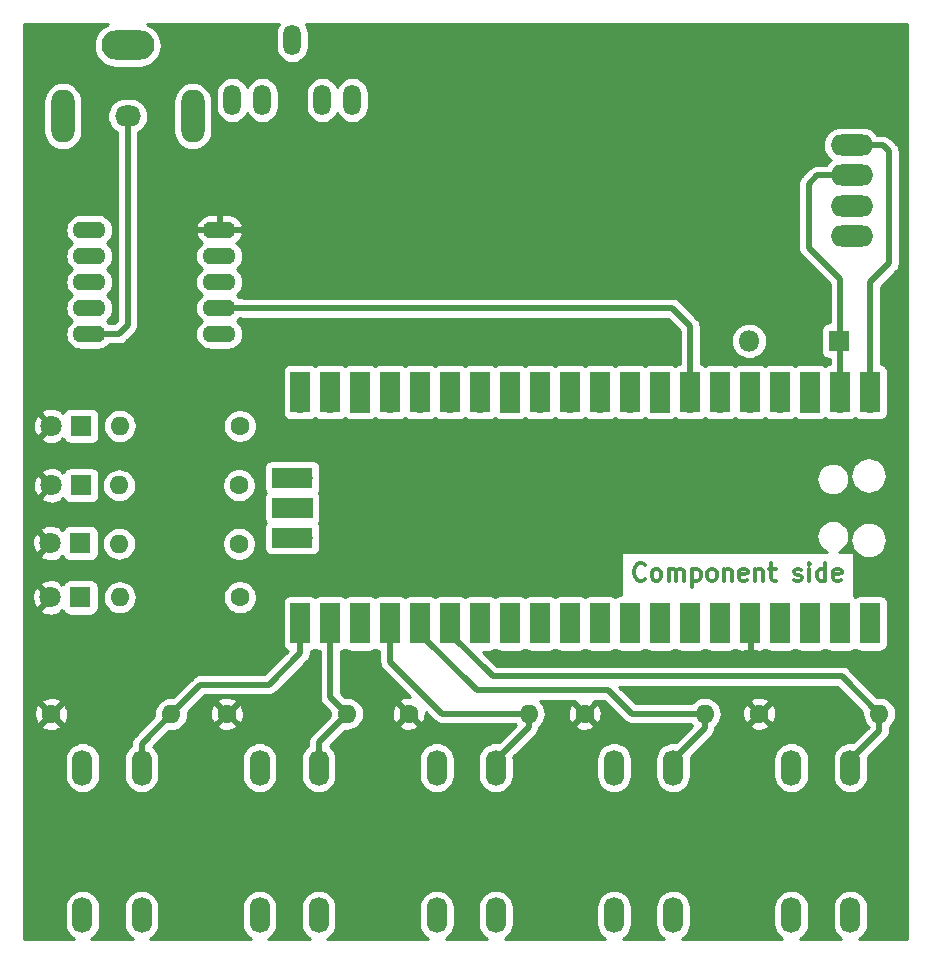
<source format=gbr>
G04 #@! TF.GenerationSoftware,KiCad,Pcbnew,(5.1.2-1)-1*
G04 #@! TF.CreationDate,2023-04-29T13:33:38+02:00*
G04 #@! TF.ProjectId,PicoClockRadio,5069636f-436c-46f6-936b-526164696f2e,rev?*
G04 #@! TF.SameCoordinates,Original*
G04 #@! TF.FileFunction,Copper,L1,Top*
G04 #@! TF.FilePolarity,Positive*
%FSLAX46Y46*%
G04 Gerber Fmt 4.6, Leading zero omitted, Abs format (unit mm)*
G04 Created by KiCad (PCBNEW (5.1.2-1)-1) date 2023-04-29 13:33:38*
%MOMM*%
%LPD*%
G04 APERTURE LIST*
%ADD10C,0.300000*%
%ADD11O,1.600000X1.600000*%
%ADD12C,1.600000*%
%ADD13O,1.800000X1.800000*%
%ADD14R,1.800000X1.800000*%
%ADD15C,1.800000*%
%ADD16O,2.200000X1.800000*%
%ADD17O,2.000000X4.500000*%
%ADD18O,4.500000X2.500000*%
%ADD19O,1.500000X2.600000*%
%ADD20O,1.700000X1.700000*%
%ADD21R,3.500000X1.700000*%
%ADD22R,1.700000X1.700000*%
%ADD23R,1.700000X3.500000*%
%ADD24O,3.600000X1.800000*%
%ADD25O,2.800000X1.400000*%
%ADD26O,1.727200X3.048000*%
%ADD27C,0.500000*%
%ADD28C,0.254000*%
G04 APERTURE END LIST*
D10*
X152620057Y-118025954D02*
X152548628Y-118097382D01*
X152334342Y-118168811D01*
X152191485Y-118168811D01*
X151977200Y-118097382D01*
X151834342Y-117954525D01*
X151762914Y-117811668D01*
X151691485Y-117525954D01*
X151691485Y-117311668D01*
X151762914Y-117025954D01*
X151834342Y-116883097D01*
X151977200Y-116740240D01*
X152191485Y-116668811D01*
X152334342Y-116668811D01*
X152548628Y-116740240D01*
X152620057Y-116811668D01*
X153477200Y-118168811D02*
X153334342Y-118097382D01*
X153262914Y-118025954D01*
X153191485Y-117883097D01*
X153191485Y-117454525D01*
X153262914Y-117311668D01*
X153334342Y-117240240D01*
X153477200Y-117168811D01*
X153691485Y-117168811D01*
X153834342Y-117240240D01*
X153905771Y-117311668D01*
X153977200Y-117454525D01*
X153977200Y-117883097D01*
X153905771Y-118025954D01*
X153834342Y-118097382D01*
X153691485Y-118168811D01*
X153477200Y-118168811D01*
X154620057Y-118168811D02*
X154620057Y-117168811D01*
X154620057Y-117311668D02*
X154691485Y-117240240D01*
X154834342Y-117168811D01*
X155048628Y-117168811D01*
X155191485Y-117240240D01*
X155262914Y-117383097D01*
X155262914Y-118168811D01*
X155262914Y-117383097D02*
X155334342Y-117240240D01*
X155477200Y-117168811D01*
X155691485Y-117168811D01*
X155834342Y-117240240D01*
X155905771Y-117383097D01*
X155905771Y-118168811D01*
X156620057Y-117168811D02*
X156620057Y-118668811D01*
X156620057Y-117240240D02*
X156762914Y-117168811D01*
X157048628Y-117168811D01*
X157191485Y-117240240D01*
X157262914Y-117311668D01*
X157334342Y-117454525D01*
X157334342Y-117883097D01*
X157262914Y-118025954D01*
X157191485Y-118097382D01*
X157048628Y-118168811D01*
X156762914Y-118168811D01*
X156620057Y-118097382D01*
X158191485Y-118168811D02*
X158048628Y-118097382D01*
X157977200Y-118025954D01*
X157905771Y-117883097D01*
X157905771Y-117454525D01*
X157977200Y-117311668D01*
X158048628Y-117240240D01*
X158191485Y-117168811D01*
X158405771Y-117168811D01*
X158548628Y-117240240D01*
X158620057Y-117311668D01*
X158691485Y-117454525D01*
X158691485Y-117883097D01*
X158620057Y-118025954D01*
X158548628Y-118097382D01*
X158405771Y-118168811D01*
X158191485Y-118168811D01*
X159334342Y-117168811D02*
X159334342Y-118168811D01*
X159334342Y-117311668D02*
X159405771Y-117240240D01*
X159548628Y-117168811D01*
X159762914Y-117168811D01*
X159905771Y-117240240D01*
X159977200Y-117383097D01*
X159977200Y-118168811D01*
X161262914Y-118097382D02*
X161120057Y-118168811D01*
X160834342Y-118168811D01*
X160691485Y-118097382D01*
X160620057Y-117954525D01*
X160620057Y-117383097D01*
X160691485Y-117240240D01*
X160834342Y-117168811D01*
X161120057Y-117168811D01*
X161262914Y-117240240D01*
X161334342Y-117383097D01*
X161334342Y-117525954D01*
X160620057Y-117668811D01*
X161977200Y-117168811D02*
X161977200Y-118168811D01*
X161977200Y-117311668D02*
X162048628Y-117240240D01*
X162191485Y-117168811D01*
X162405771Y-117168811D01*
X162548628Y-117240240D01*
X162620057Y-117383097D01*
X162620057Y-118168811D01*
X163120057Y-117168811D02*
X163691485Y-117168811D01*
X163334342Y-116668811D02*
X163334342Y-117954525D01*
X163405771Y-118097382D01*
X163548628Y-118168811D01*
X163691485Y-118168811D01*
X165262914Y-118097382D02*
X165405771Y-118168811D01*
X165691485Y-118168811D01*
X165834342Y-118097382D01*
X165905771Y-117954525D01*
X165905771Y-117883097D01*
X165834342Y-117740240D01*
X165691485Y-117668811D01*
X165477200Y-117668811D01*
X165334342Y-117597382D01*
X165262914Y-117454525D01*
X165262914Y-117383097D01*
X165334342Y-117240240D01*
X165477200Y-117168811D01*
X165691485Y-117168811D01*
X165834342Y-117240240D01*
X166548628Y-118168811D02*
X166548628Y-117168811D01*
X166548628Y-116668811D02*
X166477200Y-116740240D01*
X166548628Y-116811668D01*
X166620057Y-116740240D01*
X166548628Y-116668811D01*
X166548628Y-116811668D01*
X167905771Y-118168811D02*
X167905771Y-116668811D01*
X167905771Y-118097382D02*
X167762914Y-118168811D01*
X167477200Y-118168811D01*
X167334342Y-118097382D01*
X167262914Y-118025954D01*
X167191485Y-117883097D01*
X167191485Y-117454525D01*
X167262914Y-117311668D01*
X167334342Y-117240240D01*
X167477200Y-117168811D01*
X167762914Y-117168811D01*
X167905771Y-117240240D01*
X169191485Y-118097382D02*
X169048628Y-118168811D01*
X168762914Y-118168811D01*
X168620057Y-118097382D01*
X168548628Y-117954525D01*
X168548628Y-117383097D01*
X168620057Y-117240240D01*
X168762914Y-117168811D01*
X169048628Y-117168811D01*
X169191485Y-117240240D01*
X169262914Y-117383097D01*
X169262914Y-117525954D01*
X168548628Y-117668811D01*
D11*
X108153200Y-105054400D03*
D12*
X118313200Y-105054400D03*
D11*
X108102400Y-110088680D03*
D12*
X118262400Y-110088680D03*
D11*
X108102400Y-115031520D03*
D12*
X118262400Y-115031520D03*
D11*
X108153200Y-119578120D03*
D12*
X118313200Y-119578120D03*
D13*
X161442400Y-97840800D03*
D14*
X169062400Y-97840800D03*
D15*
X102341680Y-105054400D03*
D14*
X104881680Y-105054400D03*
D15*
X102341680Y-110088680D03*
D14*
X104881680Y-110088680D03*
D15*
X102285800Y-114975640D03*
D14*
X104825800Y-114975640D03*
D15*
X102285800Y-119578120D03*
D14*
X104825800Y-119578120D03*
D16*
X108828840Y-78831320D03*
D17*
X114328840Y-78831320D03*
X103328840Y-78831320D03*
D18*
X108828840Y-72831320D03*
D19*
X127843280Y-77459840D03*
X125303280Y-77459840D03*
X120223280Y-77459840D03*
X117683280Y-77459840D03*
X122763280Y-72379840D03*
D20*
X123658760Y-114523520D03*
D21*
X122758760Y-114523520D03*
D22*
X123658760Y-111983520D03*
D21*
X122758760Y-111983520D03*
D20*
X123658760Y-109443520D03*
D21*
X122758760Y-109443520D03*
D23*
X123428760Y-121773520D03*
X125968760Y-121773520D03*
X128508760Y-121773520D03*
X131048760Y-121773520D03*
X133588760Y-121773520D03*
X136128760Y-121773520D03*
X138668760Y-121773520D03*
X141208760Y-121773520D03*
X143748760Y-121773520D03*
X146288760Y-121773520D03*
X148828760Y-121773520D03*
X151368760Y-121773520D03*
X153908760Y-121773520D03*
X156448760Y-121773520D03*
X158988760Y-121773520D03*
X161528760Y-121773520D03*
X164068760Y-121773520D03*
X166608760Y-121773520D03*
X169148760Y-121773520D03*
X171688760Y-121773520D03*
X123428760Y-102193520D03*
X125968760Y-102193520D03*
X128508760Y-102193520D03*
X131048760Y-102193520D03*
X133588760Y-102193520D03*
X136128760Y-102193520D03*
X138668760Y-102193520D03*
X141208760Y-102193520D03*
X143748760Y-102193520D03*
X146288760Y-102193520D03*
X148828760Y-102193520D03*
X151368760Y-102193520D03*
X153908760Y-102193520D03*
X156448760Y-102193520D03*
X158988760Y-102193520D03*
X161528760Y-102193520D03*
X164068760Y-102193520D03*
X166608760Y-102193520D03*
X169148760Y-102193520D03*
X171688760Y-102193520D03*
D20*
X171688760Y-120873520D03*
X169148760Y-120873520D03*
D22*
X166608760Y-120873520D03*
D20*
X164068760Y-120873520D03*
X161528760Y-120873520D03*
X158988760Y-120873520D03*
X156448760Y-120873520D03*
D22*
X153908760Y-120873520D03*
D20*
X151368760Y-120873520D03*
X148828760Y-120873520D03*
X146288760Y-120873520D03*
X143748760Y-120873520D03*
D22*
X141208760Y-120873520D03*
D20*
X138668760Y-120873520D03*
X136128760Y-120873520D03*
X133588760Y-120873520D03*
X131048760Y-120873520D03*
D22*
X128508760Y-120873520D03*
D20*
X125968760Y-120873520D03*
X123428760Y-120873520D03*
X123428760Y-103093520D03*
X125968760Y-103093520D03*
D22*
X128508760Y-103093520D03*
D20*
X131048760Y-103093520D03*
X133588760Y-103093520D03*
X136128760Y-103093520D03*
X138668760Y-103093520D03*
D22*
X141208760Y-103093520D03*
D20*
X143748760Y-103093520D03*
X146288760Y-103093520D03*
X148828760Y-103093520D03*
X151368760Y-103093520D03*
D22*
X153908760Y-103093520D03*
D20*
X156448760Y-103093520D03*
X158988760Y-103093520D03*
X161528760Y-103093520D03*
X164068760Y-103093520D03*
D22*
X166608760Y-103093520D03*
D20*
X169148760Y-103093520D03*
X171688760Y-103093520D03*
D24*
X170146760Y-88960160D03*
X170146760Y-81300160D03*
X170146760Y-83840160D03*
X170146760Y-86420160D03*
D25*
X105577560Y-90669840D03*
X105577560Y-88469840D03*
X105577560Y-92869840D03*
X105577560Y-95069840D03*
X105577560Y-97269840D03*
X116577560Y-90669840D03*
X116577560Y-88469840D03*
X116577560Y-92869840D03*
X116577560Y-95069840D03*
X116577560Y-97269840D03*
D26*
X105000000Y-134000000D03*
X110000000Y-134000000D03*
X105000000Y-146500000D03*
X110000000Y-146500000D03*
X120000000Y-134000000D03*
X125000000Y-134000000D03*
X120000000Y-146500000D03*
X125000000Y-146500000D03*
X135000000Y-134000000D03*
X140000000Y-134000000D03*
X135000000Y-146500000D03*
X140000000Y-146500000D03*
X150000000Y-134000000D03*
X155000000Y-134000000D03*
X150000000Y-146500000D03*
X155000000Y-146500000D03*
X165000000Y-134000000D03*
X170000000Y-134000000D03*
X165000000Y-146500000D03*
X170000000Y-146500000D03*
D11*
X112496600Y-129453640D03*
D12*
X102336600Y-129453640D03*
D11*
X127391160Y-129428240D03*
D12*
X117231160Y-129428240D03*
D11*
X142768320Y-129428240D03*
D12*
X132608320Y-129428240D03*
D11*
X157667960Y-129428240D03*
D12*
X147507960Y-129428240D03*
D11*
X172460920Y-129428240D03*
D12*
X162300920Y-129428240D03*
D27*
X108068840Y-97269840D02*
X105577560Y-97269840D01*
X108828840Y-96509840D02*
X108068840Y-97269840D01*
X108828840Y-78831320D02*
X108828840Y-96509840D01*
X169280840Y-126248160D02*
X172460920Y-129428240D01*
X139733398Y-126248160D02*
X169280840Y-126248160D01*
X136128760Y-122643522D02*
X139733398Y-126248160D01*
X136128760Y-120873520D02*
X136128760Y-122643522D01*
X172460920Y-130559610D02*
X172460920Y-129428240D01*
X172460920Y-130878680D02*
X172460920Y-130559610D01*
X170000000Y-133339600D02*
X172460920Y-130878680D01*
X170000000Y-134000000D02*
X170000000Y-133339600D01*
X133588760Y-122643522D02*
X138397358Y-127452120D01*
X133588760Y-120873520D02*
X133588760Y-122643522D01*
X138397358Y-127452120D02*
X149529800Y-127452120D01*
X151505920Y-129428240D02*
X157667960Y-129428240D01*
X149529800Y-127452120D02*
X151505920Y-129428240D01*
X157667960Y-130559610D02*
X157667960Y-129428240D01*
X155000000Y-133339600D02*
X157667960Y-130671640D01*
X157667960Y-130671640D02*
X157667960Y-130559610D01*
X155000000Y-134000000D02*
X155000000Y-133339600D01*
X131048760Y-122643522D02*
X131023360Y-122668922D01*
X131048760Y-120873520D02*
X131048760Y-122643522D01*
X131023360Y-122668922D02*
X131023360Y-125049280D01*
X135402320Y-129428240D02*
X142768320Y-129428240D01*
X131023360Y-125049280D02*
X135402320Y-129428240D01*
X142768320Y-130571280D02*
X142768320Y-130559610D01*
X142768320Y-130559610D02*
X142768320Y-129428240D01*
X140000000Y-133339600D02*
X142768320Y-130571280D01*
X140000000Y-134000000D02*
X140000000Y-133339600D01*
X125968760Y-128005840D02*
X127391160Y-129428240D01*
X125968760Y-120873520D02*
X125968760Y-128005840D01*
X125000000Y-131819400D02*
X127391160Y-129428240D01*
X125000000Y-134000000D02*
X125000000Y-131819400D01*
X110000000Y-133339600D02*
X110032800Y-133306800D01*
X110000000Y-134000000D02*
X110000000Y-133339600D01*
X110000000Y-131950240D02*
X112496600Y-129453640D01*
X110000000Y-134000000D02*
X110000000Y-131950240D01*
X114980720Y-126969520D02*
X120771920Y-126969520D01*
X112496600Y-129453640D02*
X114980720Y-126969520D01*
X123428760Y-124312680D02*
X123428760Y-120873520D01*
X120771920Y-126969520D02*
X123428760Y-124312680D01*
X118477560Y-95069840D02*
X118490080Y-95082360D01*
X116577560Y-95069840D02*
X118477560Y-95069840D01*
X118490080Y-95082360D02*
X154904440Y-95082360D01*
X156448760Y-96626680D02*
X156448760Y-103093520D01*
X154904440Y-95082360D02*
X156448760Y-96626680D01*
X171688760Y-103093520D02*
X171688760Y-92913200D01*
X171688760Y-92913200D02*
X173294040Y-91307920D01*
X173294040Y-91307920D02*
X173294040Y-81813400D01*
X172780800Y-81300160D02*
X170146760Y-81300160D01*
X173294040Y-81813400D02*
X172780800Y-81300160D01*
X169148760Y-103093520D02*
X169148760Y-92654120D01*
X169148760Y-92654120D02*
X166481760Y-89987120D01*
X166481760Y-89987120D02*
X166481760Y-84566760D01*
X167208360Y-83840160D02*
X170146760Y-83840160D01*
X166481760Y-84566760D02*
X167208360Y-83840160D01*
D28*
G36*
X107103992Y-71081381D02*
G01*
X106776523Y-71256417D01*
X106489495Y-71491975D01*
X106253937Y-71779003D01*
X106078901Y-72106472D01*
X105971115Y-72461796D01*
X105934720Y-72831320D01*
X105971115Y-73200844D01*
X106078901Y-73556168D01*
X106253937Y-73883637D01*
X106489495Y-74170665D01*
X106776523Y-74406223D01*
X107103992Y-74581259D01*
X107459316Y-74689045D01*
X107736243Y-74716320D01*
X109921437Y-74716320D01*
X110198364Y-74689045D01*
X110553688Y-74581259D01*
X110881157Y-74406223D01*
X111168185Y-74170665D01*
X111403743Y-73883637D01*
X111578779Y-73556168D01*
X111686565Y-73200844D01*
X111722960Y-72831320D01*
X111686565Y-72461796D01*
X111578779Y-72106472D01*
X111403743Y-71779003D01*
X111168185Y-71491975D01*
X110881157Y-71256417D01*
X110553688Y-71081381D01*
X110496786Y-71064120D01*
X121602132Y-71064120D01*
X121477516Y-71297260D01*
X121398320Y-71558334D01*
X121378280Y-71761804D01*
X121378280Y-72997877D01*
X121398320Y-73201347D01*
X121477516Y-73462421D01*
X121606123Y-73703028D01*
X121779200Y-73913921D01*
X121990093Y-74086997D01*
X122230700Y-74215604D01*
X122491774Y-74294800D01*
X122763280Y-74321541D01*
X123034787Y-74294800D01*
X123295861Y-74215604D01*
X123536468Y-74086997D01*
X123747361Y-73913921D01*
X123920437Y-73703028D01*
X124049044Y-73462421D01*
X124128240Y-73201347D01*
X124148280Y-72997877D01*
X124148280Y-71761803D01*
X124128240Y-71558333D01*
X124049044Y-71297259D01*
X123924429Y-71064120D01*
X174838668Y-71064120D01*
X174828685Y-148463400D01*
X170741320Y-148463400D01*
X170836605Y-148412469D01*
X171064797Y-148225197D01*
X171252069Y-147997006D01*
X171391225Y-147736664D01*
X171476916Y-147454177D01*
X171498600Y-147234019D01*
X171498600Y-145765981D01*
X171476916Y-145545823D01*
X171391225Y-145263336D01*
X171252069Y-145002994D01*
X171064797Y-144774803D01*
X170836606Y-144587531D01*
X170576264Y-144448375D01*
X170293777Y-144362684D01*
X170000000Y-144333749D01*
X169706224Y-144362684D01*
X169423737Y-144448375D01*
X169163395Y-144587531D01*
X168935204Y-144774803D01*
X168747932Y-145002994D01*
X168608775Y-145263336D01*
X168523084Y-145545823D01*
X168501400Y-145765981D01*
X168501400Y-147234018D01*
X168523084Y-147454176D01*
X168608775Y-147736663D01*
X168747931Y-147997005D01*
X168935203Y-148225197D01*
X169163394Y-148412469D01*
X169258679Y-148463400D01*
X165741320Y-148463400D01*
X165836605Y-148412469D01*
X166064797Y-148225197D01*
X166252069Y-147997006D01*
X166391225Y-147736664D01*
X166476916Y-147454177D01*
X166498600Y-147234019D01*
X166498600Y-145765981D01*
X166476916Y-145545823D01*
X166391225Y-145263336D01*
X166252069Y-145002994D01*
X166064797Y-144774803D01*
X165836606Y-144587531D01*
X165576264Y-144448375D01*
X165293777Y-144362684D01*
X165000000Y-144333749D01*
X164706224Y-144362684D01*
X164423737Y-144448375D01*
X164163395Y-144587531D01*
X163935204Y-144774803D01*
X163747932Y-145002994D01*
X163608775Y-145263336D01*
X163523084Y-145545823D01*
X163501400Y-145765981D01*
X163501400Y-147234018D01*
X163523084Y-147454176D01*
X163608775Y-147736663D01*
X163747931Y-147997005D01*
X163935203Y-148225197D01*
X164163394Y-148412469D01*
X164258679Y-148463400D01*
X155741320Y-148463400D01*
X155836605Y-148412469D01*
X156064797Y-148225197D01*
X156252069Y-147997006D01*
X156391225Y-147736664D01*
X156476916Y-147454177D01*
X156498600Y-147234019D01*
X156498600Y-145765981D01*
X156476916Y-145545823D01*
X156391225Y-145263336D01*
X156252069Y-145002994D01*
X156064797Y-144774803D01*
X155836606Y-144587531D01*
X155576264Y-144448375D01*
X155293777Y-144362684D01*
X155000000Y-144333749D01*
X154706224Y-144362684D01*
X154423737Y-144448375D01*
X154163395Y-144587531D01*
X153935204Y-144774803D01*
X153747932Y-145002994D01*
X153608775Y-145263336D01*
X153523084Y-145545823D01*
X153501400Y-145765981D01*
X153501400Y-147234018D01*
X153523084Y-147454176D01*
X153608775Y-147736663D01*
X153747931Y-147997005D01*
X153935203Y-148225197D01*
X154163394Y-148412469D01*
X154258679Y-148463400D01*
X150741320Y-148463400D01*
X150836605Y-148412469D01*
X151064797Y-148225197D01*
X151252069Y-147997006D01*
X151391225Y-147736664D01*
X151476916Y-147454177D01*
X151498600Y-147234019D01*
X151498600Y-145765981D01*
X151476916Y-145545823D01*
X151391225Y-145263336D01*
X151252069Y-145002994D01*
X151064797Y-144774803D01*
X150836606Y-144587531D01*
X150576264Y-144448375D01*
X150293777Y-144362684D01*
X150000000Y-144333749D01*
X149706224Y-144362684D01*
X149423737Y-144448375D01*
X149163395Y-144587531D01*
X148935204Y-144774803D01*
X148747932Y-145002994D01*
X148608775Y-145263336D01*
X148523084Y-145545823D01*
X148501400Y-145765981D01*
X148501400Y-147234018D01*
X148523084Y-147454176D01*
X148608775Y-147736663D01*
X148747931Y-147997005D01*
X148935203Y-148225197D01*
X149163394Y-148412469D01*
X149258679Y-148463400D01*
X140741320Y-148463400D01*
X140836605Y-148412469D01*
X141064797Y-148225197D01*
X141252069Y-147997006D01*
X141391225Y-147736664D01*
X141476916Y-147454177D01*
X141498600Y-147234019D01*
X141498600Y-145765981D01*
X141476916Y-145545823D01*
X141391225Y-145263336D01*
X141252069Y-145002994D01*
X141064797Y-144774803D01*
X140836606Y-144587531D01*
X140576264Y-144448375D01*
X140293777Y-144362684D01*
X140000000Y-144333749D01*
X139706224Y-144362684D01*
X139423737Y-144448375D01*
X139163395Y-144587531D01*
X138935204Y-144774803D01*
X138747932Y-145002994D01*
X138608775Y-145263336D01*
X138523084Y-145545823D01*
X138501400Y-145765981D01*
X138501400Y-147234018D01*
X138523084Y-147454176D01*
X138608775Y-147736663D01*
X138747931Y-147997005D01*
X138935203Y-148225197D01*
X139163394Y-148412469D01*
X139258679Y-148463400D01*
X135741320Y-148463400D01*
X135836605Y-148412469D01*
X136064797Y-148225197D01*
X136252069Y-147997006D01*
X136391225Y-147736664D01*
X136476916Y-147454177D01*
X136498600Y-147234019D01*
X136498600Y-145765981D01*
X136476916Y-145545823D01*
X136391225Y-145263336D01*
X136252069Y-145002994D01*
X136064797Y-144774803D01*
X135836606Y-144587531D01*
X135576264Y-144448375D01*
X135293777Y-144362684D01*
X135000000Y-144333749D01*
X134706224Y-144362684D01*
X134423737Y-144448375D01*
X134163395Y-144587531D01*
X133935204Y-144774803D01*
X133747932Y-145002994D01*
X133608775Y-145263336D01*
X133523084Y-145545823D01*
X133501400Y-145765981D01*
X133501400Y-147234018D01*
X133523084Y-147454176D01*
X133608775Y-147736663D01*
X133747931Y-147997005D01*
X133935203Y-148225197D01*
X134163394Y-148412469D01*
X134258679Y-148463400D01*
X125741320Y-148463400D01*
X125836605Y-148412469D01*
X126064797Y-148225197D01*
X126252069Y-147997006D01*
X126391225Y-147736664D01*
X126476916Y-147454177D01*
X126498600Y-147234019D01*
X126498600Y-145765981D01*
X126476916Y-145545823D01*
X126391225Y-145263336D01*
X126252069Y-145002994D01*
X126064797Y-144774803D01*
X125836606Y-144587531D01*
X125576264Y-144448375D01*
X125293777Y-144362684D01*
X125000000Y-144333749D01*
X124706224Y-144362684D01*
X124423737Y-144448375D01*
X124163395Y-144587531D01*
X123935204Y-144774803D01*
X123747932Y-145002994D01*
X123608775Y-145263336D01*
X123523084Y-145545823D01*
X123501400Y-145765981D01*
X123501400Y-147234018D01*
X123523084Y-147454176D01*
X123608775Y-147736663D01*
X123747931Y-147997005D01*
X123935203Y-148225197D01*
X124163394Y-148412469D01*
X124258679Y-148463400D01*
X120741320Y-148463400D01*
X120836605Y-148412469D01*
X121064797Y-148225197D01*
X121252069Y-147997006D01*
X121391225Y-147736664D01*
X121476916Y-147454177D01*
X121498600Y-147234019D01*
X121498600Y-145765981D01*
X121476916Y-145545823D01*
X121391225Y-145263336D01*
X121252069Y-145002994D01*
X121064797Y-144774803D01*
X120836606Y-144587531D01*
X120576264Y-144448375D01*
X120293777Y-144362684D01*
X120000000Y-144333749D01*
X119706224Y-144362684D01*
X119423737Y-144448375D01*
X119163395Y-144587531D01*
X118935204Y-144774803D01*
X118747932Y-145002994D01*
X118608775Y-145263336D01*
X118523084Y-145545823D01*
X118501400Y-145765981D01*
X118501400Y-147234018D01*
X118523084Y-147454176D01*
X118608775Y-147736663D01*
X118747931Y-147997005D01*
X118935203Y-148225197D01*
X119163394Y-148412469D01*
X119258679Y-148463400D01*
X110741320Y-148463400D01*
X110836605Y-148412469D01*
X111064797Y-148225197D01*
X111252069Y-147997006D01*
X111391225Y-147736664D01*
X111476916Y-147454177D01*
X111498600Y-147234019D01*
X111498600Y-145765981D01*
X111476916Y-145545823D01*
X111391225Y-145263336D01*
X111252069Y-145002994D01*
X111064797Y-144774803D01*
X110836606Y-144587531D01*
X110576264Y-144448375D01*
X110293777Y-144362684D01*
X110000000Y-144333749D01*
X109706224Y-144362684D01*
X109423737Y-144448375D01*
X109163395Y-144587531D01*
X108935204Y-144774803D01*
X108747932Y-145002994D01*
X108608775Y-145263336D01*
X108523084Y-145545823D01*
X108501400Y-145765981D01*
X108501400Y-147234018D01*
X108523084Y-147454176D01*
X108608775Y-147736663D01*
X108747931Y-147997005D01*
X108935203Y-148225197D01*
X109163394Y-148412469D01*
X109258679Y-148463400D01*
X105741320Y-148463400D01*
X105836605Y-148412469D01*
X106064797Y-148225197D01*
X106252069Y-147997006D01*
X106391225Y-147736664D01*
X106476916Y-147454177D01*
X106498600Y-147234019D01*
X106498600Y-145765981D01*
X106476916Y-145545823D01*
X106391225Y-145263336D01*
X106252069Y-145002994D01*
X106064797Y-144774803D01*
X105836606Y-144587531D01*
X105576264Y-144448375D01*
X105293777Y-144362684D01*
X105000000Y-144333749D01*
X104706224Y-144362684D01*
X104423737Y-144448375D01*
X104163395Y-144587531D01*
X103935204Y-144774803D01*
X103747932Y-145002994D01*
X103608775Y-145263336D01*
X103523084Y-145545823D01*
X103501400Y-145765981D01*
X103501400Y-147234018D01*
X103523084Y-147454176D01*
X103608775Y-147736663D01*
X103747931Y-147997005D01*
X103935203Y-148225197D01*
X104163394Y-148412469D01*
X104258679Y-148463400D01*
X100019804Y-148463400D01*
X100021763Y-133265981D01*
X103501400Y-133265981D01*
X103501400Y-134734018D01*
X103523084Y-134954176D01*
X103608775Y-135236663D01*
X103747931Y-135497005D01*
X103935203Y-135725197D01*
X104163394Y-135912469D01*
X104423736Y-136051625D01*
X104706223Y-136137316D01*
X105000000Y-136166251D01*
X105293776Y-136137316D01*
X105576263Y-136051625D01*
X105836605Y-135912469D01*
X106064797Y-135725197D01*
X106252069Y-135497006D01*
X106391225Y-135236664D01*
X106476916Y-134954177D01*
X106498600Y-134734019D01*
X106498600Y-133265981D01*
X108501400Y-133265981D01*
X108501400Y-134734018D01*
X108523084Y-134954176D01*
X108608775Y-135236663D01*
X108747931Y-135497005D01*
X108935203Y-135725197D01*
X109163394Y-135912469D01*
X109423736Y-136051625D01*
X109706223Y-136137316D01*
X110000000Y-136166251D01*
X110293776Y-136137316D01*
X110576263Y-136051625D01*
X110836605Y-135912469D01*
X111064797Y-135725197D01*
X111252069Y-135497006D01*
X111391225Y-135236664D01*
X111476916Y-134954177D01*
X111498600Y-134734019D01*
X111498600Y-133265981D01*
X118501400Y-133265981D01*
X118501400Y-134734018D01*
X118523084Y-134954176D01*
X118608775Y-135236663D01*
X118747931Y-135497005D01*
X118935203Y-135725197D01*
X119163394Y-135912469D01*
X119423736Y-136051625D01*
X119706223Y-136137316D01*
X120000000Y-136166251D01*
X120293776Y-136137316D01*
X120576263Y-136051625D01*
X120836605Y-135912469D01*
X121064797Y-135725197D01*
X121252069Y-135497006D01*
X121391225Y-135236664D01*
X121476916Y-134954177D01*
X121498600Y-134734019D01*
X121498600Y-133265981D01*
X121476916Y-133045823D01*
X121391225Y-132763336D01*
X121252069Y-132502994D01*
X121064797Y-132274803D01*
X120836606Y-132087531D01*
X120576264Y-131948375D01*
X120293777Y-131862684D01*
X120000000Y-131833749D01*
X119706224Y-131862684D01*
X119423737Y-131948375D01*
X119163395Y-132087531D01*
X118935204Y-132274803D01*
X118747932Y-132502994D01*
X118608775Y-132763336D01*
X118523084Y-133045823D01*
X118501400Y-133265981D01*
X111498600Y-133265981D01*
X111476916Y-133045823D01*
X111391225Y-132763336D01*
X111252069Y-132502994D01*
X111064797Y-132274803D01*
X110989121Y-132212697D01*
X112323304Y-130878515D01*
X112426108Y-130888640D01*
X112567092Y-130888640D01*
X112777909Y-130867876D01*
X113048408Y-130785822D01*
X113297701Y-130652572D01*
X113516208Y-130473248D01*
X113559134Y-130420942D01*
X116418063Y-130420942D01*
X116489646Y-130664911D01*
X116745156Y-130785811D01*
X117019344Y-130854540D01*
X117301672Y-130868457D01*
X117581290Y-130827027D01*
X117847452Y-130731843D01*
X117972674Y-130664911D01*
X118044257Y-130420942D01*
X117231160Y-129607845D01*
X116418063Y-130420942D01*
X113559134Y-130420942D01*
X113695532Y-130254741D01*
X113828782Y-130005448D01*
X113910836Y-129734949D01*
X113934099Y-129498752D01*
X115790943Y-129498752D01*
X115832373Y-129778370D01*
X115927557Y-130044532D01*
X115994489Y-130169754D01*
X116238458Y-130241337D01*
X117051555Y-129428240D01*
X117410765Y-129428240D01*
X118223862Y-130241337D01*
X118467831Y-130169754D01*
X118588731Y-129914244D01*
X118657460Y-129640056D01*
X118671377Y-129357728D01*
X118629947Y-129078110D01*
X118534763Y-128811948D01*
X118467831Y-128686726D01*
X118223862Y-128615143D01*
X117410765Y-129428240D01*
X117051555Y-129428240D01*
X116238458Y-128615143D01*
X115994489Y-128686726D01*
X115873589Y-128942236D01*
X115804860Y-129216424D01*
X115790943Y-129498752D01*
X113934099Y-129498752D01*
X113938543Y-129453640D01*
X113921475Y-129280344D01*
X114766281Y-128435538D01*
X116418063Y-128435538D01*
X117231160Y-129248635D01*
X118044257Y-128435538D01*
X117972674Y-128191569D01*
X117717164Y-128070669D01*
X117442976Y-128001940D01*
X117160648Y-127988023D01*
X116881030Y-128029453D01*
X116614868Y-128124637D01*
X116489646Y-128191569D01*
X116418063Y-128435538D01*
X114766281Y-128435538D01*
X115347299Y-127854520D01*
X120728451Y-127854520D01*
X120771920Y-127858801D01*
X120815389Y-127854520D01*
X120815397Y-127854520D01*
X120945410Y-127841715D01*
X121112233Y-127791109D01*
X121265979Y-127708931D01*
X121400737Y-127598337D01*
X121428454Y-127564564D01*
X124023810Y-124969209D01*
X124057577Y-124941497D01*
X124168171Y-124806739D01*
X124250349Y-124652993D01*
X124300955Y-124486170D01*
X124313760Y-124356157D01*
X124313760Y-124356147D01*
X124318041Y-124312681D01*
X124313760Y-124269215D01*
X124313760Y-124158145D01*
X124403242Y-124149332D01*
X124522940Y-124113022D01*
X124633254Y-124054057D01*
X124698760Y-124000298D01*
X124764266Y-124054057D01*
X124874580Y-124113022D01*
X124994278Y-124149332D01*
X125083760Y-124158145D01*
X125083761Y-127962361D01*
X125079479Y-128005840D01*
X125096565Y-128179330D01*
X125147172Y-128346153D01*
X125229350Y-128499899D01*
X125312228Y-128600886D01*
X125312231Y-128600889D01*
X125339944Y-128634657D01*
X125373711Y-128662369D01*
X125966285Y-129254944D01*
X125949217Y-129428240D01*
X125966285Y-129601536D01*
X124404951Y-131162871D01*
X124371184Y-131190583D01*
X124343471Y-131224351D01*
X124343468Y-131224354D01*
X124260590Y-131325341D01*
X124178412Y-131479087D01*
X124127805Y-131645910D01*
X124110719Y-131819400D01*
X124115001Y-131862879D01*
X124115001Y-132127247D01*
X123935204Y-132274803D01*
X123747932Y-132502994D01*
X123608775Y-132763336D01*
X123523084Y-133045823D01*
X123501400Y-133265981D01*
X123501400Y-134734018D01*
X123523084Y-134954176D01*
X123608775Y-135236663D01*
X123747931Y-135497005D01*
X123935203Y-135725197D01*
X124163394Y-135912469D01*
X124423736Y-136051625D01*
X124706223Y-136137316D01*
X125000000Y-136166251D01*
X125293776Y-136137316D01*
X125576263Y-136051625D01*
X125836605Y-135912469D01*
X126064797Y-135725197D01*
X126252069Y-135497006D01*
X126391225Y-135236664D01*
X126476916Y-134954177D01*
X126498600Y-134734019D01*
X126498600Y-133265981D01*
X133501400Y-133265981D01*
X133501400Y-134734018D01*
X133523084Y-134954176D01*
X133608775Y-135236663D01*
X133747931Y-135497005D01*
X133935203Y-135725197D01*
X134163394Y-135912469D01*
X134423736Y-136051625D01*
X134706223Y-136137316D01*
X135000000Y-136166251D01*
X135293776Y-136137316D01*
X135576263Y-136051625D01*
X135836605Y-135912469D01*
X136064797Y-135725197D01*
X136252069Y-135497006D01*
X136391225Y-135236664D01*
X136476916Y-134954177D01*
X136498600Y-134734019D01*
X136498600Y-133265981D01*
X136476916Y-133045823D01*
X136391225Y-132763336D01*
X136252069Y-132502994D01*
X136064797Y-132274803D01*
X135836606Y-132087531D01*
X135576264Y-131948375D01*
X135293777Y-131862684D01*
X135000000Y-131833749D01*
X134706224Y-131862684D01*
X134423737Y-131948375D01*
X134163395Y-132087531D01*
X133935204Y-132274803D01*
X133747932Y-132502994D01*
X133608775Y-132763336D01*
X133523084Y-133045823D01*
X133501400Y-133265981D01*
X126498600Y-133265981D01*
X126476916Y-133045823D01*
X126391225Y-132763336D01*
X126252069Y-132502994D01*
X126064797Y-132274803D01*
X125917258Y-132153720D01*
X127217864Y-130853115D01*
X127320668Y-130863240D01*
X127461652Y-130863240D01*
X127672469Y-130842476D01*
X127942968Y-130760422D01*
X128192261Y-130627172D01*
X128410768Y-130447848D01*
X128432849Y-130420942D01*
X131795223Y-130420942D01*
X131866806Y-130664911D01*
X132122316Y-130785811D01*
X132396504Y-130854540D01*
X132678832Y-130868457D01*
X132958450Y-130827027D01*
X133224612Y-130731843D01*
X133349834Y-130664911D01*
X133421417Y-130420942D01*
X132608320Y-129607845D01*
X131795223Y-130420942D01*
X128432849Y-130420942D01*
X128590092Y-130229341D01*
X128723342Y-129980048D01*
X128805396Y-129709549D01*
X128826158Y-129498752D01*
X131168103Y-129498752D01*
X131209533Y-129778370D01*
X131304717Y-130044532D01*
X131371649Y-130169754D01*
X131615618Y-130241337D01*
X132428715Y-129428240D01*
X131615618Y-128615143D01*
X131371649Y-128686726D01*
X131250749Y-128942236D01*
X131182020Y-129216424D01*
X131168103Y-129498752D01*
X128826158Y-129498752D01*
X128833103Y-129428240D01*
X128805396Y-129146931D01*
X128723342Y-128876432D01*
X128590092Y-128627139D01*
X128410768Y-128408632D01*
X128192261Y-128229308D01*
X127942968Y-128096058D01*
X127672469Y-128014004D01*
X127461652Y-127993240D01*
X127320668Y-127993240D01*
X127217864Y-128003365D01*
X126853760Y-127639262D01*
X126853760Y-124158145D01*
X126943242Y-124149332D01*
X127062940Y-124113022D01*
X127173254Y-124054057D01*
X127238760Y-124000298D01*
X127304266Y-124054057D01*
X127414580Y-124113022D01*
X127534278Y-124149332D01*
X127658760Y-124161592D01*
X129358760Y-124161592D01*
X129483242Y-124149332D01*
X129602940Y-124113022D01*
X129713254Y-124054057D01*
X129778760Y-124000298D01*
X129844266Y-124054057D01*
X129954580Y-124113022D01*
X130074278Y-124149332D01*
X130138361Y-124155643D01*
X130138361Y-125005801D01*
X130134079Y-125049280D01*
X130151165Y-125222770D01*
X130201772Y-125389593D01*
X130283950Y-125543339D01*
X130366828Y-125644326D01*
X130366831Y-125644329D01*
X130394544Y-125678097D01*
X130428311Y-125705810D01*
X132719480Y-127996978D01*
X132537808Y-127988023D01*
X132258190Y-128029453D01*
X131992028Y-128124637D01*
X131866806Y-128191569D01*
X131795223Y-128435538D01*
X132608320Y-129248635D01*
X132622463Y-129234493D01*
X132802068Y-129414098D01*
X132787925Y-129428240D01*
X133601022Y-130241337D01*
X133844991Y-130169754D01*
X133965891Y-129914244D01*
X134034620Y-129640056D01*
X134048537Y-129357728D01*
X134043025Y-129320523D01*
X134745788Y-130023287D01*
X134773503Y-130057057D01*
X134807271Y-130084770D01*
X134807273Y-130084772D01*
X134908261Y-130167651D01*
X135062006Y-130249829D01*
X135228827Y-130300434D01*
X135228830Y-130300435D01*
X135358843Y-130313240D01*
X135358851Y-130313240D01*
X135402320Y-130317521D01*
X135445789Y-130313240D01*
X141638242Y-130313240D01*
X141699788Y-130388234D01*
X140231474Y-131856548D01*
X140000000Y-131833749D01*
X139706224Y-131862684D01*
X139423737Y-131948375D01*
X139163395Y-132087531D01*
X138935204Y-132274803D01*
X138747932Y-132502994D01*
X138608775Y-132763336D01*
X138523084Y-133045823D01*
X138501400Y-133265981D01*
X138501400Y-134734018D01*
X138523084Y-134954176D01*
X138608775Y-135236663D01*
X138747931Y-135497005D01*
X138935203Y-135725197D01*
X139163394Y-135912469D01*
X139423736Y-136051625D01*
X139706223Y-136137316D01*
X140000000Y-136166251D01*
X140293776Y-136137316D01*
X140576263Y-136051625D01*
X140836605Y-135912469D01*
X141064797Y-135725197D01*
X141252069Y-135497006D01*
X141391225Y-135236664D01*
X141476916Y-134954177D01*
X141498600Y-134734019D01*
X141498600Y-133265981D01*
X148501400Y-133265981D01*
X148501400Y-134734018D01*
X148523084Y-134954176D01*
X148608775Y-135236663D01*
X148747931Y-135497005D01*
X148935203Y-135725197D01*
X149163394Y-135912469D01*
X149423736Y-136051625D01*
X149706223Y-136137316D01*
X150000000Y-136166251D01*
X150293776Y-136137316D01*
X150576263Y-136051625D01*
X150836605Y-135912469D01*
X151064797Y-135725197D01*
X151252069Y-135497006D01*
X151391225Y-135236664D01*
X151476916Y-134954177D01*
X151498600Y-134734019D01*
X151498600Y-133265981D01*
X151476916Y-133045823D01*
X151391225Y-132763336D01*
X151252069Y-132502994D01*
X151064797Y-132274803D01*
X150836606Y-132087531D01*
X150576264Y-131948375D01*
X150293777Y-131862684D01*
X150000000Y-131833749D01*
X149706224Y-131862684D01*
X149423737Y-131948375D01*
X149163395Y-132087531D01*
X148935204Y-132274803D01*
X148747932Y-132502994D01*
X148608775Y-132763336D01*
X148523084Y-133045823D01*
X148501400Y-133265981D01*
X141498600Y-133265981D01*
X141483052Y-133108126D01*
X143363370Y-131227809D01*
X143397137Y-131200097D01*
X143425367Y-131165700D01*
X143507731Y-131065339D01*
X143589909Y-130911594D01*
X143640515Y-130744770D01*
X143641788Y-130731843D01*
X143653320Y-130614757D01*
X143653320Y-130614749D01*
X143657601Y-130571280D01*
X143656100Y-130556037D01*
X143787928Y-130447848D01*
X143810009Y-130420942D01*
X146694863Y-130420942D01*
X146766446Y-130664911D01*
X147021956Y-130785811D01*
X147296144Y-130854540D01*
X147578472Y-130868457D01*
X147858090Y-130827027D01*
X148124252Y-130731843D01*
X148249474Y-130664911D01*
X148321057Y-130420942D01*
X147507960Y-129607845D01*
X146694863Y-130420942D01*
X143810009Y-130420942D01*
X143967252Y-130229341D01*
X144100502Y-129980048D01*
X144182556Y-129709549D01*
X144203318Y-129498752D01*
X146067743Y-129498752D01*
X146109173Y-129778370D01*
X146204357Y-130044532D01*
X146271289Y-130169754D01*
X146515258Y-130241337D01*
X147328355Y-129428240D01*
X147687565Y-129428240D01*
X148500662Y-130241337D01*
X148744631Y-130169754D01*
X148865531Y-129914244D01*
X148934260Y-129640056D01*
X148948177Y-129357728D01*
X148906747Y-129078110D01*
X148811563Y-128811948D01*
X148744631Y-128686726D01*
X148500662Y-128615143D01*
X147687565Y-129428240D01*
X147328355Y-129428240D01*
X146515258Y-128615143D01*
X146271289Y-128686726D01*
X146150389Y-128942236D01*
X146081660Y-129216424D01*
X146067743Y-129498752D01*
X144203318Y-129498752D01*
X144210263Y-129428240D01*
X144182556Y-129146931D01*
X144100502Y-128876432D01*
X143967252Y-128627139D01*
X143787928Y-128408632D01*
X143700790Y-128337120D01*
X146723740Y-128337120D01*
X146694863Y-128435538D01*
X147507960Y-129248635D01*
X148321057Y-128435538D01*
X148292180Y-128337120D01*
X149163222Y-128337120D01*
X150849388Y-130023287D01*
X150877103Y-130057057D01*
X150910871Y-130084770D01*
X150910873Y-130084772D01*
X150941823Y-130110172D01*
X151011861Y-130167651D01*
X151165607Y-130249829D01*
X151332430Y-130300435D01*
X151462443Y-130313240D01*
X151462451Y-130313240D01*
X151505920Y-130317521D01*
X151549389Y-130313240D01*
X156537882Y-130313240D01*
X156644665Y-130443356D01*
X155231474Y-131856548D01*
X155000000Y-131833749D01*
X154706224Y-131862684D01*
X154423737Y-131948375D01*
X154163395Y-132087531D01*
X153935204Y-132274803D01*
X153747932Y-132502994D01*
X153608775Y-132763336D01*
X153523084Y-133045823D01*
X153501400Y-133265981D01*
X153501400Y-134734018D01*
X153523084Y-134954176D01*
X153608775Y-135236663D01*
X153747931Y-135497005D01*
X153935203Y-135725197D01*
X154163394Y-135912469D01*
X154423736Y-136051625D01*
X154706223Y-136137316D01*
X155000000Y-136166251D01*
X155293776Y-136137316D01*
X155576263Y-136051625D01*
X155836605Y-135912469D01*
X156064797Y-135725197D01*
X156252069Y-135497006D01*
X156391225Y-135236664D01*
X156476916Y-134954177D01*
X156498600Y-134734019D01*
X156498600Y-133265981D01*
X163501400Y-133265981D01*
X163501400Y-134734018D01*
X163523084Y-134954176D01*
X163608775Y-135236663D01*
X163747931Y-135497005D01*
X163935203Y-135725197D01*
X164163394Y-135912469D01*
X164423736Y-136051625D01*
X164706223Y-136137316D01*
X165000000Y-136166251D01*
X165293776Y-136137316D01*
X165576263Y-136051625D01*
X165836605Y-135912469D01*
X166064797Y-135725197D01*
X166252069Y-135497006D01*
X166391225Y-135236664D01*
X166476916Y-134954177D01*
X166498600Y-134734019D01*
X166498600Y-133265981D01*
X166476916Y-133045823D01*
X166391225Y-132763336D01*
X166252069Y-132502994D01*
X166064797Y-132274803D01*
X165836606Y-132087531D01*
X165576264Y-131948375D01*
X165293777Y-131862684D01*
X165000000Y-131833749D01*
X164706224Y-131862684D01*
X164423737Y-131948375D01*
X164163395Y-132087531D01*
X163935204Y-132274803D01*
X163747932Y-132502994D01*
X163608775Y-132763336D01*
X163523084Y-133045823D01*
X163501400Y-133265981D01*
X156498600Y-133265981D01*
X156483052Y-133108126D01*
X158263010Y-131328169D01*
X158296777Y-131300457D01*
X158363634Y-131218993D01*
X158388718Y-131188427D01*
X158407371Y-131165699D01*
X158489549Y-131011953D01*
X158540155Y-130845130D01*
X158552960Y-130715117D01*
X158552960Y-130715107D01*
X158557241Y-130671641D01*
X158552960Y-130628175D01*
X158552960Y-130558318D01*
X158687568Y-130447848D01*
X158709649Y-130420942D01*
X161487823Y-130420942D01*
X161559406Y-130664911D01*
X161814916Y-130785811D01*
X162089104Y-130854540D01*
X162371432Y-130868457D01*
X162651050Y-130827027D01*
X162917212Y-130731843D01*
X163042434Y-130664911D01*
X163114017Y-130420942D01*
X162300920Y-129607845D01*
X161487823Y-130420942D01*
X158709649Y-130420942D01*
X158866892Y-130229341D01*
X159000142Y-129980048D01*
X159082196Y-129709549D01*
X159102958Y-129498752D01*
X160860703Y-129498752D01*
X160902133Y-129778370D01*
X160997317Y-130044532D01*
X161064249Y-130169754D01*
X161308218Y-130241337D01*
X162121315Y-129428240D01*
X162480525Y-129428240D01*
X163293622Y-130241337D01*
X163537591Y-130169754D01*
X163658491Y-129914244D01*
X163727220Y-129640056D01*
X163741137Y-129357728D01*
X163699707Y-129078110D01*
X163604523Y-128811948D01*
X163537591Y-128686726D01*
X163293622Y-128615143D01*
X162480525Y-129428240D01*
X162121315Y-129428240D01*
X161308218Y-128615143D01*
X161064249Y-128686726D01*
X160943349Y-128942236D01*
X160874620Y-129216424D01*
X160860703Y-129498752D01*
X159102958Y-129498752D01*
X159109903Y-129428240D01*
X159082196Y-129146931D01*
X159000142Y-128876432D01*
X158866892Y-128627139D01*
X158709650Y-128435538D01*
X161487823Y-128435538D01*
X162300920Y-129248635D01*
X163114017Y-128435538D01*
X163042434Y-128191569D01*
X162786924Y-128070669D01*
X162512736Y-128001940D01*
X162230408Y-127988023D01*
X161950790Y-128029453D01*
X161684628Y-128124637D01*
X161559406Y-128191569D01*
X161487823Y-128435538D01*
X158709650Y-128435538D01*
X158687568Y-128408632D01*
X158469061Y-128229308D01*
X158219768Y-128096058D01*
X157949269Y-128014004D01*
X157738452Y-127993240D01*
X157597468Y-127993240D01*
X157386651Y-128014004D01*
X157116152Y-128096058D01*
X156866859Y-128229308D01*
X156648352Y-128408632D01*
X156537882Y-128543240D01*
X151872499Y-128543240D01*
X150462418Y-127133160D01*
X168914262Y-127133160D01*
X171036045Y-129254944D01*
X171018977Y-129428240D01*
X171046684Y-129709549D01*
X171128738Y-129980048D01*
X171261988Y-130229341D01*
X171441312Y-130447848D01*
X171550536Y-130537485D01*
X170231474Y-131856548D01*
X170000000Y-131833749D01*
X169706224Y-131862684D01*
X169423737Y-131948375D01*
X169163395Y-132087531D01*
X168935204Y-132274803D01*
X168747932Y-132502994D01*
X168608775Y-132763336D01*
X168523084Y-133045823D01*
X168501400Y-133265981D01*
X168501400Y-134734018D01*
X168523084Y-134954176D01*
X168608775Y-135236663D01*
X168747931Y-135497005D01*
X168935203Y-135725197D01*
X169163394Y-135912469D01*
X169423736Y-136051625D01*
X169706223Y-136137316D01*
X170000000Y-136166251D01*
X170293776Y-136137316D01*
X170576263Y-136051625D01*
X170836605Y-135912469D01*
X171064797Y-135725197D01*
X171252069Y-135497006D01*
X171391225Y-135236664D01*
X171476916Y-134954177D01*
X171498600Y-134734019D01*
X171498600Y-133265981D01*
X171483052Y-133108126D01*
X173055970Y-131535209D01*
X173089737Y-131507497D01*
X173131852Y-131456181D01*
X173200330Y-131372740D01*
X173200331Y-131372739D01*
X173282509Y-131218993D01*
X173333115Y-131052170D01*
X173345920Y-130922157D01*
X173345920Y-130922147D01*
X173350201Y-130878681D01*
X173345920Y-130835215D01*
X173345920Y-130558318D01*
X173480528Y-130447848D01*
X173659852Y-130229341D01*
X173793102Y-129980048D01*
X173875156Y-129709549D01*
X173902863Y-129428240D01*
X173875156Y-129146931D01*
X173793102Y-128876432D01*
X173659852Y-128627139D01*
X173480528Y-128408632D01*
X173262021Y-128229308D01*
X173012728Y-128096058D01*
X172742229Y-128014004D01*
X172531412Y-127993240D01*
X172390428Y-127993240D01*
X172287624Y-128003365D01*
X169937374Y-125653116D01*
X169909657Y-125619343D01*
X169774899Y-125508749D01*
X169621153Y-125426571D01*
X169454330Y-125375965D01*
X169324317Y-125363160D01*
X169324309Y-125363160D01*
X169280840Y-125358879D01*
X169237371Y-125363160D01*
X140099977Y-125363160D01*
X138898409Y-124161592D01*
X139518760Y-124161592D01*
X139643242Y-124149332D01*
X139762940Y-124113022D01*
X139873254Y-124054057D01*
X139938760Y-124000298D01*
X140004266Y-124054057D01*
X140114580Y-124113022D01*
X140234278Y-124149332D01*
X140358760Y-124161592D01*
X142058760Y-124161592D01*
X142183242Y-124149332D01*
X142302940Y-124113022D01*
X142413254Y-124054057D01*
X142478760Y-124000298D01*
X142544266Y-124054057D01*
X142654580Y-124113022D01*
X142774278Y-124149332D01*
X142898760Y-124161592D01*
X144598760Y-124161592D01*
X144723242Y-124149332D01*
X144842940Y-124113022D01*
X144953254Y-124054057D01*
X145018760Y-124000298D01*
X145084266Y-124054057D01*
X145194580Y-124113022D01*
X145314278Y-124149332D01*
X145438760Y-124161592D01*
X147138760Y-124161592D01*
X147263242Y-124149332D01*
X147382940Y-124113022D01*
X147493254Y-124054057D01*
X147558760Y-124000298D01*
X147624266Y-124054057D01*
X147734580Y-124113022D01*
X147854278Y-124149332D01*
X147978760Y-124161592D01*
X149678760Y-124161592D01*
X149803242Y-124149332D01*
X149922940Y-124113022D01*
X150033254Y-124054057D01*
X150098760Y-124000298D01*
X150164266Y-124054057D01*
X150274580Y-124113022D01*
X150394278Y-124149332D01*
X150518760Y-124161592D01*
X152218760Y-124161592D01*
X152343242Y-124149332D01*
X152462940Y-124113022D01*
X152573254Y-124054057D01*
X152638760Y-124000298D01*
X152704266Y-124054057D01*
X152814580Y-124113022D01*
X152934278Y-124149332D01*
X153058760Y-124161592D01*
X154758760Y-124161592D01*
X154883242Y-124149332D01*
X155002940Y-124113022D01*
X155113254Y-124054057D01*
X155178760Y-124000298D01*
X155244266Y-124054057D01*
X155354580Y-124113022D01*
X155474278Y-124149332D01*
X155598760Y-124161592D01*
X157298760Y-124161592D01*
X157423242Y-124149332D01*
X157542940Y-124113022D01*
X157653254Y-124054057D01*
X157718760Y-124000298D01*
X157784266Y-124054057D01*
X157894580Y-124113022D01*
X158014278Y-124149332D01*
X158138760Y-124161592D01*
X159838760Y-124161592D01*
X159963242Y-124149332D01*
X160082940Y-124113022D01*
X160193254Y-124054057D01*
X160258760Y-124000298D01*
X160324266Y-124054057D01*
X160434580Y-124113022D01*
X160554278Y-124149332D01*
X160678760Y-124161592D01*
X161243010Y-124158520D01*
X161401760Y-123999770D01*
X161401760Y-121626520D01*
X161655760Y-121626520D01*
X161655760Y-123999770D01*
X161814510Y-124158520D01*
X162378760Y-124161592D01*
X162503242Y-124149332D01*
X162622940Y-124113022D01*
X162733254Y-124054057D01*
X162798760Y-124000298D01*
X162864266Y-124054057D01*
X162974580Y-124113022D01*
X163094278Y-124149332D01*
X163218760Y-124161592D01*
X164918760Y-124161592D01*
X165043242Y-124149332D01*
X165162940Y-124113022D01*
X165273254Y-124054057D01*
X165338760Y-124000298D01*
X165404266Y-124054057D01*
X165514580Y-124113022D01*
X165634278Y-124149332D01*
X165758760Y-124161592D01*
X167458760Y-124161592D01*
X167583242Y-124149332D01*
X167702940Y-124113022D01*
X167813254Y-124054057D01*
X167878760Y-124000298D01*
X167944266Y-124054057D01*
X168054580Y-124113022D01*
X168174278Y-124149332D01*
X168298760Y-124161592D01*
X169998760Y-124161592D01*
X170123242Y-124149332D01*
X170242940Y-124113022D01*
X170353254Y-124054057D01*
X170418760Y-124000298D01*
X170484266Y-124054057D01*
X170594580Y-124113022D01*
X170714278Y-124149332D01*
X170838760Y-124161592D01*
X172538760Y-124161592D01*
X172663242Y-124149332D01*
X172782940Y-124113022D01*
X172893254Y-124054057D01*
X172989945Y-123974705D01*
X173069297Y-123878014D01*
X173128262Y-123767700D01*
X173164572Y-123648002D01*
X173176832Y-123523520D01*
X173176832Y-120915280D01*
X173180945Y-120873520D01*
X173176832Y-120831760D01*
X173176832Y-120023520D01*
X173164572Y-119899038D01*
X173128262Y-119779340D01*
X173069297Y-119669026D01*
X172989945Y-119572335D01*
X172893254Y-119492983D01*
X172782940Y-119434018D01*
X172663242Y-119397708D01*
X172538760Y-119385448D01*
X170838760Y-119385448D01*
X170714278Y-119397708D01*
X170594580Y-119434018D01*
X170484266Y-119492983D01*
X170418760Y-119546742D01*
X170353254Y-119492983D01*
X170333629Y-119482493D01*
X170333629Y-115700240D01*
X169041707Y-115700240D01*
X169061341Y-115694284D01*
X169301948Y-115565677D01*
X169512841Y-115392601D01*
X169685917Y-115181708D01*
X169814524Y-114941101D01*
X169885076Y-114708520D01*
X170016333Y-114708520D01*
X170045970Y-115009433D01*
X170133743Y-115298781D01*
X170276279Y-115565447D01*
X170468099Y-115799181D01*
X170701833Y-115991001D01*
X170968499Y-116133537D01*
X171257847Y-116221310D01*
X171483352Y-116243520D01*
X171634168Y-116243520D01*
X171859673Y-116221310D01*
X172149021Y-116133537D01*
X172415687Y-115991001D01*
X172649421Y-115799181D01*
X172841241Y-115565447D01*
X172983777Y-115298781D01*
X173071550Y-115009433D01*
X173101187Y-114708520D01*
X173071550Y-114407607D01*
X172983777Y-114118259D01*
X172841241Y-113851593D01*
X172649421Y-113617859D01*
X172415687Y-113426039D01*
X172149021Y-113283503D01*
X171859673Y-113195730D01*
X171634168Y-113173520D01*
X171483352Y-113173520D01*
X171257847Y-113195730D01*
X170968499Y-113283503D01*
X170701833Y-113426039D01*
X170468099Y-113617859D01*
X170276279Y-113851593D01*
X170133743Y-114118259D01*
X170045970Y-114407607D01*
X170016333Y-114708520D01*
X169885076Y-114708520D01*
X169893720Y-114680027D01*
X169920461Y-114408520D01*
X169893720Y-114137013D01*
X169814524Y-113875939D01*
X169685917Y-113635332D01*
X169512841Y-113424439D01*
X169301948Y-113251363D01*
X169061341Y-113122756D01*
X168800267Y-113043560D01*
X168596797Y-113023520D01*
X168460723Y-113023520D01*
X168257253Y-113043560D01*
X167996179Y-113122756D01*
X167755572Y-113251363D01*
X167544679Y-113424439D01*
X167371603Y-113635332D01*
X167242996Y-113875939D01*
X167163800Y-114137013D01*
X167137059Y-114408520D01*
X167163800Y-114680027D01*
X167242996Y-114941101D01*
X167371603Y-115181708D01*
X167544679Y-115392601D01*
X167755572Y-115565677D01*
X167996179Y-115694284D01*
X168015813Y-115700240D01*
X150620772Y-115700240D01*
X150620772Y-119385448D01*
X150518760Y-119385448D01*
X150394278Y-119397708D01*
X150274580Y-119434018D01*
X150164266Y-119492983D01*
X150098760Y-119546742D01*
X150033254Y-119492983D01*
X149922940Y-119434018D01*
X149803242Y-119397708D01*
X149678760Y-119385448D01*
X147978760Y-119385448D01*
X147854278Y-119397708D01*
X147734580Y-119434018D01*
X147624266Y-119492983D01*
X147558760Y-119546742D01*
X147493254Y-119492983D01*
X147382940Y-119434018D01*
X147263242Y-119397708D01*
X147138760Y-119385448D01*
X145438760Y-119385448D01*
X145314278Y-119397708D01*
X145194580Y-119434018D01*
X145084266Y-119492983D01*
X145018760Y-119546742D01*
X144953254Y-119492983D01*
X144842940Y-119434018D01*
X144723242Y-119397708D01*
X144598760Y-119385448D01*
X142898760Y-119385448D01*
X142774278Y-119397708D01*
X142654580Y-119434018D01*
X142544266Y-119492983D01*
X142478760Y-119546742D01*
X142413254Y-119492983D01*
X142302940Y-119434018D01*
X142183242Y-119397708D01*
X142058760Y-119385448D01*
X140358760Y-119385448D01*
X140234278Y-119397708D01*
X140114580Y-119434018D01*
X140004266Y-119492983D01*
X139938760Y-119546742D01*
X139873254Y-119492983D01*
X139762940Y-119434018D01*
X139643242Y-119397708D01*
X139518760Y-119385448D01*
X137818760Y-119385448D01*
X137694278Y-119397708D01*
X137574580Y-119434018D01*
X137464266Y-119492983D01*
X137398760Y-119546742D01*
X137333254Y-119492983D01*
X137222940Y-119434018D01*
X137103242Y-119397708D01*
X136978760Y-119385448D01*
X135278760Y-119385448D01*
X135154278Y-119397708D01*
X135034580Y-119434018D01*
X134924266Y-119492983D01*
X134858760Y-119546742D01*
X134793254Y-119492983D01*
X134682940Y-119434018D01*
X134563242Y-119397708D01*
X134438760Y-119385448D01*
X132738760Y-119385448D01*
X132614278Y-119397708D01*
X132494580Y-119434018D01*
X132384266Y-119492983D01*
X132318760Y-119546742D01*
X132253254Y-119492983D01*
X132142940Y-119434018D01*
X132023242Y-119397708D01*
X131898760Y-119385448D01*
X130198760Y-119385448D01*
X130074278Y-119397708D01*
X129954580Y-119434018D01*
X129844266Y-119492983D01*
X129778760Y-119546742D01*
X129713254Y-119492983D01*
X129602940Y-119434018D01*
X129483242Y-119397708D01*
X129358760Y-119385448D01*
X127658760Y-119385448D01*
X127534278Y-119397708D01*
X127414580Y-119434018D01*
X127304266Y-119492983D01*
X127238760Y-119546742D01*
X127173254Y-119492983D01*
X127062940Y-119434018D01*
X126943242Y-119397708D01*
X126818760Y-119385448D01*
X125118760Y-119385448D01*
X124994278Y-119397708D01*
X124874580Y-119434018D01*
X124764266Y-119492983D01*
X124698760Y-119546742D01*
X124633254Y-119492983D01*
X124522940Y-119434018D01*
X124403242Y-119397708D01*
X124278760Y-119385448D01*
X122578760Y-119385448D01*
X122454278Y-119397708D01*
X122334580Y-119434018D01*
X122224266Y-119492983D01*
X122127575Y-119572335D01*
X122048223Y-119669026D01*
X121989258Y-119779340D01*
X121952948Y-119899038D01*
X121940688Y-120023520D01*
X121940688Y-120831760D01*
X121936575Y-120873520D01*
X121940688Y-120915280D01*
X121940688Y-123523520D01*
X121952948Y-123648002D01*
X121989258Y-123767700D01*
X122048223Y-123878014D01*
X122127575Y-123974705D01*
X122224266Y-124054057D01*
X122334580Y-124113022D01*
X122367004Y-124122858D01*
X120405342Y-126084520D01*
X115024185Y-126084520D01*
X114980719Y-126080239D01*
X114937253Y-126084520D01*
X114937243Y-126084520D01*
X114807230Y-126097325D01*
X114640407Y-126147931D01*
X114486661Y-126230109D01*
X114486659Y-126230110D01*
X114486660Y-126230110D01*
X114385673Y-126312988D01*
X114385671Y-126312990D01*
X114351903Y-126340703D01*
X114324190Y-126374471D01*
X112669896Y-128028765D01*
X112567092Y-128018640D01*
X112426108Y-128018640D01*
X112215291Y-128039404D01*
X111944792Y-128121458D01*
X111695499Y-128254708D01*
X111476992Y-128434032D01*
X111297668Y-128652539D01*
X111164418Y-128901832D01*
X111082364Y-129172331D01*
X111054657Y-129453640D01*
X111071725Y-129626936D01*
X109404951Y-131293711D01*
X109371184Y-131321423D01*
X109343471Y-131355191D01*
X109343468Y-131355194D01*
X109260590Y-131456181D01*
X109178412Y-131609927D01*
X109127805Y-131776750D01*
X109110719Y-131950240D01*
X109115001Y-131993719D01*
X109115001Y-132127247D01*
X108935204Y-132274803D01*
X108747932Y-132502994D01*
X108608775Y-132763336D01*
X108523084Y-133045823D01*
X108501400Y-133265981D01*
X106498600Y-133265981D01*
X106476916Y-133045823D01*
X106391225Y-132763336D01*
X106252069Y-132502994D01*
X106064797Y-132274803D01*
X105836606Y-132087531D01*
X105576264Y-131948375D01*
X105293777Y-131862684D01*
X105000000Y-131833749D01*
X104706224Y-131862684D01*
X104423737Y-131948375D01*
X104163395Y-132087531D01*
X103935204Y-132274803D01*
X103747932Y-132502994D01*
X103608775Y-132763336D01*
X103523084Y-133045823D01*
X103501400Y-133265981D01*
X100021763Y-133265981D01*
X100022127Y-130446342D01*
X101523503Y-130446342D01*
X101595086Y-130690311D01*
X101850596Y-130811211D01*
X102124784Y-130879940D01*
X102407112Y-130893857D01*
X102686730Y-130852427D01*
X102952892Y-130757243D01*
X103078114Y-130690311D01*
X103149697Y-130446342D01*
X102336600Y-129633245D01*
X101523503Y-130446342D01*
X100022127Y-130446342D01*
X100022246Y-129524152D01*
X100896383Y-129524152D01*
X100937813Y-129803770D01*
X101032997Y-130069932D01*
X101099929Y-130195154D01*
X101343898Y-130266737D01*
X102156995Y-129453640D01*
X102516205Y-129453640D01*
X103329302Y-130266737D01*
X103573271Y-130195154D01*
X103694171Y-129939644D01*
X103762900Y-129665456D01*
X103776817Y-129383128D01*
X103735387Y-129103510D01*
X103640203Y-128837348D01*
X103573271Y-128712126D01*
X103329302Y-128640543D01*
X102516205Y-129453640D01*
X102156995Y-129453640D01*
X101343898Y-128640543D01*
X101099929Y-128712126D01*
X100979029Y-128967636D01*
X100910300Y-129241824D01*
X100896383Y-129524152D01*
X100022246Y-129524152D01*
X100022383Y-128460938D01*
X101523503Y-128460938D01*
X102336600Y-129274035D01*
X103149697Y-128460938D01*
X103078114Y-128216969D01*
X102822604Y-128096069D01*
X102548416Y-128027340D01*
X102266088Y-128013423D01*
X101986470Y-128054853D01*
X101720308Y-128150037D01*
X101595086Y-128216969D01*
X101523503Y-128460938D01*
X100022383Y-128460938D01*
X100023521Y-119644673D01*
X100744809Y-119644673D01*
X100787403Y-119944027D01*
X100887578Y-120229319D01*
X100967539Y-120378912D01*
X101221720Y-120462595D01*
X102106195Y-119578120D01*
X101221720Y-118693645D01*
X100967539Y-118777328D01*
X100836642Y-119049895D01*
X100761435Y-119342762D01*
X100744809Y-119644673D01*
X100023521Y-119644673D01*
X100023666Y-118514040D01*
X101401325Y-118514040D01*
X102285800Y-119398515D01*
X102299943Y-119384373D01*
X102479548Y-119563978D01*
X102465405Y-119578120D01*
X102479548Y-119592263D01*
X102299943Y-119771868D01*
X102285800Y-119757725D01*
X101401325Y-120642200D01*
X101485008Y-120896381D01*
X101757575Y-121027278D01*
X102050442Y-121102485D01*
X102352353Y-121119111D01*
X102651707Y-121076517D01*
X102936999Y-120976342D01*
X103086592Y-120896381D01*
X103170274Y-120642202D01*
X103286222Y-120758150D01*
X103332987Y-120711385D01*
X103336298Y-120722300D01*
X103395263Y-120832614D01*
X103474615Y-120929305D01*
X103571306Y-121008657D01*
X103681620Y-121067622D01*
X103801318Y-121103932D01*
X103925800Y-121116192D01*
X105725800Y-121116192D01*
X105850282Y-121103932D01*
X105969980Y-121067622D01*
X106080294Y-121008657D01*
X106176985Y-120929305D01*
X106256337Y-120832614D01*
X106315302Y-120722300D01*
X106351612Y-120602602D01*
X106363872Y-120478120D01*
X106363872Y-119578120D01*
X106711257Y-119578120D01*
X106738964Y-119859429D01*
X106821018Y-120129928D01*
X106954268Y-120379221D01*
X107133592Y-120597728D01*
X107352099Y-120777052D01*
X107601392Y-120910302D01*
X107871891Y-120992356D01*
X108082708Y-121013120D01*
X108223692Y-121013120D01*
X108434509Y-120992356D01*
X108705008Y-120910302D01*
X108954301Y-120777052D01*
X109172808Y-120597728D01*
X109352132Y-120379221D01*
X109485382Y-120129928D01*
X109567436Y-119859429D01*
X109595143Y-119578120D01*
X109581223Y-119436785D01*
X116878200Y-119436785D01*
X116878200Y-119719455D01*
X116933347Y-119996694D01*
X117041520Y-120257847D01*
X117198563Y-120492879D01*
X117398441Y-120692757D01*
X117633473Y-120849800D01*
X117894626Y-120957973D01*
X118171865Y-121013120D01*
X118454535Y-121013120D01*
X118731774Y-120957973D01*
X118992927Y-120849800D01*
X119227959Y-120692757D01*
X119427837Y-120492879D01*
X119584880Y-120257847D01*
X119693053Y-119996694D01*
X119748200Y-119719455D01*
X119748200Y-119436785D01*
X119693053Y-119159546D01*
X119584880Y-118898393D01*
X119427837Y-118663361D01*
X119227959Y-118463483D01*
X118992927Y-118306440D01*
X118731774Y-118198267D01*
X118454535Y-118143120D01*
X118171865Y-118143120D01*
X117894626Y-118198267D01*
X117633473Y-118306440D01*
X117398441Y-118463483D01*
X117198563Y-118663361D01*
X117041520Y-118898393D01*
X116933347Y-119159546D01*
X116878200Y-119436785D01*
X109581223Y-119436785D01*
X109567436Y-119296811D01*
X109485382Y-119026312D01*
X109352132Y-118777019D01*
X109172808Y-118558512D01*
X108954301Y-118379188D01*
X108705008Y-118245938D01*
X108434509Y-118163884D01*
X108223692Y-118143120D01*
X108082708Y-118143120D01*
X107871891Y-118163884D01*
X107601392Y-118245938D01*
X107352099Y-118379188D01*
X107133592Y-118558512D01*
X106954268Y-118777019D01*
X106821018Y-119026312D01*
X106738964Y-119296811D01*
X106711257Y-119578120D01*
X106363872Y-119578120D01*
X106363872Y-118678120D01*
X106351612Y-118553638D01*
X106315302Y-118433940D01*
X106256337Y-118323626D01*
X106176985Y-118226935D01*
X106080294Y-118147583D01*
X105969980Y-118088618D01*
X105850282Y-118052308D01*
X105725800Y-118040048D01*
X103925800Y-118040048D01*
X103801318Y-118052308D01*
X103681620Y-118088618D01*
X103571306Y-118147583D01*
X103474615Y-118226935D01*
X103395263Y-118323626D01*
X103336298Y-118433940D01*
X103332987Y-118444855D01*
X103286222Y-118398090D01*
X103170274Y-118514038D01*
X103086592Y-118259859D01*
X102814025Y-118128962D01*
X102521158Y-118053755D01*
X102219247Y-118037129D01*
X101919893Y-118079723D01*
X101634601Y-118179898D01*
X101485008Y-118259859D01*
X101401325Y-118514040D01*
X100023666Y-118514040D01*
X100024114Y-115042193D01*
X100744809Y-115042193D01*
X100787403Y-115341547D01*
X100887578Y-115626839D01*
X100967539Y-115776432D01*
X101221720Y-115860115D01*
X102106195Y-114975640D01*
X101221720Y-114091165D01*
X100967539Y-114174848D01*
X100836642Y-114447415D01*
X100761435Y-114740282D01*
X100744809Y-115042193D01*
X100024114Y-115042193D01*
X100024259Y-113911560D01*
X101401325Y-113911560D01*
X102285800Y-114796035D01*
X102299943Y-114781893D01*
X102479548Y-114961498D01*
X102465405Y-114975640D01*
X102479548Y-114989783D01*
X102299943Y-115169388D01*
X102285800Y-115155245D01*
X101401325Y-116039720D01*
X101485008Y-116293901D01*
X101757575Y-116424798D01*
X102050442Y-116500005D01*
X102352353Y-116516631D01*
X102651707Y-116474037D01*
X102936999Y-116373862D01*
X103086592Y-116293901D01*
X103170274Y-116039722D01*
X103286222Y-116155670D01*
X103332987Y-116108905D01*
X103336298Y-116119820D01*
X103395263Y-116230134D01*
X103474615Y-116326825D01*
X103571306Y-116406177D01*
X103681620Y-116465142D01*
X103801318Y-116501452D01*
X103925800Y-116513712D01*
X105725800Y-116513712D01*
X105850282Y-116501452D01*
X105969980Y-116465142D01*
X106080294Y-116406177D01*
X106176985Y-116326825D01*
X106256337Y-116230134D01*
X106315302Y-116119820D01*
X106351612Y-116000122D01*
X106363872Y-115875640D01*
X106363872Y-115031520D01*
X106660457Y-115031520D01*
X106688164Y-115312829D01*
X106770218Y-115583328D01*
X106903468Y-115832621D01*
X107082792Y-116051128D01*
X107301299Y-116230452D01*
X107550592Y-116363702D01*
X107821091Y-116445756D01*
X108031908Y-116466520D01*
X108172892Y-116466520D01*
X108383709Y-116445756D01*
X108654208Y-116363702D01*
X108903501Y-116230452D01*
X109122008Y-116051128D01*
X109301332Y-115832621D01*
X109434582Y-115583328D01*
X109516636Y-115312829D01*
X109544343Y-115031520D01*
X109530423Y-114890185D01*
X116827400Y-114890185D01*
X116827400Y-115172855D01*
X116882547Y-115450094D01*
X116990720Y-115711247D01*
X117147763Y-115946279D01*
X117347641Y-116146157D01*
X117582673Y-116303200D01*
X117843826Y-116411373D01*
X118121065Y-116466520D01*
X118403735Y-116466520D01*
X118680974Y-116411373D01*
X118942127Y-116303200D01*
X119177159Y-116146157D01*
X119377037Y-115946279D01*
X119534080Y-115711247D01*
X119642253Y-115450094D01*
X119697400Y-115172855D01*
X119697400Y-114890185D01*
X119642253Y-114612946D01*
X119534080Y-114351793D01*
X119377037Y-114116761D01*
X119177159Y-113916883D01*
X118942127Y-113759840D01*
X118680974Y-113651667D01*
X118403735Y-113596520D01*
X118121065Y-113596520D01*
X117843826Y-113651667D01*
X117582673Y-113759840D01*
X117347641Y-113916883D01*
X117147763Y-114116761D01*
X116990720Y-114351793D01*
X116882547Y-114612946D01*
X116827400Y-114890185D01*
X109530423Y-114890185D01*
X109516636Y-114750211D01*
X109434582Y-114479712D01*
X109301332Y-114230419D01*
X109122008Y-114011912D01*
X108903501Y-113832588D01*
X108654208Y-113699338D01*
X108383709Y-113617284D01*
X108172892Y-113596520D01*
X108031908Y-113596520D01*
X107821091Y-113617284D01*
X107550592Y-113699338D01*
X107301299Y-113832588D01*
X107082792Y-114011912D01*
X106903468Y-114230419D01*
X106770218Y-114479712D01*
X106688164Y-114750211D01*
X106660457Y-115031520D01*
X106363872Y-115031520D01*
X106363872Y-114075640D01*
X106351612Y-113951158D01*
X106315302Y-113831460D01*
X106256337Y-113721146D01*
X106176985Y-113624455D01*
X106080294Y-113545103D01*
X105969980Y-113486138D01*
X105850282Y-113449828D01*
X105725800Y-113437568D01*
X103925800Y-113437568D01*
X103801318Y-113449828D01*
X103681620Y-113486138D01*
X103571306Y-113545103D01*
X103474615Y-113624455D01*
X103395263Y-113721146D01*
X103336298Y-113831460D01*
X103332987Y-113842375D01*
X103286222Y-113795610D01*
X103170274Y-113911558D01*
X103086592Y-113657379D01*
X102814025Y-113526482D01*
X102521158Y-113451275D01*
X102219247Y-113434649D01*
X101919893Y-113477243D01*
X101634601Y-113577418D01*
X101485008Y-113657379D01*
X101401325Y-113911560D01*
X100024259Y-113911560D01*
X100024744Y-110155233D01*
X100800689Y-110155233D01*
X100843283Y-110454587D01*
X100943458Y-110739879D01*
X101023419Y-110889472D01*
X101277600Y-110973155D01*
X102162075Y-110088680D01*
X101277600Y-109204205D01*
X101023419Y-109287888D01*
X100892522Y-109560455D01*
X100817315Y-109853322D01*
X100800689Y-110155233D01*
X100024744Y-110155233D01*
X100024889Y-109024600D01*
X101457205Y-109024600D01*
X102341680Y-109909075D01*
X102355823Y-109894933D01*
X102535428Y-110074538D01*
X102521285Y-110088680D01*
X102535428Y-110102823D01*
X102355823Y-110282428D01*
X102341680Y-110268285D01*
X101457205Y-111152760D01*
X101540888Y-111406941D01*
X101813455Y-111537838D01*
X102106322Y-111613045D01*
X102408233Y-111629671D01*
X102707587Y-111587077D01*
X102992879Y-111486902D01*
X103142472Y-111406941D01*
X103226154Y-111152762D01*
X103342102Y-111268710D01*
X103388867Y-111221945D01*
X103392178Y-111232860D01*
X103451143Y-111343174D01*
X103530495Y-111439865D01*
X103627186Y-111519217D01*
X103737500Y-111578182D01*
X103857198Y-111614492D01*
X103981680Y-111626752D01*
X105781680Y-111626752D01*
X105906162Y-111614492D01*
X106025860Y-111578182D01*
X106136174Y-111519217D01*
X106232865Y-111439865D01*
X106312217Y-111343174D01*
X106371182Y-111232860D01*
X106407492Y-111113162D01*
X106419752Y-110988680D01*
X106419752Y-110088680D01*
X106660457Y-110088680D01*
X106688164Y-110369989D01*
X106770218Y-110640488D01*
X106903468Y-110889781D01*
X107082792Y-111108288D01*
X107301299Y-111287612D01*
X107550592Y-111420862D01*
X107821091Y-111502916D01*
X108031908Y-111523680D01*
X108172892Y-111523680D01*
X108383709Y-111502916D01*
X108654208Y-111420862D01*
X108903501Y-111287612D01*
X109122008Y-111108288D01*
X109301332Y-110889781D01*
X109434582Y-110640488D01*
X109516636Y-110369989D01*
X109544343Y-110088680D01*
X109530423Y-109947345D01*
X116827400Y-109947345D01*
X116827400Y-110230015D01*
X116882547Y-110507254D01*
X116990720Y-110768407D01*
X117147763Y-111003439D01*
X117347641Y-111203317D01*
X117582673Y-111360360D01*
X117843826Y-111468533D01*
X118121065Y-111523680D01*
X118403735Y-111523680D01*
X118680974Y-111468533D01*
X118942127Y-111360360D01*
X119177159Y-111203317D01*
X119377037Y-111003439D01*
X119534080Y-110768407D01*
X119642253Y-110507254D01*
X119697400Y-110230015D01*
X119697400Y-109947345D01*
X119642253Y-109670106D01*
X119534080Y-109408953D01*
X119377037Y-109173921D01*
X119177159Y-108974043D01*
X118942127Y-108817000D01*
X118680974Y-108708827D01*
X118403735Y-108653680D01*
X118121065Y-108653680D01*
X117843826Y-108708827D01*
X117582673Y-108817000D01*
X117347641Y-108974043D01*
X117147763Y-109173921D01*
X116990720Y-109408953D01*
X116882547Y-109670106D01*
X116827400Y-109947345D01*
X109530423Y-109947345D01*
X109516636Y-109807371D01*
X109434582Y-109536872D01*
X109301332Y-109287579D01*
X109122008Y-109069072D01*
X108903501Y-108889748D01*
X108654208Y-108756498D01*
X108383709Y-108674444D01*
X108172892Y-108653680D01*
X108031908Y-108653680D01*
X107821091Y-108674444D01*
X107550592Y-108756498D01*
X107301299Y-108889748D01*
X107082792Y-109069072D01*
X106903468Y-109287579D01*
X106770218Y-109536872D01*
X106688164Y-109807371D01*
X106660457Y-110088680D01*
X106419752Y-110088680D01*
X106419752Y-109188680D01*
X106407492Y-109064198D01*
X106371182Y-108944500D01*
X106312217Y-108834186D01*
X106232865Y-108737495D01*
X106136174Y-108658143D01*
X106025860Y-108599178D01*
X106007209Y-108593520D01*
X120370688Y-108593520D01*
X120370688Y-110293520D01*
X120382948Y-110418002D01*
X120419258Y-110537700D01*
X120478223Y-110648014D01*
X120531982Y-110713520D01*
X120478223Y-110779026D01*
X120419258Y-110889340D01*
X120382948Y-111009038D01*
X120370688Y-111133520D01*
X120370688Y-112833520D01*
X120382948Y-112958002D01*
X120419258Y-113077700D01*
X120478223Y-113188014D01*
X120531982Y-113253520D01*
X120478223Y-113319026D01*
X120419258Y-113429340D01*
X120382948Y-113549038D01*
X120370688Y-113673520D01*
X120370688Y-115373520D01*
X120382948Y-115498002D01*
X120419258Y-115617700D01*
X120478223Y-115728014D01*
X120557575Y-115824705D01*
X120654266Y-115904057D01*
X120764580Y-115963022D01*
X120884278Y-115999332D01*
X121008760Y-116011592D01*
X124508760Y-116011592D01*
X124633242Y-115999332D01*
X124752940Y-115963022D01*
X124863254Y-115904057D01*
X124959945Y-115824705D01*
X125039297Y-115728014D01*
X125098262Y-115617700D01*
X125134572Y-115498002D01*
X125146832Y-115373520D01*
X125146832Y-114565280D01*
X125150945Y-114523520D01*
X125146832Y-114481760D01*
X125146832Y-113673520D01*
X125134572Y-113549038D01*
X125098262Y-113429340D01*
X125039297Y-113319026D01*
X124985538Y-113253520D01*
X125039297Y-113188014D01*
X125098262Y-113077700D01*
X125134572Y-112958002D01*
X125146832Y-112833520D01*
X125146832Y-111133520D01*
X125134572Y-111009038D01*
X125098262Y-110889340D01*
X125039297Y-110779026D01*
X124985538Y-110713520D01*
X125039297Y-110648014D01*
X125098262Y-110537700D01*
X125134572Y-110418002D01*
X125146832Y-110293520D01*
X125146832Y-109558520D01*
X167137059Y-109558520D01*
X167163800Y-109830027D01*
X167242996Y-110091101D01*
X167371603Y-110331708D01*
X167544679Y-110542601D01*
X167755572Y-110715677D01*
X167996179Y-110844284D01*
X168257253Y-110923480D01*
X168460723Y-110943520D01*
X168596797Y-110943520D01*
X168800267Y-110923480D01*
X169061341Y-110844284D01*
X169301948Y-110715677D01*
X169512841Y-110542601D01*
X169685917Y-110331708D01*
X169814524Y-110091101D01*
X169893720Y-109830027D01*
X169920461Y-109558520D01*
X169893720Y-109287013D01*
X169885077Y-109258520D01*
X170016333Y-109258520D01*
X170045970Y-109559433D01*
X170133743Y-109848781D01*
X170276279Y-110115447D01*
X170468099Y-110349181D01*
X170701833Y-110541001D01*
X170968499Y-110683537D01*
X171257847Y-110771310D01*
X171483352Y-110793520D01*
X171634168Y-110793520D01*
X171859673Y-110771310D01*
X172149021Y-110683537D01*
X172415687Y-110541001D01*
X172649421Y-110349181D01*
X172841241Y-110115447D01*
X172983777Y-109848781D01*
X173071550Y-109559433D01*
X173101187Y-109258520D01*
X173071550Y-108957607D01*
X172983777Y-108668259D01*
X172841241Y-108401593D01*
X172649421Y-108167859D01*
X172415687Y-107976039D01*
X172149021Y-107833503D01*
X171859673Y-107745730D01*
X171634168Y-107723520D01*
X171483352Y-107723520D01*
X171257847Y-107745730D01*
X170968499Y-107833503D01*
X170701833Y-107976039D01*
X170468099Y-108167859D01*
X170276279Y-108401593D01*
X170133743Y-108668259D01*
X170045970Y-108957607D01*
X170016333Y-109258520D01*
X169885077Y-109258520D01*
X169814524Y-109025939D01*
X169685917Y-108785332D01*
X169512841Y-108574439D01*
X169301948Y-108401363D01*
X169061341Y-108272756D01*
X168800267Y-108193560D01*
X168596797Y-108173520D01*
X168460723Y-108173520D01*
X168257253Y-108193560D01*
X167996179Y-108272756D01*
X167755572Y-108401363D01*
X167544679Y-108574439D01*
X167371603Y-108785332D01*
X167242996Y-109025939D01*
X167163800Y-109287013D01*
X167137059Y-109558520D01*
X125146832Y-109558520D01*
X125146832Y-109485280D01*
X125150945Y-109443520D01*
X125146832Y-109401760D01*
X125146832Y-108593520D01*
X125134572Y-108469038D01*
X125098262Y-108349340D01*
X125039297Y-108239026D01*
X124959945Y-108142335D01*
X124863254Y-108062983D01*
X124752940Y-108004018D01*
X124633242Y-107967708D01*
X124508760Y-107955448D01*
X121008760Y-107955448D01*
X120884278Y-107967708D01*
X120764580Y-108004018D01*
X120654266Y-108062983D01*
X120557575Y-108142335D01*
X120478223Y-108239026D01*
X120419258Y-108349340D01*
X120382948Y-108469038D01*
X120370688Y-108593520D01*
X106007209Y-108593520D01*
X105906162Y-108562868D01*
X105781680Y-108550608D01*
X103981680Y-108550608D01*
X103857198Y-108562868D01*
X103737500Y-108599178D01*
X103627186Y-108658143D01*
X103530495Y-108737495D01*
X103451143Y-108834186D01*
X103392178Y-108944500D01*
X103388867Y-108955415D01*
X103342102Y-108908650D01*
X103226154Y-109024598D01*
X103142472Y-108770419D01*
X102869905Y-108639522D01*
X102577038Y-108564315D01*
X102275127Y-108547689D01*
X101975773Y-108590283D01*
X101690481Y-108690458D01*
X101540888Y-108770419D01*
X101457205Y-109024600D01*
X100024889Y-109024600D01*
X100025393Y-105120953D01*
X100800689Y-105120953D01*
X100843283Y-105420307D01*
X100943458Y-105705599D01*
X101023419Y-105855192D01*
X101277600Y-105938875D01*
X102162075Y-105054400D01*
X101277600Y-104169925D01*
X101023419Y-104253608D01*
X100892522Y-104526175D01*
X100817315Y-104819042D01*
X100800689Y-105120953D01*
X100025393Y-105120953D01*
X100025538Y-103990320D01*
X101457205Y-103990320D01*
X102341680Y-104874795D01*
X102355823Y-104860653D01*
X102535428Y-105040258D01*
X102521285Y-105054400D01*
X102535428Y-105068543D01*
X102355823Y-105248148D01*
X102341680Y-105234005D01*
X101457205Y-106118480D01*
X101540888Y-106372661D01*
X101813455Y-106503558D01*
X102106322Y-106578765D01*
X102408233Y-106595391D01*
X102707587Y-106552797D01*
X102992879Y-106452622D01*
X103142472Y-106372661D01*
X103226154Y-106118482D01*
X103342102Y-106234430D01*
X103388867Y-106187665D01*
X103392178Y-106198580D01*
X103451143Y-106308894D01*
X103530495Y-106405585D01*
X103627186Y-106484937D01*
X103737500Y-106543902D01*
X103857198Y-106580212D01*
X103981680Y-106592472D01*
X105781680Y-106592472D01*
X105906162Y-106580212D01*
X106025860Y-106543902D01*
X106136174Y-106484937D01*
X106232865Y-106405585D01*
X106312217Y-106308894D01*
X106371182Y-106198580D01*
X106407492Y-106078882D01*
X106419752Y-105954400D01*
X106419752Y-105054400D01*
X106711257Y-105054400D01*
X106738964Y-105335709D01*
X106821018Y-105606208D01*
X106954268Y-105855501D01*
X107133592Y-106074008D01*
X107352099Y-106253332D01*
X107601392Y-106386582D01*
X107871891Y-106468636D01*
X108082708Y-106489400D01*
X108223692Y-106489400D01*
X108434509Y-106468636D01*
X108705008Y-106386582D01*
X108954301Y-106253332D01*
X109172808Y-106074008D01*
X109352132Y-105855501D01*
X109485382Y-105606208D01*
X109567436Y-105335709D01*
X109595143Y-105054400D01*
X109581223Y-104913065D01*
X116878200Y-104913065D01*
X116878200Y-105195735D01*
X116933347Y-105472974D01*
X117041520Y-105734127D01*
X117198563Y-105969159D01*
X117398441Y-106169037D01*
X117633473Y-106326080D01*
X117894626Y-106434253D01*
X118171865Y-106489400D01*
X118454535Y-106489400D01*
X118731774Y-106434253D01*
X118992927Y-106326080D01*
X119227959Y-106169037D01*
X119427837Y-105969159D01*
X119584880Y-105734127D01*
X119693053Y-105472974D01*
X119748200Y-105195735D01*
X119748200Y-104913065D01*
X119693053Y-104635826D01*
X119584880Y-104374673D01*
X119427837Y-104139641D01*
X119227959Y-103939763D01*
X118992927Y-103782720D01*
X118731774Y-103674547D01*
X118454535Y-103619400D01*
X118171865Y-103619400D01*
X117894626Y-103674547D01*
X117633473Y-103782720D01*
X117398441Y-103939763D01*
X117198563Y-104139641D01*
X117041520Y-104374673D01*
X116933347Y-104635826D01*
X116878200Y-104913065D01*
X109581223Y-104913065D01*
X109567436Y-104773091D01*
X109485382Y-104502592D01*
X109352132Y-104253299D01*
X109172808Y-104034792D01*
X108954301Y-103855468D01*
X108705008Y-103722218D01*
X108434509Y-103640164D01*
X108223692Y-103619400D01*
X108082708Y-103619400D01*
X107871891Y-103640164D01*
X107601392Y-103722218D01*
X107352099Y-103855468D01*
X107133592Y-104034792D01*
X106954268Y-104253299D01*
X106821018Y-104502592D01*
X106738964Y-104773091D01*
X106711257Y-105054400D01*
X106419752Y-105054400D01*
X106419752Y-104154400D01*
X106407492Y-104029918D01*
X106371182Y-103910220D01*
X106312217Y-103799906D01*
X106232865Y-103703215D01*
X106136174Y-103623863D01*
X106025860Y-103564898D01*
X105906162Y-103528588D01*
X105781680Y-103516328D01*
X103981680Y-103516328D01*
X103857198Y-103528588D01*
X103737500Y-103564898D01*
X103627186Y-103623863D01*
X103530495Y-103703215D01*
X103451143Y-103799906D01*
X103392178Y-103910220D01*
X103388867Y-103921135D01*
X103342102Y-103874370D01*
X103226154Y-103990318D01*
X103142472Y-103736139D01*
X102869905Y-103605242D01*
X102577038Y-103530035D01*
X102275127Y-103513409D01*
X101975773Y-103556003D01*
X101690481Y-103656178D01*
X101540888Y-103736139D01*
X101457205Y-103990320D01*
X100025538Y-103990320D01*
X100027540Y-88469840D01*
X103536101Y-88469840D01*
X103561877Y-88731546D01*
X103638213Y-88983194D01*
X103762178Y-89215115D01*
X103929005Y-89418395D01*
X104113542Y-89569840D01*
X103929005Y-89721285D01*
X103762178Y-89924565D01*
X103638213Y-90156486D01*
X103561877Y-90408134D01*
X103536101Y-90669840D01*
X103561877Y-90931546D01*
X103638213Y-91183194D01*
X103762178Y-91415115D01*
X103929005Y-91618395D01*
X104113542Y-91769840D01*
X103929005Y-91921285D01*
X103762178Y-92124565D01*
X103638213Y-92356486D01*
X103561877Y-92608134D01*
X103536101Y-92869840D01*
X103561877Y-93131546D01*
X103638213Y-93383194D01*
X103762178Y-93615115D01*
X103929005Y-93818395D01*
X104113542Y-93969840D01*
X103929005Y-94121285D01*
X103762178Y-94324565D01*
X103638213Y-94556486D01*
X103561877Y-94808134D01*
X103536101Y-95069840D01*
X103561877Y-95331546D01*
X103638213Y-95583194D01*
X103762178Y-95815115D01*
X103929005Y-96018395D01*
X104113542Y-96169840D01*
X103929005Y-96321285D01*
X103762178Y-96524565D01*
X103638213Y-96756486D01*
X103561877Y-97008134D01*
X103536101Y-97269840D01*
X103561877Y-97531546D01*
X103638213Y-97783194D01*
X103762178Y-98015115D01*
X103929005Y-98218395D01*
X104132285Y-98385222D01*
X104364206Y-98509187D01*
X104615854Y-98585523D01*
X104811981Y-98604840D01*
X106343139Y-98604840D01*
X106539266Y-98585523D01*
X106790914Y-98509187D01*
X107022835Y-98385222D01*
X107226115Y-98218395D01*
X107278273Y-98154840D01*
X108025371Y-98154840D01*
X108068840Y-98159121D01*
X108112309Y-98154840D01*
X108112317Y-98154840D01*
X108242330Y-98142035D01*
X108409153Y-98091429D01*
X108562899Y-98009251D01*
X108697657Y-97898657D01*
X108725374Y-97864884D01*
X109423889Y-97166370D01*
X109457657Y-97138657D01*
X109568251Y-97003899D01*
X109650429Y-96850153D01*
X109701035Y-96683330D01*
X109713840Y-96553317D01*
X109713840Y-96553307D01*
X109718121Y-96509841D01*
X109713840Y-96466375D01*
X109713840Y-90669840D01*
X114536101Y-90669840D01*
X114561877Y-90931546D01*
X114638213Y-91183194D01*
X114762178Y-91415115D01*
X114929005Y-91618395D01*
X115113542Y-91769840D01*
X114929005Y-91921285D01*
X114762178Y-92124565D01*
X114638213Y-92356486D01*
X114561877Y-92608134D01*
X114536101Y-92869840D01*
X114561877Y-93131546D01*
X114638213Y-93383194D01*
X114762178Y-93615115D01*
X114929005Y-93818395D01*
X115113542Y-93969840D01*
X114929005Y-94121285D01*
X114762178Y-94324565D01*
X114638213Y-94556486D01*
X114561877Y-94808134D01*
X114536101Y-95069840D01*
X114561877Y-95331546D01*
X114638213Y-95583194D01*
X114762178Y-95815115D01*
X114929005Y-96018395D01*
X115113542Y-96169840D01*
X114929005Y-96321285D01*
X114762178Y-96524565D01*
X114638213Y-96756486D01*
X114561877Y-97008134D01*
X114536101Y-97269840D01*
X114561877Y-97531546D01*
X114638213Y-97783194D01*
X114762178Y-98015115D01*
X114929005Y-98218395D01*
X115132285Y-98385222D01*
X115364206Y-98509187D01*
X115615854Y-98585523D01*
X115811981Y-98604840D01*
X117343139Y-98604840D01*
X117539266Y-98585523D01*
X117790914Y-98509187D01*
X118022835Y-98385222D01*
X118226115Y-98218395D01*
X118392942Y-98015115D01*
X118516907Y-97783194D01*
X118593243Y-97531546D01*
X118619019Y-97269840D01*
X118593243Y-97008134D01*
X118516907Y-96756486D01*
X118392942Y-96524565D01*
X118226115Y-96321285D01*
X118041578Y-96169840D01*
X118226115Y-96018395D01*
X118278273Y-95954840D01*
X118319484Y-95954840D01*
X118446603Y-95967360D01*
X118446611Y-95967360D01*
X118490080Y-95971641D01*
X118533549Y-95967360D01*
X154537862Y-95967360D01*
X155563760Y-96993259D01*
X155563760Y-99808895D01*
X155474278Y-99817708D01*
X155354580Y-99854018D01*
X155244266Y-99912983D01*
X155178760Y-99966742D01*
X155113254Y-99912983D01*
X155002940Y-99854018D01*
X154883242Y-99817708D01*
X154758760Y-99805448D01*
X153058760Y-99805448D01*
X152934278Y-99817708D01*
X152814580Y-99854018D01*
X152704266Y-99912983D01*
X152638760Y-99966742D01*
X152573254Y-99912983D01*
X152462940Y-99854018D01*
X152343242Y-99817708D01*
X152218760Y-99805448D01*
X150518760Y-99805448D01*
X150394278Y-99817708D01*
X150274580Y-99854018D01*
X150164266Y-99912983D01*
X150098760Y-99966742D01*
X150033254Y-99912983D01*
X149922940Y-99854018D01*
X149803242Y-99817708D01*
X149678760Y-99805448D01*
X147978760Y-99805448D01*
X147854278Y-99817708D01*
X147734580Y-99854018D01*
X147624266Y-99912983D01*
X147558760Y-99966742D01*
X147493254Y-99912983D01*
X147382940Y-99854018D01*
X147263242Y-99817708D01*
X147138760Y-99805448D01*
X145438760Y-99805448D01*
X145314278Y-99817708D01*
X145194580Y-99854018D01*
X145084266Y-99912983D01*
X145018760Y-99966742D01*
X144953254Y-99912983D01*
X144842940Y-99854018D01*
X144723242Y-99817708D01*
X144598760Y-99805448D01*
X142898760Y-99805448D01*
X142774278Y-99817708D01*
X142654580Y-99854018D01*
X142544266Y-99912983D01*
X142478760Y-99966742D01*
X142413254Y-99912983D01*
X142302940Y-99854018D01*
X142183242Y-99817708D01*
X142058760Y-99805448D01*
X140358760Y-99805448D01*
X140234278Y-99817708D01*
X140114580Y-99854018D01*
X140004266Y-99912983D01*
X139938760Y-99966742D01*
X139873254Y-99912983D01*
X139762940Y-99854018D01*
X139643242Y-99817708D01*
X139518760Y-99805448D01*
X137818760Y-99805448D01*
X137694278Y-99817708D01*
X137574580Y-99854018D01*
X137464266Y-99912983D01*
X137398760Y-99966742D01*
X137333254Y-99912983D01*
X137222940Y-99854018D01*
X137103242Y-99817708D01*
X136978760Y-99805448D01*
X135278760Y-99805448D01*
X135154278Y-99817708D01*
X135034580Y-99854018D01*
X134924266Y-99912983D01*
X134858760Y-99966742D01*
X134793254Y-99912983D01*
X134682940Y-99854018D01*
X134563242Y-99817708D01*
X134438760Y-99805448D01*
X132738760Y-99805448D01*
X132614278Y-99817708D01*
X132494580Y-99854018D01*
X132384266Y-99912983D01*
X132318760Y-99966742D01*
X132253254Y-99912983D01*
X132142940Y-99854018D01*
X132023242Y-99817708D01*
X131898760Y-99805448D01*
X130198760Y-99805448D01*
X130074278Y-99817708D01*
X129954580Y-99854018D01*
X129844266Y-99912983D01*
X129778760Y-99966742D01*
X129713254Y-99912983D01*
X129602940Y-99854018D01*
X129483242Y-99817708D01*
X129358760Y-99805448D01*
X127658760Y-99805448D01*
X127534278Y-99817708D01*
X127414580Y-99854018D01*
X127304266Y-99912983D01*
X127238760Y-99966742D01*
X127173254Y-99912983D01*
X127062940Y-99854018D01*
X126943242Y-99817708D01*
X126818760Y-99805448D01*
X125118760Y-99805448D01*
X124994278Y-99817708D01*
X124874580Y-99854018D01*
X124764266Y-99912983D01*
X124698760Y-99966742D01*
X124633254Y-99912983D01*
X124522940Y-99854018D01*
X124403242Y-99817708D01*
X124278760Y-99805448D01*
X122578760Y-99805448D01*
X122454278Y-99817708D01*
X122334580Y-99854018D01*
X122224266Y-99912983D01*
X122127575Y-99992335D01*
X122048223Y-100089026D01*
X121989258Y-100199340D01*
X121952948Y-100319038D01*
X121940688Y-100443520D01*
X121940688Y-103051760D01*
X121936575Y-103093520D01*
X121940688Y-103135280D01*
X121940688Y-103943520D01*
X121952948Y-104068002D01*
X121989258Y-104187700D01*
X122048223Y-104298014D01*
X122127575Y-104394705D01*
X122224266Y-104474057D01*
X122334580Y-104533022D01*
X122454278Y-104569332D01*
X122578760Y-104581592D01*
X124278760Y-104581592D01*
X124403242Y-104569332D01*
X124522940Y-104533022D01*
X124633254Y-104474057D01*
X124698760Y-104420298D01*
X124764266Y-104474057D01*
X124874580Y-104533022D01*
X124994278Y-104569332D01*
X125118760Y-104581592D01*
X126818760Y-104581592D01*
X126943242Y-104569332D01*
X127062940Y-104533022D01*
X127173254Y-104474057D01*
X127238760Y-104420298D01*
X127304266Y-104474057D01*
X127414580Y-104533022D01*
X127534278Y-104569332D01*
X127658760Y-104581592D01*
X129358760Y-104581592D01*
X129483242Y-104569332D01*
X129602940Y-104533022D01*
X129713254Y-104474057D01*
X129778760Y-104420298D01*
X129844266Y-104474057D01*
X129954580Y-104533022D01*
X130074278Y-104569332D01*
X130198760Y-104581592D01*
X131898760Y-104581592D01*
X132023242Y-104569332D01*
X132142940Y-104533022D01*
X132253254Y-104474057D01*
X132318760Y-104420298D01*
X132384266Y-104474057D01*
X132494580Y-104533022D01*
X132614278Y-104569332D01*
X132738760Y-104581592D01*
X134438760Y-104581592D01*
X134563242Y-104569332D01*
X134682940Y-104533022D01*
X134793254Y-104474057D01*
X134858760Y-104420298D01*
X134924266Y-104474057D01*
X135034580Y-104533022D01*
X135154278Y-104569332D01*
X135278760Y-104581592D01*
X136978760Y-104581592D01*
X137103242Y-104569332D01*
X137222940Y-104533022D01*
X137333254Y-104474057D01*
X137398760Y-104420298D01*
X137464266Y-104474057D01*
X137574580Y-104533022D01*
X137694278Y-104569332D01*
X137818760Y-104581592D01*
X139518760Y-104581592D01*
X139643242Y-104569332D01*
X139762940Y-104533022D01*
X139873254Y-104474057D01*
X139938760Y-104420298D01*
X140004266Y-104474057D01*
X140114580Y-104533022D01*
X140234278Y-104569332D01*
X140358760Y-104581592D01*
X142058760Y-104581592D01*
X142183242Y-104569332D01*
X142302940Y-104533022D01*
X142413254Y-104474057D01*
X142478760Y-104420298D01*
X142544266Y-104474057D01*
X142654580Y-104533022D01*
X142774278Y-104569332D01*
X142898760Y-104581592D01*
X144598760Y-104581592D01*
X144723242Y-104569332D01*
X144842940Y-104533022D01*
X144953254Y-104474057D01*
X145018760Y-104420298D01*
X145084266Y-104474057D01*
X145194580Y-104533022D01*
X145314278Y-104569332D01*
X145438760Y-104581592D01*
X147138760Y-104581592D01*
X147263242Y-104569332D01*
X147382940Y-104533022D01*
X147493254Y-104474057D01*
X147558760Y-104420298D01*
X147624266Y-104474057D01*
X147734580Y-104533022D01*
X147854278Y-104569332D01*
X147978760Y-104581592D01*
X149678760Y-104581592D01*
X149803242Y-104569332D01*
X149922940Y-104533022D01*
X150033254Y-104474057D01*
X150098760Y-104420298D01*
X150164266Y-104474057D01*
X150274580Y-104533022D01*
X150394278Y-104569332D01*
X150518760Y-104581592D01*
X152218760Y-104581592D01*
X152343242Y-104569332D01*
X152462940Y-104533022D01*
X152573254Y-104474057D01*
X152638760Y-104420298D01*
X152704266Y-104474057D01*
X152814580Y-104533022D01*
X152934278Y-104569332D01*
X153058760Y-104581592D01*
X154758760Y-104581592D01*
X154883242Y-104569332D01*
X155002940Y-104533022D01*
X155113254Y-104474057D01*
X155178760Y-104420298D01*
X155244266Y-104474057D01*
X155354580Y-104533022D01*
X155474278Y-104569332D01*
X155598760Y-104581592D01*
X157298760Y-104581592D01*
X157423242Y-104569332D01*
X157542940Y-104533022D01*
X157653254Y-104474057D01*
X157718760Y-104420298D01*
X157784266Y-104474057D01*
X157894580Y-104533022D01*
X158014278Y-104569332D01*
X158138760Y-104581592D01*
X159838760Y-104581592D01*
X159963242Y-104569332D01*
X160082940Y-104533022D01*
X160193254Y-104474057D01*
X160258760Y-104420298D01*
X160324266Y-104474057D01*
X160434580Y-104533022D01*
X160554278Y-104569332D01*
X160678760Y-104581592D01*
X162378760Y-104581592D01*
X162503242Y-104569332D01*
X162622940Y-104533022D01*
X162733254Y-104474057D01*
X162798760Y-104420298D01*
X162864266Y-104474057D01*
X162974580Y-104533022D01*
X163094278Y-104569332D01*
X163218760Y-104581592D01*
X164918760Y-104581592D01*
X165043242Y-104569332D01*
X165162940Y-104533022D01*
X165273254Y-104474057D01*
X165338760Y-104420298D01*
X165404266Y-104474057D01*
X165514580Y-104533022D01*
X165634278Y-104569332D01*
X165758760Y-104581592D01*
X167458760Y-104581592D01*
X167583242Y-104569332D01*
X167702940Y-104533022D01*
X167813254Y-104474057D01*
X167878760Y-104420298D01*
X167944266Y-104474057D01*
X168054580Y-104533022D01*
X168174278Y-104569332D01*
X168298760Y-104581592D01*
X169998760Y-104581592D01*
X170123242Y-104569332D01*
X170242940Y-104533022D01*
X170353254Y-104474057D01*
X170418760Y-104420298D01*
X170484266Y-104474057D01*
X170594580Y-104533022D01*
X170714278Y-104569332D01*
X170838760Y-104581592D01*
X172538760Y-104581592D01*
X172663242Y-104569332D01*
X172782940Y-104533022D01*
X172893254Y-104474057D01*
X172989945Y-104394705D01*
X173069297Y-104298014D01*
X173128262Y-104187700D01*
X173164572Y-104068002D01*
X173176832Y-103943520D01*
X173176832Y-103135280D01*
X173180945Y-103093520D01*
X173176832Y-103051760D01*
X173176832Y-100443520D01*
X173164572Y-100319038D01*
X173128262Y-100199340D01*
X173069297Y-100089026D01*
X172989945Y-99992335D01*
X172893254Y-99912983D01*
X172782940Y-99854018D01*
X172663242Y-99817708D01*
X172573760Y-99808895D01*
X172573760Y-93279778D01*
X173889090Y-91964449D01*
X173922857Y-91936737D01*
X174008378Y-91832531D01*
X174033451Y-91801979D01*
X174115628Y-91648234D01*
X174115629Y-91648233D01*
X174166235Y-91481410D01*
X174179040Y-91351397D01*
X174179040Y-91351389D01*
X174183321Y-91307920D01*
X174179040Y-91264451D01*
X174179040Y-81856869D01*
X174183321Y-81813400D01*
X174179040Y-81769931D01*
X174179040Y-81769923D01*
X174167692Y-81654706D01*
X174166235Y-81639909D01*
X174150883Y-81589303D01*
X174115629Y-81473087D01*
X174033451Y-81319341D01*
X173922857Y-81184583D01*
X173889084Y-81156866D01*
X173437334Y-80705116D01*
X173409617Y-80671343D01*
X173274859Y-80560749D01*
X173121113Y-80478571D01*
X172954290Y-80427965D01*
X172824277Y-80415160D01*
X172824269Y-80415160D01*
X172780800Y-80410879D01*
X172737331Y-80415160D01*
X172306202Y-80415160D01*
X172137421Y-80209499D01*
X171903687Y-80017679D01*
X171637021Y-79875143D01*
X171347673Y-79787370D01*
X171122168Y-79765160D01*
X169171352Y-79765160D01*
X168945847Y-79787370D01*
X168656499Y-79875143D01*
X168389833Y-80017679D01*
X168156099Y-80209499D01*
X167964279Y-80443233D01*
X167821743Y-80709899D01*
X167733970Y-80999247D01*
X167704333Y-81300160D01*
X167733970Y-81601073D01*
X167821743Y-81890421D01*
X167964279Y-82157087D01*
X168156099Y-82390821D01*
X168374625Y-82570160D01*
X168156099Y-82749499D01*
X167987318Y-82955160D01*
X167251829Y-82955160D01*
X167208360Y-82950879D01*
X167164891Y-82955160D01*
X167164883Y-82955160D01*
X167034870Y-82967965D01*
X166868046Y-83018571D01*
X166714301Y-83100749D01*
X166613313Y-83183628D01*
X166613311Y-83183630D01*
X166579543Y-83211343D01*
X166551830Y-83245111D01*
X165886711Y-83910231D01*
X165852944Y-83937943D01*
X165825231Y-83971711D01*
X165825228Y-83971714D01*
X165742350Y-84072701D01*
X165660172Y-84226447D01*
X165609565Y-84393270D01*
X165592479Y-84566760D01*
X165596761Y-84610239D01*
X165596760Y-89943651D01*
X165592479Y-89987120D01*
X165596760Y-90030589D01*
X165596760Y-90030596D01*
X165609565Y-90160609D01*
X165660171Y-90327432D01*
X165742349Y-90481178D01*
X165852943Y-90615937D01*
X165886716Y-90643654D01*
X168263761Y-93020700D01*
X168263761Y-96302728D01*
X168162400Y-96302728D01*
X168037918Y-96314988D01*
X167918220Y-96351298D01*
X167807906Y-96410263D01*
X167711215Y-96489615D01*
X167631863Y-96586306D01*
X167572898Y-96696620D01*
X167536588Y-96816318D01*
X167524328Y-96940800D01*
X167524328Y-98740800D01*
X167536588Y-98865282D01*
X167572898Y-98984980D01*
X167631863Y-99095294D01*
X167711215Y-99191985D01*
X167807906Y-99271337D01*
X167918220Y-99330302D01*
X168037918Y-99366612D01*
X168162400Y-99378872D01*
X168263760Y-99378872D01*
X168263760Y-99808895D01*
X168174278Y-99817708D01*
X168054580Y-99854018D01*
X167944266Y-99912983D01*
X167878760Y-99966742D01*
X167813254Y-99912983D01*
X167702940Y-99854018D01*
X167583242Y-99817708D01*
X167458760Y-99805448D01*
X165758760Y-99805448D01*
X165634278Y-99817708D01*
X165514580Y-99854018D01*
X165404266Y-99912983D01*
X165338760Y-99966742D01*
X165273254Y-99912983D01*
X165162940Y-99854018D01*
X165043242Y-99817708D01*
X164918760Y-99805448D01*
X163218760Y-99805448D01*
X163094278Y-99817708D01*
X162974580Y-99854018D01*
X162864266Y-99912983D01*
X162798760Y-99966742D01*
X162733254Y-99912983D01*
X162622940Y-99854018D01*
X162503242Y-99817708D01*
X162378760Y-99805448D01*
X160678760Y-99805448D01*
X160554278Y-99817708D01*
X160434580Y-99854018D01*
X160324266Y-99912983D01*
X160258760Y-99966742D01*
X160193254Y-99912983D01*
X160082940Y-99854018D01*
X159963242Y-99817708D01*
X159838760Y-99805448D01*
X158138760Y-99805448D01*
X158014278Y-99817708D01*
X157894580Y-99854018D01*
X157784266Y-99912983D01*
X157718760Y-99966742D01*
X157653254Y-99912983D01*
X157542940Y-99854018D01*
X157423242Y-99817708D01*
X157333760Y-99808895D01*
X157333760Y-97840800D01*
X159899973Y-97840800D01*
X159929610Y-98141713D01*
X160017383Y-98431061D01*
X160159919Y-98697727D01*
X160351739Y-98931461D01*
X160585473Y-99123281D01*
X160852139Y-99265817D01*
X161141487Y-99353590D01*
X161366992Y-99375800D01*
X161517808Y-99375800D01*
X161743313Y-99353590D01*
X162032661Y-99265817D01*
X162299327Y-99123281D01*
X162533061Y-98931461D01*
X162724881Y-98697727D01*
X162867417Y-98431061D01*
X162955190Y-98141713D01*
X162984827Y-97840800D01*
X162955190Y-97539887D01*
X162867417Y-97250539D01*
X162724881Y-96983873D01*
X162533061Y-96750139D01*
X162299327Y-96558319D01*
X162032661Y-96415783D01*
X161743313Y-96328010D01*
X161517808Y-96305800D01*
X161366992Y-96305800D01*
X161141487Y-96328010D01*
X160852139Y-96415783D01*
X160585473Y-96558319D01*
X160351739Y-96750139D01*
X160159919Y-96983873D01*
X160017383Y-97250539D01*
X159929610Y-97539887D01*
X159899973Y-97840800D01*
X157333760Y-97840800D01*
X157333760Y-96670145D01*
X157338041Y-96626679D01*
X157333760Y-96583213D01*
X157333760Y-96583203D01*
X157320955Y-96453190D01*
X157270349Y-96286367D01*
X157188171Y-96132621D01*
X157077577Y-95997863D01*
X157043810Y-95970151D01*
X155560972Y-94487314D01*
X155533257Y-94453543D01*
X155398499Y-94342949D01*
X155244753Y-94260771D01*
X155077930Y-94210165D01*
X154947917Y-94197360D01*
X154947909Y-94197360D01*
X154904440Y-94193079D01*
X154860971Y-94197360D01*
X118648156Y-94197360D01*
X118521037Y-94184840D01*
X118521029Y-94184840D01*
X118477560Y-94180559D01*
X118434091Y-94184840D01*
X118278273Y-94184840D01*
X118226115Y-94121285D01*
X118041578Y-93969840D01*
X118226115Y-93818395D01*
X118392942Y-93615115D01*
X118516907Y-93383194D01*
X118593243Y-93131546D01*
X118619019Y-92869840D01*
X118593243Y-92608134D01*
X118516907Y-92356486D01*
X118392942Y-92124565D01*
X118226115Y-91921285D01*
X118041578Y-91769840D01*
X118226115Y-91618395D01*
X118392942Y-91415115D01*
X118516907Y-91183194D01*
X118593243Y-90931546D01*
X118619019Y-90669840D01*
X118593243Y-90408134D01*
X118516907Y-90156486D01*
X118392942Y-89924565D01*
X118226115Y-89721285D01*
X118038001Y-89566904D01*
X118124843Y-89509295D01*
X118311350Y-89324025D01*
X118458129Y-89105930D01*
X118559540Y-88863390D01*
X118570276Y-88803169D01*
X118446934Y-88596840D01*
X116704560Y-88596840D01*
X116704560Y-88616840D01*
X116450560Y-88616840D01*
X116450560Y-88596840D01*
X114708186Y-88596840D01*
X114584844Y-88803169D01*
X114595580Y-88863390D01*
X114696991Y-89105930D01*
X114843770Y-89324025D01*
X115030277Y-89509295D01*
X115117119Y-89566904D01*
X114929005Y-89721285D01*
X114762178Y-89924565D01*
X114638213Y-90156486D01*
X114561877Y-90408134D01*
X114536101Y-90669840D01*
X109713840Y-90669840D01*
X109713840Y-88136511D01*
X114584844Y-88136511D01*
X114708186Y-88342840D01*
X116450560Y-88342840D01*
X116450560Y-87134840D01*
X116704560Y-87134840D01*
X116704560Y-88342840D01*
X118446934Y-88342840D01*
X118570276Y-88136511D01*
X118559540Y-88076290D01*
X118458129Y-87833750D01*
X118311350Y-87615655D01*
X118124843Y-87430385D01*
X117905775Y-87285061D01*
X117662565Y-87185268D01*
X117404560Y-87134840D01*
X116704560Y-87134840D01*
X116450560Y-87134840D01*
X115750560Y-87134840D01*
X115492555Y-87185268D01*
X115249345Y-87285061D01*
X115030277Y-87430385D01*
X114843770Y-87615655D01*
X114696991Y-87833750D01*
X114595580Y-88076290D01*
X114584844Y-88136511D01*
X109713840Y-88136511D01*
X109713840Y-80205698D01*
X109885767Y-80113801D01*
X110119501Y-79921981D01*
X110311321Y-79688247D01*
X110453857Y-79421581D01*
X110541630Y-79132233D01*
X110571267Y-78831320D01*
X110541630Y-78530407D01*
X110453857Y-78241059D01*
X110311321Y-77974393D01*
X110119501Y-77740659D01*
X109885767Y-77548839D01*
X109796265Y-77500999D01*
X112693840Y-77500999D01*
X112693841Y-80161642D01*
X112717498Y-80401836D01*
X112810989Y-80710035D01*
X112962810Y-80994072D01*
X113167127Y-81243034D01*
X113416089Y-81447351D01*
X113700126Y-81599172D01*
X114008325Y-81692663D01*
X114328840Y-81724231D01*
X114649356Y-81692663D01*
X114957555Y-81599172D01*
X115241592Y-81447351D01*
X115490554Y-81243034D01*
X115694871Y-80994072D01*
X115846692Y-80710035D01*
X115940183Y-80401836D01*
X115963840Y-80161642D01*
X115963840Y-77500998D01*
X115940183Y-77260804D01*
X115846692Y-76952605D01*
X115787468Y-76841804D01*
X116298280Y-76841804D01*
X116298280Y-78077877D01*
X116318320Y-78281347D01*
X116397516Y-78542421D01*
X116526123Y-78783028D01*
X116699200Y-78993921D01*
X116910093Y-79166997D01*
X117150700Y-79295604D01*
X117411774Y-79374800D01*
X117683280Y-79401541D01*
X117954787Y-79374800D01*
X118215861Y-79295604D01*
X118456468Y-79166997D01*
X118667361Y-78993921D01*
X118840437Y-78783028D01*
X118953280Y-78571913D01*
X119066123Y-78783028D01*
X119239200Y-78993921D01*
X119450093Y-79166997D01*
X119690700Y-79295604D01*
X119951774Y-79374800D01*
X120223280Y-79401541D01*
X120494787Y-79374800D01*
X120755861Y-79295604D01*
X120996468Y-79166997D01*
X121207361Y-78993921D01*
X121380437Y-78783028D01*
X121509044Y-78542421D01*
X121588240Y-78281347D01*
X121608280Y-78077877D01*
X121608280Y-76841804D01*
X123918280Y-76841804D01*
X123918280Y-78077877D01*
X123938320Y-78281347D01*
X124017516Y-78542421D01*
X124146123Y-78783028D01*
X124319200Y-78993921D01*
X124530093Y-79166997D01*
X124770700Y-79295604D01*
X125031774Y-79374800D01*
X125303280Y-79401541D01*
X125574787Y-79374800D01*
X125835861Y-79295604D01*
X126076468Y-79166997D01*
X126287361Y-78993921D01*
X126460437Y-78783028D01*
X126573280Y-78571913D01*
X126686123Y-78783028D01*
X126859200Y-78993921D01*
X127070093Y-79166997D01*
X127310700Y-79295604D01*
X127571774Y-79374800D01*
X127843280Y-79401541D01*
X128114787Y-79374800D01*
X128375861Y-79295604D01*
X128616468Y-79166997D01*
X128827361Y-78993921D01*
X129000437Y-78783028D01*
X129129044Y-78542421D01*
X129208240Y-78281347D01*
X129228280Y-78077877D01*
X129228280Y-76841803D01*
X129208240Y-76638333D01*
X129129044Y-76377259D01*
X129000437Y-76136652D01*
X128827360Y-75925759D01*
X128616467Y-75752683D01*
X128375860Y-75624076D01*
X128114786Y-75544880D01*
X127843280Y-75518139D01*
X127571773Y-75544880D01*
X127310699Y-75624076D01*
X127070092Y-75752683D01*
X126859199Y-75925760D01*
X126686123Y-76136653D01*
X126573280Y-76347767D01*
X126460437Y-76136652D01*
X126287360Y-75925759D01*
X126076467Y-75752683D01*
X125835860Y-75624076D01*
X125574786Y-75544880D01*
X125303280Y-75518139D01*
X125031773Y-75544880D01*
X124770699Y-75624076D01*
X124530092Y-75752683D01*
X124319199Y-75925760D01*
X124146123Y-76136653D01*
X124017516Y-76377260D01*
X123938320Y-76638334D01*
X123918280Y-76841804D01*
X121608280Y-76841804D01*
X121608280Y-76841803D01*
X121588240Y-76638333D01*
X121509044Y-76377259D01*
X121380437Y-76136652D01*
X121207360Y-75925759D01*
X120996467Y-75752683D01*
X120755860Y-75624076D01*
X120494786Y-75544880D01*
X120223280Y-75518139D01*
X119951773Y-75544880D01*
X119690699Y-75624076D01*
X119450092Y-75752683D01*
X119239199Y-75925760D01*
X119066123Y-76136653D01*
X118953280Y-76347767D01*
X118840437Y-76136652D01*
X118667360Y-75925759D01*
X118456467Y-75752683D01*
X118215860Y-75624076D01*
X117954786Y-75544880D01*
X117683280Y-75518139D01*
X117411773Y-75544880D01*
X117150699Y-75624076D01*
X116910092Y-75752683D01*
X116699199Y-75925760D01*
X116526123Y-76136653D01*
X116397516Y-76377260D01*
X116318320Y-76638334D01*
X116298280Y-76841804D01*
X115787468Y-76841804D01*
X115694871Y-76668568D01*
X115490554Y-76419606D01*
X115241591Y-76215289D01*
X114957554Y-76063468D01*
X114649355Y-75969977D01*
X114328840Y-75938409D01*
X114008324Y-75969977D01*
X113700125Y-76063468D01*
X113416088Y-76215289D01*
X113167126Y-76419606D01*
X112962809Y-76668569D01*
X112810988Y-76952606D01*
X112717497Y-77260805D01*
X112693840Y-77500999D01*
X109796265Y-77500999D01*
X109619101Y-77406303D01*
X109329753Y-77318530D01*
X109104248Y-77296320D01*
X108553432Y-77296320D01*
X108327927Y-77318530D01*
X108038579Y-77406303D01*
X107771913Y-77548839D01*
X107538179Y-77740659D01*
X107346359Y-77974393D01*
X107203823Y-78241059D01*
X107116050Y-78530407D01*
X107086413Y-78831320D01*
X107116050Y-79132233D01*
X107203823Y-79421581D01*
X107346359Y-79688247D01*
X107538179Y-79921981D01*
X107771913Y-80113801D01*
X107943840Y-80205698D01*
X107943841Y-96143260D01*
X107702262Y-96384840D01*
X107278273Y-96384840D01*
X107226115Y-96321285D01*
X107041578Y-96169840D01*
X107226115Y-96018395D01*
X107392942Y-95815115D01*
X107516907Y-95583194D01*
X107593243Y-95331546D01*
X107619019Y-95069840D01*
X107593243Y-94808134D01*
X107516907Y-94556486D01*
X107392942Y-94324565D01*
X107226115Y-94121285D01*
X107041578Y-93969840D01*
X107226115Y-93818395D01*
X107392942Y-93615115D01*
X107516907Y-93383194D01*
X107593243Y-93131546D01*
X107619019Y-92869840D01*
X107593243Y-92608134D01*
X107516907Y-92356486D01*
X107392942Y-92124565D01*
X107226115Y-91921285D01*
X107041578Y-91769840D01*
X107226115Y-91618395D01*
X107392942Y-91415115D01*
X107516907Y-91183194D01*
X107593243Y-90931546D01*
X107619019Y-90669840D01*
X107593243Y-90408134D01*
X107516907Y-90156486D01*
X107392942Y-89924565D01*
X107226115Y-89721285D01*
X107041578Y-89569840D01*
X107226115Y-89418395D01*
X107392942Y-89215115D01*
X107516907Y-88983194D01*
X107593243Y-88731546D01*
X107619019Y-88469840D01*
X107593243Y-88208134D01*
X107516907Y-87956486D01*
X107392942Y-87724565D01*
X107226115Y-87521285D01*
X107022835Y-87354458D01*
X106790914Y-87230493D01*
X106539266Y-87154157D01*
X106343139Y-87134840D01*
X104811981Y-87134840D01*
X104615854Y-87154157D01*
X104364206Y-87230493D01*
X104132285Y-87354458D01*
X103929005Y-87521285D01*
X103762178Y-87724565D01*
X103638213Y-87956486D01*
X103561877Y-88208134D01*
X103536101Y-88469840D01*
X100027540Y-88469840D01*
X100028956Y-77500999D01*
X101693840Y-77500999D01*
X101693841Y-80161642D01*
X101717498Y-80401836D01*
X101810989Y-80710035D01*
X101962810Y-80994072D01*
X102167127Y-81243034D01*
X102416089Y-81447351D01*
X102700126Y-81599172D01*
X103008325Y-81692663D01*
X103328840Y-81724231D01*
X103649356Y-81692663D01*
X103957555Y-81599172D01*
X104241592Y-81447351D01*
X104490554Y-81243034D01*
X104694871Y-80994072D01*
X104846692Y-80710035D01*
X104940183Y-80401836D01*
X104963840Y-80161642D01*
X104963840Y-77500998D01*
X104940183Y-77260804D01*
X104846692Y-76952605D01*
X104694871Y-76668568D01*
X104490554Y-76419606D01*
X104241591Y-76215289D01*
X103957554Y-76063468D01*
X103649355Y-75969977D01*
X103328840Y-75938409D01*
X103008324Y-75969977D01*
X102700125Y-76063468D01*
X102416088Y-76215289D01*
X102167126Y-76419606D01*
X101962809Y-76668569D01*
X101810988Y-76952606D01*
X101717497Y-77260805D01*
X101693840Y-77500999D01*
X100028956Y-77500999D01*
X100029787Y-71064120D01*
X107160894Y-71064120D01*
X107103992Y-71081381D01*
X107103992Y-71081381D01*
G37*
X107103992Y-71081381D02*
X106776523Y-71256417D01*
X106489495Y-71491975D01*
X106253937Y-71779003D01*
X106078901Y-72106472D01*
X105971115Y-72461796D01*
X105934720Y-72831320D01*
X105971115Y-73200844D01*
X106078901Y-73556168D01*
X106253937Y-73883637D01*
X106489495Y-74170665D01*
X106776523Y-74406223D01*
X107103992Y-74581259D01*
X107459316Y-74689045D01*
X107736243Y-74716320D01*
X109921437Y-74716320D01*
X110198364Y-74689045D01*
X110553688Y-74581259D01*
X110881157Y-74406223D01*
X111168185Y-74170665D01*
X111403743Y-73883637D01*
X111578779Y-73556168D01*
X111686565Y-73200844D01*
X111722960Y-72831320D01*
X111686565Y-72461796D01*
X111578779Y-72106472D01*
X111403743Y-71779003D01*
X111168185Y-71491975D01*
X110881157Y-71256417D01*
X110553688Y-71081381D01*
X110496786Y-71064120D01*
X121602132Y-71064120D01*
X121477516Y-71297260D01*
X121398320Y-71558334D01*
X121378280Y-71761804D01*
X121378280Y-72997877D01*
X121398320Y-73201347D01*
X121477516Y-73462421D01*
X121606123Y-73703028D01*
X121779200Y-73913921D01*
X121990093Y-74086997D01*
X122230700Y-74215604D01*
X122491774Y-74294800D01*
X122763280Y-74321541D01*
X123034787Y-74294800D01*
X123295861Y-74215604D01*
X123536468Y-74086997D01*
X123747361Y-73913921D01*
X123920437Y-73703028D01*
X124049044Y-73462421D01*
X124128240Y-73201347D01*
X124148280Y-72997877D01*
X124148280Y-71761803D01*
X124128240Y-71558333D01*
X124049044Y-71297259D01*
X123924429Y-71064120D01*
X174838668Y-71064120D01*
X174828685Y-148463400D01*
X170741320Y-148463400D01*
X170836605Y-148412469D01*
X171064797Y-148225197D01*
X171252069Y-147997006D01*
X171391225Y-147736664D01*
X171476916Y-147454177D01*
X171498600Y-147234019D01*
X171498600Y-145765981D01*
X171476916Y-145545823D01*
X171391225Y-145263336D01*
X171252069Y-145002994D01*
X171064797Y-144774803D01*
X170836606Y-144587531D01*
X170576264Y-144448375D01*
X170293777Y-144362684D01*
X170000000Y-144333749D01*
X169706224Y-144362684D01*
X169423737Y-144448375D01*
X169163395Y-144587531D01*
X168935204Y-144774803D01*
X168747932Y-145002994D01*
X168608775Y-145263336D01*
X168523084Y-145545823D01*
X168501400Y-145765981D01*
X168501400Y-147234018D01*
X168523084Y-147454176D01*
X168608775Y-147736663D01*
X168747931Y-147997005D01*
X168935203Y-148225197D01*
X169163394Y-148412469D01*
X169258679Y-148463400D01*
X165741320Y-148463400D01*
X165836605Y-148412469D01*
X166064797Y-148225197D01*
X166252069Y-147997006D01*
X166391225Y-147736664D01*
X166476916Y-147454177D01*
X166498600Y-147234019D01*
X166498600Y-145765981D01*
X166476916Y-145545823D01*
X166391225Y-145263336D01*
X166252069Y-145002994D01*
X166064797Y-144774803D01*
X165836606Y-144587531D01*
X165576264Y-144448375D01*
X165293777Y-144362684D01*
X165000000Y-144333749D01*
X164706224Y-144362684D01*
X164423737Y-144448375D01*
X164163395Y-144587531D01*
X163935204Y-144774803D01*
X163747932Y-145002994D01*
X163608775Y-145263336D01*
X163523084Y-145545823D01*
X163501400Y-145765981D01*
X163501400Y-147234018D01*
X163523084Y-147454176D01*
X163608775Y-147736663D01*
X163747931Y-147997005D01*
X163935203Y-148225197D01*
X164163394Y-148412469D01*
X164258679Y-148463400D01*
X155741320Y-148463400D01*
X155836605Y-148412469D01*
X156064797Y-148225197D01*
X156252069Y-147997006D01*
X156391225Y-147736664D01*
X156476916Y-147454177D01*
X156498600Y-147234019D01*
X156498600Y-145765981D01*
X156476916Y-145545823D01*
X156391225Y-145263336D01*
X156252069Y-145002994D01*
X156064797Y-144774803D01*
X155836606Y-144587531D01*
X155576264Y-144448375D01*
X155293777Y-144362684D01*
X155000000Y-144333749D01*
X154706224Y-144362684D01*
X154423737Y-144448375D01*
X154163395Y-144587531D01*
X153935204Y-144774803D01*
X153747932Y-145002994D01*
X153608775Y-145263336D01*
X153523084Y-145545823D01*
X153501400Y-145765981D01*
X153501400Y-147234018D01*
X153523084Y-147454176D01*
X153608775Y-147736663D01*
X153747931Y-147997005D01*
X153935203Y-148225197D01*
X154163394Y-148412469D01*
X154258679Y-148463400D01*
X150741320Y-148463400D01*
X150836605Y-148412469D01*
X151064797Y-148225197D01*
X151252069Y-147997006D01*
X151391225Y-147736664D01*
X151476916Y-147454177D01*
X151498600Y-147234019D01*
X151498600Y-145765981D01*
X151476916Y-145545823D01*
X151391225Y-145263336D01*
X151252069Y-145002994D01*
X151064797Y-144774803D01*
X150836606Y-144587531D01*
X150576264Y-144448375D01*
X150293777Y-144362684D01*
X150000000Y-144333749D01*
X149706224Y-144362684D01*
X149423737Y-144448375D01*
X149163395Y-144587531D01*
X148935204Y-144774803D01*
X148747932Y-145002994D01*
X148608775Y-145263336D01*
X148523084Y-145545823D01*
X148501400Y-145765981D01*
X148501400Y-147234018D01*
X148523084Y-147454176D01*
X148608775Y-147736663D01*
X148747931Y-147997005D01*
X148935203Y-148225197D01*
X149163394Y-148412469D01*
X149258679Y-148463400D01*
X140741320Y-148463400D01*
X140836605Y-148412469D01*
X141064797Y-148225197D01*
X141252069Y-147997006D01*
X141391225Y-147736664D01*
X141476916Y-147454177D01*
X141498600Y-147234019D01*
X141498600Y-145765981D01*
X141476916Y-145545823D01*
X141391225Y-145263336D01*
X141252069Y-145002994D01*
X141064797Y-144774803D01*
X140836606Y-144587531D01*
X140576264Y-144448375D01*
X140293777Y-144362684D01*
X140000000Y-144333749D01*
X139706224Y-144362684D01*
X139423737Y-144448375D01*
X139163395Y-144587531D01*
X138935204Y-144774803D01*
X138747932Y-145002994D01*
X138608775Y-145263336D01*
X138523084Y-145545823D01*
X138501400Y-145765981D01*
X138501400Y-147234018D01*
X138523084Y-147454176D01*
X138608775Y-147736663D01*
X138747931Y-147997005D01*
X138935203Y-148225197D01*
X139163394Y-148412469D01*
X139258679Y-148463400D01*
X135741320Y-148463400D01*
X135836605Y-148412469D01*
X136064797Y-148225197D01*
X136252069Y-147997006D01*
X136391225Y-147736664D01*
X136476916Y-147454177D01*
X136498600Y-147234019D01*
X136498600Y-145765981D01*
X136476916Y-145545823D01*
X136391225Y-145263336D01*
X136252069Y-145002994D01*
X136064797Y-144774803D01*
X135836606Y-144587531D01*
X135576264Y-144448375D01*
X135293777Y-144362684D01*
X135000000Y-144333749D01*
X134706224Y-144362684D01*
X134423737Y-144448375D01*
X134163395Y-144587531D01*
X133935204Y-144774803D01*
X133747932Y-145002994D01*
X133608775Y-145263336D01*
X133523084Y-145545823D01*
X133501400Y-145765981D01*
X133501400Y-147234018D01*
X133523084Y-147454176D01*
X133608775Y-147736663D01*
X133747931Y-147997005D01*
X133935203Y-148225197D01*
X134163394Y-148412469D01*
X134258679Y-148463400D01*
X125741320Y-148463400D01*
X125836605Y-148412469D01*
X126064797Y-148225197D01*
X126252069Y-147997006D01*
X126391225Y-147736664D01*
X126476916Y-147454177D01*
X126498600Y-147234019D01*
X126498600Y-145765981D01*
X126476916Y-145545823D01*
X126391225Y-145263336D01*
X126252069Y-145002994D01*
X126064797Y-144774803D01*
X125836606Y-144587531D01*
X125576264Y-144448375D01*
X125293777Y-144362684D01*
X125000000Y-144333749D01*
X124706224Y-144362684D01*
X124423737Y-144448375D01*
X124163395Y-144587531D01*
X123935204Y-144774803D01*
X123747932Y-145002994D01*
X123608775Y-145263336D01*
X123523084Y-145545823D01*
X123501400Y-145765981D01*
X123501400Y-147234018D01*
X123523084Y-147454176D01*
X123608775Y-147736663D01*
X123747931Y-147997005D01*
X123935203Y-148225197D01*
X124163394Y-148412469D01*
X124258679Y-148463400D01*
X120741320Y-148463400D01*
X120836605Y-148412469D01*
X121064797Y-148225197D01*
X121252069Y-147997006D01*
X121391225Y-147736664D01*
X121476916Y-147454177D01*
X121498600Y-147234019D01*
X121498600Y-145765981D01*
X121476916Y-145545823D01*
X121391225Y-145263336D01*
X121252069Y-145002994D01*
X121064797Y-144774803D01*
X120836606Y-144587531D01*
X120576264Y-144448375D01*
X120293777Y-144362684D01*
X120000000Y-144333749D01*
X119706224Y-144362684D01*
X119423737Y-144448375D01*
X119163395Y-144587531D01*
X118935204Y-144774803D01*
X118747932Y-145002994D01*
X118608775Y-145263336D01*
X118523084Y-145545823D01*
X118501400Y-145765981D01*
X118501400Y-147234018D01*
X118523084Y-147454176D01*
X118608775Y-147736663D01*
X118747931Y-147997005D01*
X118935203Y-148225197D01*
X119163394Y-148412469D01*
X119258679Y-148463400D01*
X110741320Y-148463400D01*
X110836605Y-148412469D01*
X111064797Y-148225197D01*
X111252069Y-147997006D01*
X111391225Y-147736664D01*
X111476916Y-147454177D01*
X111498600Y-147234019D01*
X111498600Y-145765981D01*
X111476916Y-145545823D01*
X111391225Y-145263336D01*
X111252069Y-145002994D01*
X111064797Y-144774803D01*
X110836606Y-144587531D01*
X110576264Y-144448375D01*
X110293777Y-144362684D01*
X110000000Y-144333749D01*
X109706224Y-144362684D01*
X109423737Y-144448375D01*
X109163395Y-144587531D01*
X108935204Y-144774803D01*
X108747932Y-145002994D01*
X108608775Y-145263336D01*
X108523084Y-145545823D01*
X108501400Y-145765981D01*
X108501400Y-147234018D01*
X108523084Y-147454176D01*
X108608775Y-147736663D01*
X108747931Y-147997005D01*
X108935203Y-148225197D01*
X109163394Y-148412469D01*
X109258679Y-148463400D01*
X105741320Y-148463400D01*
X105836605Y-148412469D01*
X106064797Y-148225197D01*
X106252069Y-147997006D01*
X106391225Y-147736664D01*
X106476916Y-147454177D01*
X106498600Y-147234019D01*
X106498600Y-145765981D01*
X106476916Y-145545823D01*
X106391225Y-145263336D01*
X106252069Y-145002994D01*
X106064797Y-144774803D01*
X105836606Y-144587531D01*
X105576264Y-144448375D01*
X105293777Y-144362684D01*
X105000000Y-144333749D01*
X104706224Y-144362684D01*
X104423737Y-144448375D01*
X104163395Y-144587531D01*
X103935204Y-144774803D01*
X103747932Y-145002994D01*
X103608775Y-145263336D01*
X103523084Y-145545823D01*
X103501400Y-145765981D01*
X103501400Y-147234018D01*
X103523084Y-147454176D01*
X103608775Y-147736663D01*
X103747931Y-147997005D01*
X103935203Y-148225197D01*
X104163394Y-148412469D01*
X104258679Y-148463400D01*
X100019804Y-148463400D01*
X100021763Y-133265981D01*
X103501400Y-133265981D01*
X103501400Y-134734018D01*
X103523084Y-134954176D01*
X103608775Y-135236663D01*
X103747931Y-135497005D01*
X103935203Y-135725197D01*
X104163394Y-135912469D01*
X104423736Y-136051625D01*
X104706223Y-136137316D01*
X105000000Y-136166251D01*
X105293776Y-136137316D01*
X105576263Y-136051625D01*
X105836605Y-135912469D01*
X106064797Y-135725197D01*
X106252069Y-135497006D01*
X106391225Y-135236664D01*
X106476916Y-134954177D01*
X106498600Y-134734019D01*
X106498600Y-133265981D01*
X108501400Y-133265981D01*
X108501400Y-134734018D01*
X108523084Y-134954176D01*
X108608775Y-135236663D01*
X108747931Y-135497005D01*
X108935203Y-135725197D01*
X109163394Y-135912469D01*
X109423736Y-136051625D01*
X109706223Y-136137316D01*
X110000000Y-136166251D01*
X110293776Y-136137316D01*
X110576263Y-136051625D01*
X110836605Y-135912469D01*
X111064797Y-135725197D01*
X111252069Y-135497006D01*
X111391225Y-135236664D01*
X111476916Y-134954177D01*
X111498600Y-134734019D01*
X111498600Y-133265981D01*
X118501400Y-133265981D01*
X118501400Y-134734018D01*
X118523084Y-134954176D01*
X118608775Y-135236663D01*
X118747931Y-135497005D01*
X118935203Y-135725197D01*
X119163394Y-135912469D01*
X119423736Y-136051625D01*
X119706223Y-136137316D01*
X120000000Y-136166251D01*
X120293776Y-136137316D01*
X120576263Y-136051625D01*
X120836605Y-135912469D01*
X121064797Y-135725197D01*
X121252069Y-135497006D01*
X121391225Y-135236664D01*
X121476916Y-134954177D01*
X121498600Y-134734019D01*
X121498600Y-133265981D01*
X121476916Y-133045823D01*
X121391225Y-132763336D01*
X121252069Y-132502994D01*
X121064797Y-132274803D01*
X120836606Y-132087531D01*
X120576264Y-131948375D01*
X120293777Y-131862684D01*
X120000000Y-131833749D01*
X119706224Y-131862684D01*
X119423737Y-131948375D01*
X119163395Y-132087531D01*
X118935204Y-132274803D01*
X118747932Y-132502994D01*
X118608775Y-132763336D01*
X118523084Y-133045823D01*
X118501400Y-133265981D01*
X111498600Y-133265981D01*
X111476916Y-133045823D01*
X111391225Y-132763336D01*
X111252069Y-132502994D01*
X111064797Y-132274803D01*
X110989121Y-132212697D01*
X112323304Y-130878515D01*
X112426108Y-130888640D01*
X112567092Y-130888640D01*
X112777909Y-130867876D01*
X113048408Y-130785822D01*
X113297701Y-130652572D01*
X113516208Y-130473248D01*
X113559134Y-130420942D01*
X116418063Y-130420942D01*
X116489646Y-130664911D01*
X116745156Y-130785811D01*
X117019344Y-130854540D01*
X117301672Y-130868457D01*
X117581290Y-130827027D01*
X117847452Y-130731843D01*
X117972674Y-130664911D01*
X118044257Y-130420942D01*
X117231160Y-129607845D01*
X116418063Y-130420942D01*
X113559134Y-130420942D01*
X113695532Y-130254741D01*
X113828782Y-130005448D01*
X113910836Y-129734949D01*
X113934099Y-129498752D01*
X115790943Y-129498752D01*
X115832373Y-129778370D01*
X115927557Y-130044532D01*
X115994489Y-130169754D01*
X116238458Y-130241337D01*
X117051555Y-129428240D01*
X117410765Y-129428240D01*
X118223862Y-130241337D01*
X118467831Y-130169754D01*
X118588731Y-129914244D01*
X118657460Y-129640056D01*
X118671377Y-129357728D01*
X118629947Y-129078110D01*
X118534763Y-128811948D01*
X118467831Y-128686726D01*
X118223862Y-128615143D01*
X117410765Y-129428240D01*
X117051555Y-129428240D01*
X116238458Y-128615143D01*
X115994489Y-128686726D01*
X115873589Y-128942236D01*
X115804860Y-129216424D01*
X115790943Y-129498752D01*
X113934099Y-129498752D01*
X113938543Y-129453640D01*
X113921475Y-129280344D01*
X114766281Y-128435538D01*
X116418063Y-128435538D01*
X117231160Y-129248635D01*
X118044257Y-128435538D01*
X117972674Y-128191569D01*
X117717164Y-128070669D01*
X117442976Y-128001940D01*
X117160648Y-127988023D01*
X116881030Y-128029453D01*
X116614868Y-128124637D01*
X116489646Y-128191569D01*
X116418063Y-128435538D01*
X114766281Y-128435538D01*
X115347299Y-127854520D01*
X120728451Y-127854520D01*
X120771920Y-127858801D01*
X120815389Y-127854520D01*
X120815397Y-127854520D01*
X120945410Y-127841715D01*
X121112233Y-127791109D01*
X121265979Y-127708931D01*
X121400737Y-127598337D01*
X121428454Y-127564564D01*
X124023810Y-124969209D01*
X124057577Y-124941497D01*
X124168171Y-124806739D01*
X124250349Y-124652993D01*
X124300955Y-124486170D01*
X124313760Y-124356157D01*
X124313760Y-124356147D01*
X124318041Y-124312681D01*
X124313760Y-124269215D01*
X124313760Y-124158145D01*
X124403242Y-124149332D01*
X124522940Y-124113022D01*
X124633254Y-124054057D01*
X124698760Y-124000298D01*
X124764266Y-124054057D01*
X124874580Y-124113022D01*
X124994278Y-124149332D01*
X125083760Y-124158145D01*
X125083761Y-127962361D01*
X125079479Y-128005840D01*
X125096565Y-128179330D01*
X125147172Y-128346153D01*
X125229350Y-128499899D01*
X125312228Y-128600886D01*
X125312231Y-128600889D01*
X125339944Y-128634657D01*
X125373711Y-128662369D01*
X125966285Y-129254944D01*
X125949217Y-129428240D01*
X125966285Y-129601536D01*
X124404951Y-131162871D01*
X124371184Y-131190583D01*
X124343471Y-131224351D01*
X124343468Y-131224354D01*
X124260590Y-131325341D01*
X124178412Y-131479087D01*
X124127805Y-131645910D01*
X124110719Y-131819400D01*
X124115001Y-131862879D01*
X124115001Y-132127247D01*
X123935204Y-132274803D01*
X123747932Y-132502994D01*
X123608775Y-132763336D01*
X123523084Y-133045823D01*
X123501400Y-133265981D01*
X123501400Y-134734018D01*
X123523084Y-134954176D01*
X123608775Y-135236663D01*
X123747931Y-135497005D01*
X123935203Y-135725197D01*
X124163394Y-135912469D01*
X124423736Y-136051625D01*
X124706223Y-136137316D01*
X125000000Y-136166251D01*
X125293776Y-136137316D01*
X125576263Y-136051625D01*
X125836605Y-135912469D01*
X126064797Y-135725197D01*
X126252069Y-135497006D01*
X126391225Y-135236664D01*
X126476916Y-134954177D01*
X126498600Y-134734019D01*
X126498600Y-133265981D01*
X133501400Y-133265981D01*
X133501400Y-134734018D01*
X133523084Y-134954176D01*
X133608775Y-135236663D01*
X133747931Y-135497005D01*
X133935203Y-135725197D01*
X134163394Y-135912469D01*
X134423736Y-136051625D01*
X134706223Y-136137316D01*
X135000000Y-136166251D01*
X135293776Y-136137316D01*
X135576263Y-136051625D01*
X135836605Y-135912469D01*
X136064797Y-135725197D01*
X136252069Y-135497006D01*
X136391225Y-135236664D01*
X136476916Y-134954177D01*
X136498600Y-134734019D01*
X136498600Y-133265981D01*
X136476916Y-133045823D01*
X136391225Y-132763336D01*
X136252069Y-132502994D01*
X136064797Y-132274803D01*
X135836606Y-132087531D01*
X135576264Y-131948375D01*
X135293777Y-131862684D01*
X135000000Y-131833749D01*
X134706224Y-131862684D01*
X134423737Y-131948375D01*
X134163395Y-132087531D01*
X133935204Y-132274803D01*
X133747932Y-132502994D01*
X133608775Y-132763336D01*
X133523084Y-133045823D01*
X133501400Y-133265981D01*
X126498600Y-133265981D01*
X126476916Y-133045823D01*
X126391225Y-132763336D01*
X126252069Y-132502994D01*
X126064797Y-132274803D01*
X125917258Y-132153720D01*
X127217864Y-130853115D01*
X127320668Y-130863240D01*
X127461652Y-130863240D01*
X127672469Y-130842476D01*
X127942968Y-130760422D01*
X128192261Y-130627172D01*
X128410768Y-130447848D01*
X128432849Y-130420942D01*
X131795223Y-130420942D01*
X131866806Y-130664911D01*
X132122316Y-130785811D01*
X132396504Y-130854540D01*
X132678832Y-130868457D01*
X132958450Y-130827027D01*
X133224612Y-130731843D01*
X133349834Y-130664911D01*
X133421417Y-130420942D01*
X132608320Y-129607845D01*
X131795223Y-130420942D01*
X128432849Y-130420942D01*
X128590092Y-130229341D01*
X128723342Y-129980048D01*
X128805396Y-129709549D01*
X128826158Y-129498752D01*
X131168103Y-129498752D01*
X131209533Y-129778370D01*
X131304717Y-130044532D01*
X131371649Y-130169754D01*
X131615618Y-130241337D01*
X132428715Y-129428240D01*
X131615618Y-128615143D01*
X131371649Y-128686726D01*
X131250749Y-128942236D01*
X131182020Y-129216424D01*
X131168103Y-129498752D01*
X128826158Y-129498752D01*
X128833103Y-129428240D01*
X128805396Y-129146931D01*
X128723342Y-128876432D01*
X128590092Y-128627139D01*
X128410768Y-128408632D01*
X128192261Y-128229308D01*
X127942968Y-128096058D01*
X127672469Y-128014004D01*
X127461652Y-127993240D01*
X127320668Y-127993240D01*
X127217864Y-128003365D01*
X126853760Y-127639262D01*
X126853760Y-124158145D01*
X126943242Y-124149332D01*
X127062940Y-124113022D01*
X127173254Y-124054057D01*
X127238760Y-124000298D01*
X127304266Y-124054057D01*
X127414580Y-124113022D01*
X127534278Y-124149332D01*
X127658760Y-124161592D01*
X129358760Y-124161592D01*
X129483242Y-124149332D01*
X129602940Y-124113022D01*
X129713254Y-124054057D01*
X129778760Y-124000298D01*
X129844266Y-124054057D01*
X129954580Y-124113022D01*
X130074278Y-124149332D01*
X130138361Y-124155643D01*
X130138361Y-125005801D01*
X130134079Y-125049280D01*
X130151165Y-125222770D01*
X130201772Y-125389593D01*
X130283950Y-125543339D01*
X130366828Y-125644326D01*
X130366831Y-125644329D01*
X130394544Y-125678097D01*
X130428311Y-125705810D01*
X132719480Y-127996978D01*
X132537808Y-127988023D01*
X132258190Y-128029453D01*
X131992028Y-128124637D01*
X131866806Y-128191569D01*
X131795223Y-128435538D01*
X132608320Y-129248635D01*
X132622463Y-129234493D01*
X132802068Y-129414098D01*
X132787925Y-129428240D01*
X133601022Y-130241337D01*
X133844991Y-130169754D01*
X133965891Y-129914244D01*
X134034620Y-129640056D01*
X134048537Y-129357728D01*
X134043025Y-129320523D01*
X134745788Y-130023287D01*
X134773503Y-130057057D01*
X134807271Y-130084770D01*
X134807273Y-130084772D01*
X134908261Y-130167651D01*
X135062006Y-130249829D01*
X135228827Y-130300434D01*
X135228830Y-130300435D01*
X135358843Y-130313240D01*
X135358851Y-130313240D01*
X135402320Y-130317521D01*
X135445789Y-130313240D01*
X141638242Y-130313240D01*
X141699788Y-130388234D01*
X140231474Y-131856548D01*
X140000000Y-131833749D01*
X139706224Y-131862684D01*
X139423737Y-131948375D01*
X139163395Y-132087531D01*
X138935204Y-132274803D01*
X138747932Y-132502994D01*
X138608775Y-132763336D01*
X138523084Y-133045823D01*
X138501400Y-133265981D01*
X138501400Y-134734018D01*
X138523084Y-134954176D01*
X138608775Y-135236663D01*
X138747931Y-135497005D01*
X138935203Y-135725197D01*
X139163394Y-135912469D01*
X139423736Y-136051625D01*
X139706223Y-136137316D01*
X140000000Y-136166251D01*
X140293776Y-136137316D01*
X140576263Y-136051625D01*
X140836605Y-135912469D01*
X141064797Y-135725197D01*
X141252069Y-135497006D01*
X141391225Y-135236664D01*
X141476916Y-134954177D01*
X141498600Y-134734019D01*
X141498600Y-133265981D01*
X148501400Y-133265981D01*
X148501400Y-134734018D01*
X148523084Y-134954176D01*
X148608775Y-135236663D01*
X148747931Y-135497005D01*
X148935203Y-135725197D01*
X149163394Y-135912469D01*
X149423736Y-136051625D01*
X149706223Y-136137316D01*
X150000000Y-136166251D01*
X150293776Y-136137316D01*
X150576263Y-136051625D01*
X150836605Y-135912469D01*
X151064797Y-135725197D01*
X151252069Y-135497006D01*
X151391225Y-135236664D01*
X151476916Y-134954177D01*
X151498600Y-134734019D01*
X151498600Y-133265981D01*
X151476916Y-133045823D01*
X151391225Y-132763336D01*
X151252069Y-132502994D01*
X151064797Y-132274803D01*
X150836606Y-132087531D01*
X150576264Y-131948375D01*
X150293777Y-131862684D01*
X150000000Y-131833749D01*
X149706224Y-131862684D01*
X149423737Y-131948375D01*
X149163395Y-132087531D01*
X148935204Y-132274803D01*
X148747932Y-132502994D01*
X148608775Y-132763336D01*
X148523084Y-133045823D01*
X148501400Y-133265981D01*
X141498600Y-133265981D01*
X141483052Y-133108126D01*
X143363370Y-131227809D01*
X143397137Y-131200097D01*
X143425367Y-131165700D01*
X143507731Y-131065339D01*
X143589909Y-130911594D01*
X143640515Y-130744770D01*
X143641788Y-130731843D01*
X143653320Y-130614757D01*
X143653320Y-130614749D01*
X143657601Y-130571280D01*
X143656100Y-130556037D01*
X143787928Y-130447848D01*
X143810009Y-130420942D01*
X146694863Y-130420942D01*
X146766446Y-130664911D01*
X147021956Y-130785811D01*
X147296144Y-130854540D01*
X147578472Y-130868457D01*
X147858090Y-130827027D01*
X148124252Y-130731843D01*
X148249474Y-130664911D01*
X148321057Y-130420942D01*
X147507960Y-129607845D01*
X146694863Y-130420942D01*
X143810009Y-130420942D01*
X143967252Y-130229341D01*
X144100502Y-129980048D01*
X144182556Y-129709549D01*
X144203318Y-129498752D01*
X146067743Y-129498752D01*
X146109173Y-129778370D01*
X146204357Y-130044532D01*
X146271289Y-130169754D01*
X146515258Y-130241337D01*
X147328355Y-129428240D01*
X147687565Y-129428240D01*
X148500662Y-130241337D01*
X148744631Y-130169754D01*
X148865531Y-129914244D01*
X148934260Y-129640056D01*
X148948177Y-129357728D01*
X148906747Y-129078110D01*
X148811563Y-128811948D01*
X148744631Y-128686726D01*
X148500662Y-128615143D01*
X147687565Y-129428240D01*
X147328355Y-129428240D01*
X146515258Y-128615143D01*
X146271289Y-128686726D01*
X146150389Y-128942236D01*
X146081660Y-129216424D01*
X146067743Y-129498752D01*
X144203318Y-129498752D01*
X144210263Y-129428240D01*
X144182556Y-129146931D01*
X144100502Y-128876432D01*
X143967252Y-128627139D01*
X143787928Y-128408632D01*
X143700790Y-128337120D01*
X146723740Y-128337120D01*
X146694863Y-128435538D01*
X147507960Y-129248635D01*
X148321057Y-128435538D01*
X148292180Y-128337120D01*
X149163222Y-128337120D01*
X150849388Y-130023287D01*
X150877103Y-130057057D01*
X150910871Y-130084770D01*
X150910873Y-130084772D01*
X150941823Y-130110172D01*
X151011861Y-130167651D01*
X151165607Y-130249829D01*
X151332430Y-130300435D01*
X151462443Y-130313240D01*
X151462451Y-130313240D01*
X151505920Y-130317521D01*
X151549389Y-130313240D01*
X156537882Y-130313240D01*
X156644665Y-130443356D01*
X155231474Y-131856548D01*
X155000000Y-131833749D01*
X154706224Y-131862684D01*
X154423737Y-131948375D01*
X154163395Y-132087531D01*
X153935204Y-132274803D01*
X153747932Y-132502994D01*
X153608775Y-132763336D01*
X153523084Y-133045823D01*
X153501400Y-133265981D01*
X153501400Y-134734018D01*
X153523084Y-134954176D01*
X153608775Y-135236663D01*
X153747931Y-135497005D01*
X153935203Y-135725197D01*
X154163394Y-135912469D01*
X154423736Y-136051625D01*
X154706223Y-136137316D01*
X155000000Y-136166251D01*
X155293776Y-136137316D01*
X155576263Y-136051625D01*
X155836605Y-135912469D01*
X156064797Y-135725197D01*
X156252069Y-135497006D01*
X156391225Y-135236664D01*
X156476916Y-134954177D01*
X156498600Y-134734019D01*
X156498600Y-133265981D01*
X163501400Y-133265981D01*
X163501400Y-134734018D01*
X163523084Y-134954176D01*
X163608775Y-135236663D01*
X163747931Y-135497005D01*
X163935203Y-135725197D01*
X164163394Y-135912469D01*
X164423736Y-136051625D01*
X164706223Y-136137316D01*
X165000000Y-136166251D01*
X165293776Y-136137316D01*
X165576263Y-136051625D01*
X165836605Y-135912469D01*
X166064797Y-135725197D01*
X166252069Y-135497006D01*
X166391225Y-135236664D01*
X166476916Y-134954177D01*
X166498600Y-134734019D01*
X166498600Y-133265981D01*
X166476916Y-133045823D01*
X166391225Y-132763336D01*
X166252069Y-132502994D01*
X166064797Y-132274803D01*
X165836606Y-132087531D01*
X165576264Y-131948375D01*
X165293777Y-131862684D01*
X165000000Y-131833749D01*
X164706224Y-131862684D01*
X164423737Y-131948375D01*
X164163395Y-132087531D01*
X163935204Y-132274803D01*
X163747932Y-132502994D01*
X163608775Y-132763336D01*
X163523084Y-133045823D01*
X163501400Y-133265981D01*
X156498600Y-133265981D01*
X156483052Y-133108126D01*
X158263010Y-131328169D01*
X158296777Y-131300457D01*
X158363634Y-131218993D01*
X158388718Y-131188427D01*
X158407371Y-131165699D01*
X158489549Y-131011953D01*
X158540155Y-130845130D01*
X158552960Y-130715117D01*
X158552960Y-130715107D01*
X158557241Y-130671641D01*
X158552960Y-130628175D01*
X158552960Y-130558318D01*
X158687568Y-130447848D01*
X158709649Y-130420942D01*
X161487823Y-130420942D01*
X161559406Y-130664911D01*
X161814916Y-130785811D01*
X162089104Y-130854540D01*
X162371432Y-130868457D01*
X162651050Y-130827027D01*
X162917212Y-130731843D01*
X163042434Y-130664911D01*
X163114017Y-130420942D01*
X162300920Y-129607845D01*
X161487823Y-130420942D01*
X158709649Y-130420942D01*
X158866892Y-130229341D01*
X159000142Y-129980048D01*
X159082196Y-129709549D01*
X159102958Y-129498752D01*
X160860703Y-129498752D01*
X160902133Y-129778370D01*
X160997317Y-130044532D01*
X161064249Y-130169754D01*
X161308218Y-130241337D01*
X162121315Y-129428240D01*
X162480525Y-129428240D01*
X163293622Y-130241337D01*
X163537591Y-130169754D01*
X163658491Y-129914244D01*
X163727220Y-129640056D01*
X163741137Y-129357728D01*
X163699707Y-129078110D01*
X163604523Y-128811948D01*
X163537591Y-128686726D01*
X163293622Y-128615143D01*
X162480525Y-129428240D01*
X162121315Y-129428240D01*
X161308218Y-128615143D01*
X161064249Y-128686726D01*
X160943349Y-128942236D01*
X160874620Y-129216424D01*
X160860703Y-129498752D01*
X159102958Y-129498752D01*
X159109903Y-129428240D01*
X159082196Y-129146931D01*
X159000142Y-128876432D01*
X158866892Y-128627139D01*
X158709650Y-128435538D01*
X161487823Y-128435538D01*
X162300920Y-129248635D01*
X163114017Y-128435538D01*
X163042434Y-128191569D01*
X162786924Y-128070669D01*
X162512736Y-128001940D01*
X162230408Y-127988023D01*
X161950790Y-128029453D01*
X161684628Y-128124637D01*
X161559406Y-128191569D01*
X161487823Y-128435538D01*
X158709650Y-128435538D01*
X158687568Y-128408632D01*
X158469061Y-128229308D01*
X158219768Y-128096058D01*
X157949269Y-128014004D01*
X157738452Y-127993240D01*
X157597468Y-127993240D01*
X157386651Y-128014004D01*
X157116152Y-128096058D01*
X156866859Y-128229308D01*
X156648352Y-128408632D01*
X156537882Y-128543240D01*
X151872499Y-128543240D01*
X150462418Y-127133160D01*
X168914262Y-127133160D01*
X171036045Y-129254944D01*
X171018977Y-129428240D01*
X171046684Y-129709549D01*
X171128738Y-129980048D01*
X171261988Y-130229341D01*
X171441312Y-130447848D01*
X171550536Y-130537485D01*
X170231474Y-131856548D01*
X170000000Y-131833749D01*
X169706224Y-131862684D01*
X169423737Y-131948375D01*
X169163395Y-132087531D01*
X168935204Y-132274803D01*
X168747932Y-132502994D01*
X168608775Y-132763336D01*
X168523084Y-133045823D01*
X168501400Y-133265981D01*
X168501400Y-134734018D01*
X168523084Y-134954176D01*
X168608775Y-135236663D01*
X168747931Y-135497005D01*
X168935203Y-135725197D01*
X169163394Y-135912469D01*
X169423736Y-136051625D01*
X169706223Y-136137316D01*
X170000000Y-136166251D01*
X170293776Y-136137316D01*
X170576263Y-136051625D01*
X170836605Y-135912469D01*
X171064797Y-135725197D01*
X171252069Y-135497006D01*
X171391225Y-135236664D01*
X171476916Y-134954177D01*
X171498600Y-134734019D01*
X171498600Y-133265981D01*
X171483052Y-133108126D01*
X173055970Y-131535209D01*
X173089737Y-131507497D01*
X173131852Y-131456181D01*
X173200330Y-131372740D01*
X173200331Y-131372739D01*
X173282509Y-131218993D01*
X173333115Y-131052170D01*
X173345920Y-130922157D01*
X173345920Y-130922147D01*
X173350201Y-130878681D01*
X173345920Y-130835215D01*
X173345920Y-130558318D01*
X173480528Y-130447848D01*
X173659852Y-130229341D01*
X173793102Y-129980048D01*
X173875156Y-129709549D01*
X173902863Y-129428240D01*
X173875156Y-129146931D01*
X173793102Y-128876432D01*
X173659852Y-128627139D01*
X173480528Y-128408632D01*
X173262021Y-128229308D01*
X173012728Y-128096058D01*
X172742229Y-128014004D01*
X172531412Y-127993240D01*
X172390428Y-127993240D01*
X172287624Y-128003365D01*
X169937374Y-125653116D01*
X169909657Y-125619343D01*
X169774899Y-125508749D01*
X169621153Y-125426571D01*
X169454330Y-125375965D01*
X169324317Y-125363160D01*
X169324309Y-125363160D01*
X169280840Y-125358879D01*
X169237371Y-125363160D01*
X140099977Y-125363160D01*
X138898409Y-124161592D01*
X139518760Y-124161592D01*
X139643242Y-124149332D01*
X139762940Y-124113022D01*
X139873254Y-124054057D01*
X139938760Y-124000298D01*
X140004266Y-124054057D01*
X140114580Y-124113022D01*
X140234278Y-124149332D01*
X140358760Y-124161592D01*
X142058760Y-124161592D01*
X142183242Y-124149332D01*
X142302940Y-124113022D01*
X142413254Y-124054057D01*
X142478760Y-124000298D01*
X142544266Y-124054057D01*
X142654580Y-124113022D01*
X142774278Y-124149332D01*
X142898760Y-124161592D01*
X144598760Y-124161592D01*
X144723242Y-124149332D01*
X144842940Y-124113022D01*
X144953254Y-124054057D01*
X145018760Y-124000298D01*
X145084266Y-124054057D01*
X145194580Y-124113022D01*
X145314278Y-124149332D01*
X145438760Y-124161592D01*
X147138760Y-124161592D01*
X147263242Y-124149332D01*
X147382940Y-124113022D01*
X147493254Y-124054057D01*
X147558760Y-124000298D01*
X147624266Y-124054057D01*
X147734580Y-124113022D01*
X147854278Y-124149332D01*
X147978760Y-124161592D01*
X149678760Y-124161592D01*
X149803242Y-124149332D01*
X149922940Y-124113022D01*
X150033254Y-124054057D01*
X150098760Y-124000298D01*
X150164266Y-124054057D01*
X150274580Y-124113022D01*
X150394278Y-124149332D01*
X150518760Y-124161592D01*
X152218760Y-124161592D01*
X152343242Y-124149332D01*
X152462940Y-124113022D01*
X152573254Y-124054057D01*
X152638760Y-124000298D01*
X152704266Y-124054057D01*
X152814580Y-124113022D01*
X152934278Y-124149332D01*
X153058760Y-124161592D01*
X154758760Y-124161592D01*
X154883242Y-124149332D01*
X155002940Y-124113022D01*
X155113254Y-124054057D01*
X155178760Y-124000298D01*
X155244266Y-124054057D01*
X155354580Y-124113022D01*
X155474278Y-124149332D01*
X155598760Y-124161592D01*
X157298760Y-124161592D01*
X157423242Y-124149332D01*
X157542940Y-124113022D01*
X157653254Y-124054057D01*
X157718760Y-124000298D01*
X157784266Y-124054057D01*
X157894580Y-124113022D01*
X158014278Y-124149332D01*
X158138760Y-124161592D01*
X159838760Y-124161592D01*
X159963242Y-124149332D01*
X160082940Y-124113022D01*
X160193254Y-124054057D01*
X160258760Y-124000298D01*
X160324266Y-124054057D01*
X160434580Y-124113022D01*
X160554278Y-124149332D01*
X160678760Y-124161592D01*
X161243010Y-124158520D01*
X161401760Y-123999770D01*
X161401760Y-121626520D01*
X161655760Y-121626520D01*
X161655760Y-123999770D01*
X161814510Y-124158520D01*
X162378760Y-124161592D01*
X162503242Y-124149332D01*
X162622940Y-124113022D01*
X162733254Y-124054057D01*
X162798760Y-124000298D01*
X162864266Y-124054057D01*
X162974580Y-124113022D01*
X163094278Y-124149332D01*
X163218760Y-124161592D01*
X164918760Y-124161592D01*
X165043242Y-124149332D01*
X165162940Y-124113022D01*
X165273254Y-124054057D01*
X165338760Y-124000298D01*
X165404266Y-124054057D01*
X165514580Y-124113022D01*
X165634278Y-124149332D01*
X165758760Y-124161592D01*
X167458760Y-124161592D01*
X167583242Y-124149332D01*
X167702940Y-124113022D01*
X167813254Y-124054057D01*
X167878760Y-124000298D01*
X167944266Y-124054057D01*
X168054580Y-124113022D01*
X168174278Y-124149332D01*
X168298760Y-124161592D01*
X169998760Y-124161592D01*
X170123242Y-124149332D01*
X170242940Y-124113022D01*
X170353254Y-124054057D01*
X170418760Y-124000298D01*
X170484266Y-124054057D01*
X170594580Y-124113022D01*
X170714278Y-124149332D01*
X170838760Y-124161592D01*
X172538760Y-124161592D01*
X172663242Y-124149332D01*
X172782940Y-124113022D01*
X172893254Y-124054057D01*
X172989945Y-123974705D01*
X173069297Y-123878014D01*
X173128262Y-123767700D01*
X173164572Y-123648002D01*
X173176832Y-123523520D01*
X173176832Y-120915280D01*
X173180945Y-120873520D01*
X173176832Y-120831760D01*
X173176832Y-120023520D01*
X173164572Y-119899038D01*
X173128262Y-119779340D01*
X173069297Y-119669026D01*
X172989945Y-119572335D01*
X172893254Y-119492983D01*
X172782940Y-119434018D01*
X172663242Y-119397708D01*
X172538760Y-119385448D01*
X170838760Y-119385448D01*
X170714278Y-119397708D01*
X170594580Y-119434018D01*
X170484266Y-119492983D01*
X170418760Y-119546742D01*
X170353254Y-119492983D01*
X170333629Y-119482493D01*
X170333629Y-115700240D01*
X169041707Y-115700240D01*
X169061341Y-115694284D01*
X169301948Y-115565677D01*
X169512841Y-115392601D01*
X169685917Y-115181708D01*
X169814524Y-114941101D01*
X169885076Y-114708520D01*
X170016333Y-114708520D01*
X170045970Y-115009433D01*
X170133743Y-115298781D01*
X170276279Y-115565447D01*
X170468099Y-115799181D01*
X170701833Y-115991001D01*
X170968499Y-116133537D01*
X171257847Y-116221310D01*
X171483352Y-116243520D01*
X171634168Y-116243520D01*
X171859673Y-116221310D01*
X172149021Y-116133537D01*
X172415687Y-115991001D01*
X172649421Y-115799181D01*
X172841241Y-115565447D01*
X172983777Y-115298781D01*
X173071550Y-115009433D01*
X173101187Y-114708520D01*
X173071550Y-114407607D01*
X172983777Y-114118259D01*
X172841241Y-113851593D01*
X172649421Y-113617859D01*
X172415687Y-113426039D01*
X172149021Y-113283503D01*
X171859673Y-113195730D01*
X171634168Y-113173520D01*
X171483352Y-113173520D01*
X171257847Y-113195730D01*
X170968499Y-113283503D01*
X170701833Y-113426039D01*
X170468099Y-113617859D01*
X170276279Y-113851593D01*
X170133743Y-114118259D01*
X170045970Y-114407607D01*
X170016333Y-114708520D01*
X169885076Y-114708520D01*
X169893720Y-114680027D01*
X169920461Y-114408520D01*
X169893720Y-114137013D01*
X169814524Y-113875939D01*
X169685917Y-113635332D01*
X169512841Y-113424439D01*
X169301948Y-113251363D01*
X169061341Y-113122756D01*
X168800267Y-113043560D01*
X168596797Y-113023520D01*
X168460723Y-113023520D01*
X168257253Y-113043560D01*
X167996179Y-113122756D01*
X167755572Y-113251363D01*
X167544679Y-113424439D01*
X167371603Y-113635332D01*
X167242996Y-113875939D01*
X167163800Y-114137013D01*
X167137059Y-114408520D01*
X167163800Y-114680027D01*
X167242996Y-114941101D01*
X167371603Y-115181708D01*
X167544679Y-115392601D01*
X167755572Y-115565677D01*
X167996179Y-115694284D01*
X168015813Y-115700240D01*
X150620772Y-115700240D01*
X150620772Y-119385448D01*
X150518760Y-119385448D01*
X150394278Y-119397708D01*
X150274580Y-119434018D01*
X150164266Y-119492983D01*
X150098760Y-119546742D01*
X150033254Y-119492983D01*
X149922940Y-119434018D01*
X149803242Y-119397708D01*
X149678760Y-119385448D01*
X147978760Y-119385448D01*
X147854278Y-119397708D01*
X147734580Y-119434018D01*
X147624266Y-119492983D01*
X147558760Y-119546742D01*
X147493254Y-119492983D01*
X147382940Y-119434018D01*
X147263242Y-119397708D01*
X147138760Y-119385448D01*
X145438760Y-119385448D01*
X145314278Y-119397708D01*
X145194580Y-119434018D01*
X145084266Y-119492983D01*
X145018760Y-119546742D01*
X144953254Y-119492983D01*
X144842940Y-119434018D01*
X144723242Y-119397708D01*
X144598760Y-119385448D01*
X142898760Y-119385448D01*
X142774278Y-119397708D01*
X142654580Y-119434018D01*
X142544266Y-119492983D01*
X142478760Y-119546742D01*
X142413254Y-119492983D01*
X142302940Y-119434018D01*
X142183242Y-119397708D01*
X142058760Y-119385448D01*
X140358760Y-119385448D01*
X140234278Y-119397708D01*
X140114580Y-119434018D01*
X140004266Y-119492983D01*
X139938760Y-119546742D01*
X139873254Y-119492983D01*
X139762940Y-119434018D01*
X139643242Y-119397708D01*
X139518760Y-119385448D01*
X137818760Y-119385448D01*
X137694278Y-119397708D01*
X137574580Y-119434018D01*
X137464266Y-119492983D01*
X137398760Y-119546742D01*
X137333254Y-119492983D01*
X137222940Y-119434018D01*
X137103242Y-119397708D01*
X136978760Y-119385448D01*
X135278760Y-119385448D01*
X135154278Y-119397708D01*
X135034580Y-119434018D01*
X134924266Y-119492983D01*
X134858760Y-119546742D01*
X134793254Y-119492983D01*
X134682940Y-119434018D01*
X134563242Y-119397708D01*
X134438760Y-119385448D01*
X132738760Y-119385448D01*
X132614278Y-119397708D01*
X132494580Y-119434018D01*
X132384266Y-119492983D01*
X132318760Y-119546742D01*
X132253254Y-119492983D01*
X132142940Y-119434018D01*
X132023242Y-119397708D01*
X131898760Y-119385448D01*
X130198760Y-119385448D01*
X130074278Y-119397708D01*
X129954580Y-119434018D01*
X129844266Y-119492983D01*
X129778760Y-119546742D01*
X129713254Y-119492983D01*
X129602940Y-119434018D01*
X129483242Y-119397708D01*
X129358760Y-119385448D01*
X127658760Y-119385448D01*
X127534278Y-119397708D01*
X127414580Y-119434018D01*
X127304266Y-119492983D01*
X127238760Y-119546742D01*
X127173254Y-119492983D01*
X127062940Y-119434018D01*
X126943242Y-119397708D01*
X126818760Y-119385448D01*
X125118760Y-119385448D01*
X124994278Y-119397708D01*
X124874580Y-119434018D01*
X124764266Y-119492983D01*
X124698760Y-119546742D01*
X124633254Y-119492983D01*
X124522940Y-119434018D01*
X124403242Y-119397708D01*
X124278760Y-119385448D01*
X122578760Y-119385448D01*
X122454278Y-119397708D01*
X122334580Y-119434018D01*
X122224266Y-119492983D01*
X122127575Y-119572335D01*
X122048223Y-119669026D01*
X121989258Y-119779340D01*
X121952948Y-119899038D01*
X121940688Y-120023520D01*
X121940688Y-120831760D01*
X121936575Y-120873520D01*
X121940688Y-120915280D01*
X121940688Y-123523520D01*
X121952948Y-123648002D01*
X121989258Y-123767700D01*
X122048223Y-123878014D01*
X122127575Y-123974705D01*
X122224266Y-124054057D01*
X122334580Y-124113022D01*
X122367004Y-124122858D01*
X120405342Y-126084520D01*
X115024185Y-126084520D01*
X114980719Y-126080239D01*
X114937253Y-126084520D01*
X114937243Y-126084520D01*
X114807230Y-126097325D01*
X114640407Y-126147931D01*
X114486661Y-126230109D01*
X114486659Y-126230110D01*
X114486660Y-126230110D01*
X114385673Y-126312988D01*
X114385671Y-126312990D01*
X114351903Y-126340703D01*
X114324190Y-126374471D01*
X112669896Y-128028765D01*
X112567092Y-128018640D01*
X112426108Y-128018640D01*
X112215291Y-128039404D01*
X111944792Y-128121458D01*
X111695499Y-128254708D01*
X111476992Y-128434032D01*
X111297668Y-128652539D01*
X111164418Y-128901832D01*
X111082364Y-129172331D01*
X111054657Y-129453640D01*
X111071725Y-129626936D01*
X109404951Y-131293711D01*
X109371184Y-131321423D01*
X109343471Y-131355191D01*
X109343468Y-131355194D01*
X109260590Y-131456181D01*
X109178412Y-131609927D01*
X109127805Y-131776750D01*
X109110719Y-131950240D01*
X109115001Y-131993719D01*
X109115001Y-132127247D01*
X108935204Y-132274803D01*
X108747932Y-132502994D01*
X108608775Y-132763336D01*
X108523084Y-133045823D01*
X108501400Y-133265981D01*
X106498600Y-133265981D01*
X106476916Y-133045823D01*
X106391225Y-132763336D01*
X106252069Y-132502994D01*
X106064797Y-132274803D01*
X105836606Y-132087531D01*
X105576264Y-131948375D01*
X105293777Y-131862684D01*
X105000000Y-131833749D01*
X104706224Y-131862684D01*
X104423737Y-131948375D01*
X104163395Y-132087531D01*
X103935204Y-132274803D01*
X103747932Y-132502994D01*
X103608775Y-132763336D01*
X103523084Y-133045823D01*
X103501400Y-133265981D01*
X100021763Y-133265981D01*
X100022127Y-130446342D01*
X101523503Y-130446342D01*
X101595086Y-130690311D01*
X101850596Y-130811211D01*
X102124784Y-130879940D01*
X102407112Y-130893857D01*
X102686730Y-130852427D01*
X102952892Y-130757243D01*
X103078114Y-130690311D01*
X103149697Y-130446342D01*
X102336600Y-129633245D01*
X101523503Y-130446342D01*
X100022127Y-130446342D01*
X100022246Y-129524152D01*
X100896383Y-129524152D01*
X100937813Y-129803770D01*
X101032997Y-130069932D01*
X101099929Y-130195154D01*
X101343898Y-130266737D01*
X102156995Y-129453640D01*
X102516205Y-129453640D01*
X103329302Y-130266737D01*
X103573271Y-130195154D01*
X103694171Y-129939644D01*
X103762900Y-129665456D01*
X103776817Y-129383128D01*
X103735387Y-129103510D01*
X103640203Y-128837348D01*
X103573271Y-128712126D01*
X103329302Y-128640543D01*
X102516205Y-129453640D01*
X102156995Y-129453640D01*
X101343898Y-128640543D01*
X101099929Y-128712126D01*
X100979029Y-128967636D01*
X100910300Y-129241824D01*
X100896383Y-129524152D01*
X100022246Y-129524152D01*
X100022383Y-128460938D01*
X101523503Y-128460938D01*
X102336600Y-129274035D01*
X103149697Y-128460938D01*
X103078114Y-128216969D01*
X102822604Y-128096069D01*
X102548416Y-128027340D01*
X102266088Y-128013423D01*
X101986470Y-128054853D01*
X101720308Y-128150037D01*
X101595086Y-128216969D01*
X101523503Y-128460938D01*
X100022383Y-128460938D01*
X100023521Y-119644673D01*
X100744809Y-119644673D01*
X100787403Y-119944027D01*
X100887578Y-120229319D01*
X100967539Y-120378912D01*
X101221720Y-120462595D01*
X102106195Y-119578120D01*
X101221720Y-118693645D01*
X100967539Y-118777328D01*
X100836642Y-119049895D01*
X100761435Y-119342762D01*
X100744809Y-119644673D01*
X100023521Y-119644673D01*
X100023666Y-118514040D01*
X101401325Y-118514040D01*
X102285800Y-119398515D01*
X102299943Y-119384373D01*
X102479548Y-119563978D01*
X102465405Y-119578120D01*
X102479548Y-119592263D01*
X102299943Y-119771868D01*
X102285800Y-119757725D01*
X101401325Y-120642200D01*
X101485008Y-120896381D01*
X101757575Y-121027278D01*
X102050442Y-121102485D01*
X102352353Y-121119111D01*
X102651707Y-121076517D01*
X102936999Y-120976342D01*
X103086592Y-120896381D01*
X103170274Y-120642202D01*
X103286222Y-120758150D01*
X103332987Y-120711385D01*
X103336298Y-120722300D01*
X103395263Y-120832614D01*
X103474615Y-120929305D01*
X103571306Y-121008657D01*
X103681620Y-121067622D01*
X103801318Y-121103932D01*
X103925800Y-121116192D01*
X105725800Y-121116192D01*
X105850282Y-121103932D01*
X105969980Y-121067622D01*
X106080294Y-121008657D01*
X106176985Y-120929305D01*
X106256337Y-120832614D01*
X106315302Y-120722300D01*
X106351612Y-120602602D01*
X106363872Y-120478120D01*
X106363872Y-119578120D01*
X106711257Y-119578120D01*
X106738964Y-119859429D01*
X106821018Y-120129928D01*
X106954268Y-120379221D01*
X107133592Y-120597728D01*
X107352099Y-120777052D01*
X107601392Y-120910302D01*
X107871891Y-120992356D01*
X108082708Y-121013120D01*
X108223692Y-121013120D01*
X108434509Y-120992356D01*
X108705008Y-120910302D01*
X108954301Y-120777052D01*
X109172808Y-120597728D01*
X109352132Y-120379221D01*
X109485382Y-120129928D01*
X109567436Y-119859429D01*
X109595143Y-119578120D01*
X109581223Y-119436785D01*
X116878200Y-119436785D01*
X116878200Y-119719455D01*
X116933347Y-119996694D01*
X117041520Y-120257847D01*
X117198563Y-120492879D01*
X117398441Y-120692757D01*
X117633473Y-120849800D01*
X117894626Y-120957973D01*
X118171865Y-121013120D01*
X118454535Y-121013120D01*
X118731774Y-120957973D01*
X118992927Y-120849800D01*
X119227959Y-120692757D01*
X119427837Y-120492879D01*
X119584880Y-120257847D01*
X119693053Y-119996694D01*
X119748200Y-119719455D01*
X119748200Y-119436785D01*
X119693053Y-119159546D01*
X119584880Y-118898393D01*
X119427837Y-118663361D01*
X119227959Y-118463483D01*
X118992927Y-118306440D01*
X118731774Y-118198267D01*
X118454535Y-118143120D01*
X118171865Y-118143120D01*
X117894626Y-118198267D01*
X117633473Y-118306440D01*
X117398441Y-118463483D01*
X117198563Y-118663361D01*
X117041520Y-118898393D01*
X116933347Y-119159546D01*
X116878200Y-119436785D01*
X109581223Y-119436785D01*
X109567436Y-119296811D01*
X109485382Y-119026312D01*
X109352132Y-118777019D01*
X109172808Y-118558512D01*
X108954301Y-118379188D01*
X108705008Y-118245938D01*
X108434509Y-118163884D01*
X108223692Y-118143120D01*
X108082708Y-118143120D01*
X107871891Y-118163884D01*
X107601392Y-118245938D01*
X107352099Y-118379188D01*
X107133592Y-118558512D01*
X106954268Y-118777019D01*
X106821018Y-119026312D01*
X106738964Y-119296811D01*
X106711257Y-119578120D01*
X106363872Y-119578120D01*
X106363872Y-118678120D01*
X106351612Y-118553638D01*
X106315302Y-118433940D01*
X106256337Y-118323626D01*
X106176985Y-118226935D01*
X106080294Y-118147583D01*
X105969980Y-118088618D01*
X105850282Y-118052308D01*
X105725800Y-118040048D01*
X103925800Y-118040048D01*
X103801318Y-118052308D01*
X103681620Y-118088618D01*
X103571306Y-118147583D01*
X103474615Y-118226935D01*
X103395263Y-118323626D01*
X103336298Y-118433940D01*
X103332987Y-118444855D01*
X103286222Y-118398090D01*
X103170274Y-118514038D01*
X103086592Y-118259859D01*
X102814025Y-118128962D01*
X102521158Y-118053755D01*
X102219247Y-118037129D01*
X101919893Y-118079723D01*
X101634601Y-118179898D01*
X101485008Y-118259859D01*
X101401325Y-118514040D01*
X100023666Y-118514040D01*
X100024114Y-115042193D01*
X100744809Y-115042193D01*
X100787403Y-115341547D01*
X100887578Y-115626839D01*
X100967539Y-115776432D01*
X101221720Y-115860115D01*
X102106195Y-114975640D01*
X101221720Y-114091165D01*
X100967539Y-114174848D01*
X100836642Y-114447415D01*
X100761435Y-114740282D01*
X100744809Y-115042193D01*
X100024114Y-115042193D01*
X100024259Y-113911560D01*
X101401325Y-113911560D01*
X102285800Y-114796035D01*
X102299943Y-114781893D01*
X102479548Y-114961498D01*
X102465405Y-114975640D01*
X102479548Y-114989783D01*
X102299943Y-115169388D01*
X102285800Y-115155245D01*
X101401325Y-116039720D01*
X101485008Y-116293901D01*
X101757575Y-116424798D01*
X102050442Y-116500005D01*
X102352353Y-116516631D01*
X102651707Y-116474037D01*
X102936999Y-116373862D01*
X103086592Y-116293901D01*
X103170274Y-116039722D01*
X103286222Y-116155670D01*
X103332987Y-116108905D01*
X103336298Y-116119820D01*
X103395263Y-116230134D01*
X103474615Y-116326825D01*
X103571306Y-116406177D01*
X103681620Y-116465142D01*
X103801318Y-116501452D01*
X103925800Y-116513712D01*
X105725800Y-116513712D01*
X105850282Y-116501452D01*
X105969980Y-116465142D01*
X106080294Y-116406177D01*
X106176985Y-116326825D01*
X106256337Y-116230134D01*
X106315302Y-116119820D01*
X106351612Y-116000122D01*
X106363872Y-115875640D01*
X106363872Y-115031520D01*
X106660457Y-115031520D01*
X106688164Y-115312829D01*
X106770218Y-115583328D01*
X106903468Y-115832621D01*
X107082792Y-116051128D01*
X107301299Y-116230452D01*
X107550592Y-116363702D01*
X107821091Y-116445756D01*
X108031908Y-116466520D01*
X108172892Y-116466520D01*
X108383709Y-116445756D01*
X108654208Y-116363702D01*
X108903501Y-116230452D01*
X109122008Y-116051128D01*
X109301332Y-115832621D01*
X109434582Y-115583328D01*
X109516636Y-115312829D01*
X109544343Y-115031520D01*
X109530423Y-114890185D01*
X116827400Y-114890185D01*
X116827400Y-115172855D01*
X116882547Y-115450094D01*
X116990720Y-115711247D01*
X117147763Y-115946279D01*
X117347641Y-116146157D01*
X117582673Y-116303200D01*
X117843826Y-116411373D01*
X118121065Y-116466520D01*
X118403735Y-116466520D01*
X118680974Y-116411373D01*
X118942127Y-116303200D01*
X119177159Y-116146157D01*
X119377037Y-115946279D01*
X119534080Y-115711247D01*
X119642253Y-115450094D01*
X119697400Y-115172855D01*
X119697400Y-114890185D01*
X119642253Y-114612946D01*
X119534080Y-114351793D01*
X119377037Y-114116761D01*
X119177159Y-113916883D01*
X118942127Y-113759840D01*
X118680974Y-113651667D01*
X118403735Y-113596520D01*
X118121065Y-113596520D01*
X117843826Y-113651667D01*
X117582673Y-113759840D01*
X117347641Y-113916883D01*
X117147763Y-114116761D01*
X116990720Y-114351793D01*
X116882547Y-114612946D01*
X116827400Y-114890185D01*
X109530423Y-114890185D01*
X109516636Y-114750211D01*
X109434582Y-114479712D01*
X109301332Y-114230419D01*
X109122008Y-114011912D01*
X108903501Y-113832588D01*
X108654208Y-113699338D01*
X108383709Y-113617284D01*
X108172892Y-113596520D01*
X108031908Y-113596520D01*
X107821091Y-113617284D01*
X107550592Y-113699338D01*
X107301299Y-113832588D01*
X107082792Y-114011912D01*
X106903468Y-114230419D01*
X106770218Y-114479712D01*
X106688164Y-114750211D01*
X106660457Y-115031520D01*
X106363872Y-115031520D01*
X106363872Y-114075640D01*
X106351612Y-113951158D01*
X106315302Y-113831460D01*
X106256337Y-113721146D01*
X106176985Y-113624455D01*
X106080294Y-113545103D01*
X105969980Y-113486138D01*
X105850282Y-113449828D01*
X105725800Y-113437568D01*
X103925800Y-113437568D01*
X103801318Y-113449828D01*
X103681620Y-113486138D01*
X103571306Y-113545103D01*
X103474615Y-113624455D01*
X103395263Y-113721146D01*
X103336298Y-113831460D01*
X103332987Y-113842375D01*
X103286222Y-113795610D01*
X103170274Y-113911558D01*
X103086592Y-113657379D01*
X102814025Y-113526482D01*
X102521158Y-113451275D01*
X102219247Y-113434649D01*
X101919893Y-113477243D01*
X101634601Y-113577418D01*
X101485008Y-113657379D01*
X101401325Y-113911560D01*
X100024259Y-113911560D01*
X100024744Y-110155233D01*
X100800689Y-110155233D01*
X100843283Y-110454587D01*
X100943458Y-110739879D01*
X101023419Y-110889472D01*
X101277600Y-110973155D01*
X102162075Y-110088680D01*
X101277600Y-109204205D01*
X101023419Y-109287888D01*
X100892522Y-109560455D01*
X100817315Y-109853322D01*
X100800689Y-110155233D01*
X100024744Y-110155233D01*
X100024889Y-109024600D01*
X101457205Y-109024600D01*
X102341680Y-109909075D01*
X102355823Y-109894933D01*
X102535428Y-110074538D01*
X102521285Y-110088680D01*
X102535428Y-110102823D01*
X102355823Y-110282428D01*
X102341680Y-110268285D01*
X101457205Y-111152760D01*
X101540888Y-111406941D01*
X101813455Y-111537838D01*
X102106322Y-111613045D01*
X102408233Y-111629671D01*
X102707587Y-111587077D01*
X102992879Y-111486902D01*
X103142472Y-111406941D01*
X103226154Y-111152762D01*
X103342102Y-111268710D01*
X103388867Y-111221945D01*
X103392178Y-111232860D01*
X103451143Y-111343174D01*
X103530495Y-111439865D01*
X103627186Y-111519217D01*
X103737500Y-111578182D01*
X103857198Y-111614492D01*
X103981680Y-111626752D01*
X105781680Y-111626752D01*
X105906162Y-111614492D01*
X106025860Y-111578182D01*
X106136174Y-111519217D01*
X106232865Y-111439865D01*
X106312217Y-111343174D01*
X106371182Y-111232860D01*
X106407492Y-111113162D01*
X106419752Y-110988680D01*
X106419752Y-110088680D01*
X106660457Y-110088680D01*
X106688164Y-110369989D01*
X106770218Y-110640488D01*
X106903468Y-110889781D01*
X107082792Y-111108288D01*
X107301299Y-111287612D01*
X107550592Y-111420862D01*
X107821091Y-111502916D01*
X108031908Y-111523680D01*
X108172892Y-111523680D01*
X108383709Y-111502916D01*
X108654208Y-111420862D01*
X108903501Y-111287612D01*
X109122008Y-111108288D01*
X109301332Y-110889781D01*
X109434582Y-110640488D01*
X109516636Y-110369989D01*
X109544343Y-110088680D01*
X109530423Y-109947345D01*
X116827400Y-109947345D01*
X116827400Y-110230015D01*
X116882547Y-110507254D01*
X116990720Y-110768407D01*
X117147763Y-111003439D01*
X117347641Y-111203317D01*
X117582673Y-111360360D01*
X117843826Y-111468533D01*
X118121065Y-111523680D01*
X118403735Y-111523680D01*
X118680974Y-111468533D01*
X118942127Y-111360360D01*
X119177159Y-111203317D01*
X119377037Y-111003439D01*
X119534080Y-110768407D01*
X119642253Y-110507254D01*
X119697400Y-110230015D01*
X119697400Y-109947345D01*
X119642253Y-109670106D01*
X119534080Y-109408953D01*
X119377037Y-109173921D01*
X119177159Y-108974043D01*
X118942127Y-108817000D01*
X118680974Y-108708827D01*
X118403735Y-108653680D01*
X118121065Y-108653680D01*
X117843826Y-108708827D01*
X117582673Y-108817000D01*
X117347641Y-108974043D01*
X117147763Y-109173921D01*
X116990720Y-109408953D01*
X116882547Y-109670106D01*
X116827400Y-109947345D01*
X109530423Y-109947345D01*
X109516636Y-109807371D01*
X109434582Y-109536872D01*
X109301332Y-109287579D01*
X109122008Y-109069072D01*
X108903501Y-108889748D01*
X108654208Y-108756498D01*
X108383709Y-108674444D01*
X108172892Y-108653680D01*
X108031908Y-108653680D01*
X107821091Y-108674444D01*
X107550592Y-108756498D01*
X107301299Y-108889748D01*
X107082792Y-109069072D01*
X106903468Y-109287579D01*
X106770218Y-109536872D01*
X106688164Y-109807371D01*
X106660457Y-110088680D01*
X106419752Y-110088680D01*
X106419752Y-109188680D01*
X106407492Y-109064198D01*
X106371182Y-108944500D01*
X106312217Y-108834186D01*
X106232865Y-108737495D01*
X106136174Y-108658143D01*
X106025860Y-108599178D01*
X106007209Y-108593520D01*
X120370688Y-108593520D01*
X120370688Y-110293520D01*
X120382948Y-110418002D01*
X120419258Y-110537700D01*
X120478223Y-110648014D01*
X120531982Y-110713520D01*
X120478223Y-110779026D01*
X120419258Y-110889340D01*
X120382948Y-111009038D01*
X120370688Y-111133520D01*
X120370688Y-112833520D01*
X120382948Y-112958002D01*
X120419258Y-113077700D01*
X120478223Y-113188014D01*
X120531982Y-113253520D01*
X120478223Y-113319026D01*
X120419258Y-113429340D01*
X120382948Y-113549038D01*
X120370688Y-113673520D01*
X120370688Y-115373520D01*
X120382948Y-115498002D01*
X120419258Y-115617700D01*
X120478223Y-115728014D01*
X120557575Y-115824705D01*
X120654266Y-115904057D01*
X120764580Y-115963022D01*
X120884278Y-115999332D01*
X121008760Y-116011592D01*
X124508760Y-116011592D01*
X124633242Y-115999332D01*
X124752940Y-115963022D01*
X124863254Y-115904057D01*
X124959945Y-115824705D01*
X125039297Y-115728014D01*
X125098262Y-115617700D01*
X125134572Y-115498002D01*
X125146832Y-115373520D01*
X125146832Y-114565280D01*
X125150945Y-114523520D01*
X125146832Y-114481760D01*
X125146832Y-113673520D01*
X125134572Y-113549038D01*
X125098262Y-113429340D01*
X125039297Y-113319026D01*
X124985538Y-113253520D01*
X125039297Y-113188014D01*
X125098262Y-113077700D01*
X125134572Y-112958002D01*
X125146832Y-112833520D01*
X125146832Y-111133520D01*
X125134572Y-111009038D01*
X125098262Y-110889340D01*
X125039297Y-110779026D01*
X124985538Y-110713520D01*
X125039297Y-110648014D01*
X125098262Y-110537700D01*
X125134572Y-110418002D01*
X125146832Y-110293520D01*
X125146832Y-109558520D01*
X167137059Y-109558520D01*
X167163800Y-109830027D01*
X167242996Y-110091101D01*
X167371603Y-110331708D01*
X167544679Y-110542601D01*
X167755572Y-110715677D01*
X167996179Y-110844284D01*
X168257253Y-110923480D01*
X168460723Y-110943520D01*
X168596797Y-110943520D01*
X168800267Y-110923480D01*
X169061341Y-110844284D01*
X169301948Y-110715677D01*
X169512841Y-110542601D01*
X169685917Y-110331708D01*
X169814524Y-110091101D01*
X169893720Y-109830027D01*
X169920461Y-109558520D01*
X169893720Y-109287013D01*
X169885077Y-109258520D01*
X170016333Y-109258520D01*
X170045970Y-109559433D01*
X170133743Y-109848781D01*
X170276279Y-110115447D01*
X170468099Y-110349181D01*
X170701833Y-110541001D01*
X170968499Y-110683537D01*
X171257847Y-110771310D01*
X171483352Y-110793520D01*
X171634168Y-110793520D01*
X171859673Y-110771310D01*
X172149021Y-110683537D01*
X172415687Y-110541001D01*
X172649421Y-110349181D01*
X172841241Y-110115447D01*
X172983777Y-109848781D01*
X173071550Y-109559433D01*
X173101187Y-109258520D01*
X173071550Y-108957607D01*
X172983777Y-108668259D01*
X172841241Y-108401593D01*
X172649421Y-108167859D01*
X172415687Y-107976039D01*
X172149021Y-107833503D01*
X171859673Y-107745730D01*
X171634168Y-107723520D01*
X171483352Y-107723520D01*
X171257847Y-107745730D01*
X170968499Y-107833503D01*
X170701833Y-107976039D01*
X170468099Y-108167859D01*
X170276279Y-108401593D01*
X170133743Y-108668259D01*
X170045970Y-108957607D01*
X170016333Y-109258520D01*
X169885077Y-109258520D01*
X169814524Y-109025939D01*
X169685917Y-108785332D01*
X169512841Y-108574439D01*
X169301948Y-108401363D01*
X169061341Y-108272756D01*
X168800267Y-108193560D01*
X168596797Y-108173520D01*
X168460723Y-108173520D01*
X168257253Y-108193560D01*
X167996179Y-108272756D01*
X167755572Y-108401363D01*
X167544679Y-108574439D01*
X167371603Y-108785332D01*
X167242996Y-109025939D01*
X167163800Y-109287013D01*
X167137059Y-109558520D01*
X125146832Y-109558520D01*
X125146832Y-109485280D01*
X125150945Y-109443520D01*
X125146832Y-109401760D01*
X125146832Y-108593520D01*
X125134572Y-108469038D01*
X125098262Y-108349340D01*
X125039297Y-108239026D01*
X124959945Y-108142335D01*
X124863254Y-108062983D01*
X124752940Y-108004018D01*
X124633242Y-107967708D01*
X124508760Y-107955448D01*
X121008760Y-107955448D01*
X120884278Y-107967708D01*
X120764580Y-108004018D01*
X120654266Y-108062983D01*
X120557575Y-108142335D01*
X120478223Y-108239026D01*
X120419258Y-108349340D01*
X120382948Y-108469038D01*
X120370688Y-108593520D01*
X106007209Y-108593520D01*
X105906162Y-108562868D01*
X105781680Y-108550608D01*
X103981680Y-108550608D01*
X103857198Y-108562868D01*
X103737500Y-108599178D01*
X103627186Y-108658143D01*
X103530495Y-108737495D01*
X103451143Y-108834186D01*
X103392178Y-108944500D01*
X103388867Y-108955415D01*
X103342102Y-108908650D01*
X103226154Y-109024598D01*
X103142472Y-108770419D01*
X102869905Y-108639522D01*
X102577038Y-108564315D01*
X102275127Y-108547689D01*
X101975773Y-108590283D01*
X101690481Y-108690458D01*
X101540888Y-108770419D01*
X101457205Y-109024600D01*
X100024889Y-109024600D01*
X100025393Y-105120953D01*
X100800689Y-105120953D01*
X100843283Y-105420307D01*
X100943458Y-105705599D01*
X101023419Y-105855192D01*
X101277600Y-105938875D01*
X102162075Y-105054400D01*
X101277600Y-104169925D01*
X101023419Y-104253608D01*
X100892522Y-104526175D01*
X100817315Y-104819042D01*
X100800689Y-105120953D01*
X100025393Y-105120953D01*
X100025538Y-103990320D01*
X101457205Y-103990320D01*
X102341680Y-104874795D01*
X102355823Y-104860653D01*
X102535428Y-105040258D01*
X102521285Y-105054400D01*
X102535428Y-105068543D01*
X102355823Y-105248148D01*
X102341680Y-105234005D01*
X101457205Y-106118480D01*
X101540888Y-106372661D01*
X101813455Y-106503558D01*
X102106322Y-106578765D01*
X102408233Y-106595391D01*
X102707587Y-106552797D01*
X102992879Y-106452622D01*
X103142472Y-106372661D01*
X103226154Y-106118482D01*
X103342102Y-106234430D01*
X103388867Y-106187665D01*
X103392178Y-106198580D01*
X103451143Y-106308894D01*
X103530495Y-106405585D01*
X103627186Y-106484937D01*
X103737500Y-106543902D01*
X103857198Y-106580212D01*
X103981680Y-106592472D01*
X105781680Y-106592472D01*
X105906162Y-106580212D01*
X106025860Y-106543902D01*
X106136174Y-106484937D01*
X106232865Y-106405585D01*
X106312217Y-106308894D01*
X106371182Y-106198580D01*
X106407492Y-106078882D01*
X106419752Y-105954400D01*
X106419752Y-105054400D01*
X106711257Y-105054400D01*
X106738964Y-105335709D01*
X106821018Y-105606208D01*
X106954268Y-105855501D01*
X107133592Y-106074008D01*
X107352099Y-106253332D01*
X107601392Y-106386582D01*
X107871891Y-106468636D01*
X108082708Y-106489400D01*
X108223692Y-106489400D01*
X108434509Y-106468636D01*
X108705008Y-106386582D01*
X108954301Y-106253332D01*
X109172808Y-106074008D01*
X109352132Y-105855501D01*
X109485382Y-105606208D01*
X109567436Y-105335709D01*
X109595143Y-105054400D01*
X109581223Y-104913065D01*
X116878200Y-104913065D01*
X116878200Y-105195735D01*
X116933347Y-105472974D01*
X117041520Y-105734127D01*
X117198563Y-105969159D01*
X117398441Y-106169037D01*
X117633473Y-106326080D01*
X117894626Y-106434253D01*
X118171865Y-106489400D01*
X118454535Y-106489400D01*
X118731774Y-106434253D01*
X118992927Y-106326080D01*
X119227959Y-106169037D01*
X119427837Y-105969159D01*
X119584880Y-105734127D01*
X119693053Y-105472974D01*
X119748200Y-105195735D01*
X119748200Y-104913065D01*
X119693053Y-104635826D01*
X119584880Y-104374673D01*
X119427837Y-104139641D01*
X119227959Y-103939763D01*
X118992927Y-103782720D01*
X118731774Y-103674547D01*
X118454535Y-103619400D01*
X118171865Y-103619400D01*
X117894626Y-103674547D01*
X117633473Y-103782720D01*
X117398441Y-103939763D01*
X117198563Y-104139641D01*
X117041520Y-104374673D01*
X116933347Y-104635826D01*
X116878200Y-104913065D01*
X109581223Y-104913065D01*
X109567436Y-104773091D01*
X109485382Y-104502592D01*
X109352132Y-104253299D01*
X109172808Y-104034792D01*
X108954301Y-103855468D01*
X108705008Y-103722218D01*
X108434509Y-103640164D01*
X108223692Y-103619400D01*
X108082708Y-103619400D01*
X107871891Y-103640164D01*
X107601392Y-103722218D01*
X107352099Y-103855468D01*
X107133592Y-104034792D01*
X106954268Y-104253299D01*
X106821018Y-104502592D01*
X106738964Y-104773091D01*
X106711257Y-105054400D01*
X106419752Y-105054400D01*
X106419752Y-104154400D01*
X106407492Y-104029918D01*
X106371182Y-103910220D01*
X106312217Y-103799906D01*
X106232865Y-103703215D01*
X106136174Y-103623863D01*
X106025860Y-103564898D01*
X105906162Y-103528588D01*
X105781680Y-103516328D01*
X103981680Y-103516328D01*
X103857198Y-103528588D01*
X103737500Y-103564898D01*
X103627186Y-103623863D01*
X103530495Y-103703215D01*
X103451143Y-103799906D01*
X103392178Y-103910220D01*
X103388867Y-103921135D01*
X103342102Y-103874370D01*
X103226154Y-103990318D01*
X103142472Y-103736139D01*
X102869905Y-103605242D01*
X102577038Y-103530035D01*
X102275127Y-103513409D01*
X101975773Y-103556003D01*
X101690481Y-103656178D01*
X101540888Y-103736139D01*
X101457205Y-103990320D01*
X100025538Y-103990320D01*
X100027540Y-88469840D01*
X103536101Y-88469840D01*
X103561877Y-88731546D01*
X103638213Y-88983194D01*
X103762178Y-89215115D01*
X103929005Y-89418395D01*
X104113542Y-89569840D01*
X103929005Y-89721285D01*
X103762178Y-89924565D01*
X103638213Y-90156486D01*
X103561877Y-90408134D01*
X103536101Y-90669840D01*
X103561877Y-90931546D01*
X103638213Y-91183194D01*
X103762178Y-91415115D01*
X103929005Y-91618395D01*
X104113542Y-91769840D01*
X103929005Y-91921285D01*
X103762178Y-92124565D01*
X103638213Y-92356486D01*
X103561877Y-92608134D01*
X103536101Y-92869840D01*
X103561877Y-93131546D01*
X103638213Y-93383194D01*
X103762178Y-93615115D01*
X103929005Y-93818395D01*
X104113542Y-93969840D01*
X103929005Y-94121285D01*
X103762178Y-94324565D01*
X103638213Y-94556486D01*
X103561877Y-94808134D01*
X103536101Y-95069840D01*
X103561877Y-95331546D01*
X103638213Y-95583194D01*
X103762178Y-95815115D01*
X103929005Y-96018395D01*
X104113542Y-96169840D01*
X103929005Y-96321285D01*
X103762178Y-96524565D01*
X103638213Y-96756486D01*
X103561877Y-97008134D01*
X103536101Y-97269840D01*
X103561877Y-97531546D01*
X103638213Y-97783194D01*
X103762178Y-98015115D01*
X103929005Y-98218395D01*
X104132285Y-98385222D01*
X104364206Y-98509187D01*
X104615854Y-98585523D01*
X104811981Y-98604840D01*
X106343139Y-98604840D01*
X106539266Y-98585523D01*
X106790914Y-98509187D01*
X107022835Y-98385222D01*
X107226115Y-98218395D01*
X107278273Y-98154840D01*
X108025371Y-98154840D01*
X108068840Y-98159121D01*
X108112309Y-98154840D01*
X108112317Y-98154840D01*
X108242330Y-98142035D01*
X108409153Y-98091429D01*
X108562899Y-98009251D01*
X108697657Y-97898657D01*
X108725374Y-97864884D01*
X109423889Y-97166370D01*
X109457657Y-97138657D01*
X109568251Y-97003899D01*
X109650429Y-96850153D01*
X109701035Y-96683330D01*
X109713840Y-96553317D01*
X109713840Y-96553307D01*
X109718121Y-96509841D01*
X109713840Y-96466375D01*
X109713840Y-90669840D01*
X114536101Y-90669840D01*
X114561877Y-90931546D01*
X114638213Y-91183194D01*
X114762178Y-91415115D01*
X114929005Y-91618395D01*
X115113542Y-91769840D01*
X114929005Y-91921285D01*
X114762178Y-92124565D01*
X114638213Y-92356486D01*
X114561877Y-92608134D01*
X114536101Y-92869840D01*
X114561877Y-93131546D01*
X114638213Y-93383194D01*
X114762178Y-93615115D01*
X114929005Y-93818395D01*
X115113542Y-93969840D01*
X114929005Y-94121285D01*
X114762178Y-94324565D01*
X114638213Y-94556486D01*
X114561877Y-94808134D01*
X114536101Y-95069840D01*
X114561877Y-95331546D01*
X114638213Y-95583194D01*
X114762178Y-95815115D01*
X114929005Y-96018395D01*
X115113542Y-96169840D01*
X114929005Y-96321285D01*
X114762178Y-96524565D01*
X114638213Y-96756486D01*
X114561877Y-97008134D01*
X114536101Y-97269840D01*
X114561877Y-97531546D01*
X114638213Y-97783194D01*
X114762178Y-98015115D01*
X114929005Y-98218395D01*
X115132285Y-98385222D01*
X115364206Y-98509187D01*
X115615854Y-98585523D01*
X115811981Y-98604840D01*
X117343139Y-98604840D01*
X117539266Y-98585523D01*
X117790914Y-98509187D01*
X118022835Y-98385222D01*
X118226115Y-98218395D01*
X118392942Y-98015115D01*
X118516907Y-97783194D01*
X118593243Y-97531546D01*
X118619019Y-97269840D01*
X118593243Y-97008134D01*
X118516907Y-96756486D01*
X118392942Y-96524565D01*
X118226115Y-96321285D01*
X118041578Y-96169840D01*
X118226115Y-96018395D01*
X118278273Y-95954840D01*
X118319484Y-95954840D01*
X118446603Y-95967360D01*
X118446611Y-95967360D01*
X118490080Y-95971641D01*
X118533549Y-95967360D01*
X154537862Y-95967360D01*
X155563760Y-96993259D01*
X155563760Y-99808895D01*
X155474278Y-99817708D01*
X155354580Y-99854018D01*
X155244266Y-99912983D01*
X155178760Y-99966742D01*
X155113254Y-99912983D01*
X155002940Y-99854018D01*
X154883242Y-99817708D01*
X154758760Y-99805448D01*
X153058760Y-99805448D01*
X152934278Y-99817708D01*
X152814580Y-99854018D01*
X152704266Y-99912983D01*
X152638760Y-99966742D01*
X152573254Y-99912983D01*
X152462940Y-99854018D01*
X152343242Y-99817708D01*
X152218760Y-99805448D01*
X150518760Y-99805448D01*
X150394278Y-99817708D01*
X150274580Y-99854018D01*
X150164266Y-99912983D01*
X150098760Y-99966742D01*
X150033254Y-99912983D01*
X149922940Y-99854018D01*
X149803242Y-99817708D01*
X149678760Y-99805448D01*
X147978760Y-99805448D01*
X147854278Y-99817708D01*
X147734580Y-99854018D01*
X147624266Y-99912983D01*
X147558760Y-99966742D01*
X147493254Y-99912983D01*
X147382940Y-99854018D01*
X147263242Y-99817708D01*
X147138760Y-99805448D01*
X145438760Y-99805448D01*
X145314278Y-99817708D01*
X145194580Y-99854018D01*
X145084266Y-99912983D01*
X145018760Y-99966742D01*
X144953254Y-99912983D01*
X144842940Y-99854018D01*
X144723242Y-99817708D01*
X144598760Y-99805448D01*
X142898760Y-99805448D01*
X142774278Y-99817708D01*
X142654580Y-99854018D01*
X142544266Y-99912983D01*
X142478760Y-99966742D01*
X142413254Y-99912983D01*
X142302940Y-99854018D01*
X142183242Y-99817708D01*
X142058760Y-99805448D01*
X140358760Y-99805448D01*
X140234278Y-99817708D01*
X140114580Y-99854018D01*
X140004266Y-99912983D01*
X139938760Y-99966742D01*
X139873254Y-99912983D01*
X139762940Y-99854018D01*
X139643242Y-99817708D01*
X139518760Y-99805448D01*
X137818760Y-99805448D01*
X137694278Y-99817708D01*
X137574580Y-99854018D01*
X137464266Y-99912983D01*
X137398760Y-99966742D01*
X137333254Y-99912983D01*
X137222940Y-99854018D01*
X137103242Y-99817708D01*
X136978760Y-99805448D01*
X135278760Y-99805448D01*
X135154278Y-99817708D01*
X135034580Y-99854018D01*
X134924266Y-99912983D01*
X134858760Y-99966742D01*
X134793254Y-99912983D01*
X134682940Y-99854018D01*
X134563242Y-99817708D01*
X134438760Y-99805448D01*
X132738760Y-99805448D01*
X132614278Y-99817708D01*
X132494580Y-99854018D01*
X132384266Y-99912983D01*
X132318760Y-99966742D01*
X132253254Y-99912983D01*
X132142940Y-99854018D01*
X132023242Y-99817708D01*
X131898760Y-99805448D01*
X130198760Y-99805448D01*
X130074278Y-99817708D01*
X129954580Y-99854018D01*
X129844266Y-99912983D01*
X129778760Y-99966742D01*
X129713254Y-99912983D01*
X129602940Y-99854018D01*
X129483242Y-99817708D01*
X129358760Y-99805448D01*
X127658760Y-99805448D01*
X127534278Y-99817708D01*
X127414580Y-99854018D01*
X127304266Y-99912983D01*
X127238760Y-99966742D01*
X127173254Y-99912983D01*
X127062940Y-99854018D01*
X126943242Y-99817708D01*
X126818760Y-99805448D01*
X125118760Y-99805448D01*
X124994278Y-99817708D01*
X124874580Y-99854018D01*
X124764266Y-99912983D01*
X124698760Y-99966742D01*
X124633254Y-99912983D01*
X124522940Y-99854018D01*
X124403242Y-99817708D01*
X124278760Y-99805448D01*
X122578760Y-99805448D01*
X122454278Y-99817708D01*
X122334580Y-99854018D01*
X122224266Y-99912983D01*
X122127575Y-99992335D01*
X122048223Y-100089026D01*
X121989258Y-100199340D01*
X121952948Y-100319038D01*
X121940688Y-100443520D01*
X121940688Y-103051760D01*
X121936575Y-103093520D01*
X121940688Y-103135280D01*
X121940688Y-103943520D01*
X121952948Y-104068002D01*
X121989258Y-104187700D01*
X122048223Y-104298014D01*
X122127575Y-104394705D01*
X122224266Y-104474057D01*
X122334580Y-104533022D01*
X122454278Y-104569332D01*
X122578760Y-104581592D01*
X124278760Y-104581592D01*
X124403242Y-104569332D01*
X124522940Y-104533022D01*
X124633254Y-104474057D01*
X124698760Y-104420298D01*
X124764266Y-104474057D01*
X124874580Y-104533022D01*
X124994278Y-104569332D01*
X125118760Y-104581592D01*
X126818760Y-104581592D01*
X126943242Y-104569332D01*
X127062940Y-104533022D01*
X127173254Y-104474057D01*
X127238760Y-104420298D01*
X127304266Y-104474057D01*
X127414580Y-104533022D01*
X127534278Y-104569332D01*
X127658760Y-104581592D01*
X129358760Y-104581592D01*
X129483242Y-104569332D01*
X129602940Y-104533022D01*
X129713254Y-104474057D01*
X129778760Y-104420298D01*
X129844266Y-104474057D01*
X129954580Y-104533022D01*
X130074278Y-104569332D01*
X130198760Y-104581592D01*
X131898760Y-104581592D01*
X132023242Y-104569332D01*
X132142940Y-104533022D01*
X132253254Y-104474057D01*
X132318760Y-104420298D01*
X132384266Y-104474057D01*
X132494580Y-104533022D01*
X132614278Y-104569332D01*
X132738760Y-104581592D01*
X134438760Y-104581592D01*
X134563242Y-104569332D01*
X134682940Y-104533022D01*
X134793254Y-104474057D01*
X134858760Y-104420298D01*
X134924266Y-104474057D01*
X135034580Y-104533022D01*
X135154278Y-104569332D01*
X135278760Y-104581592D01*
X136978760Y-104581592D01*
X137103242Y-104569332D01*
X137222940Y-104533022D01*
X137333254Y-104474057D01*
X137398760Y-104420298D01*
X137464266Y-104474057D01*
X137574580Y-104533022D01*
X137694278Y-104569332D01*
X137818760Y-104581592D01*
X139518760Y-104581592D01*
X139643242Y-104569332D01*
X139762940Y-104533022D01*
X139873254Y-104474057D01*
X139938760Y-104420298D01*
X140004266Y-104474057D01*
X140114580Y-104533022D01*
X140234278Y-104569332D01*
X140358760Y-104581592D01*
X142058760Y-104581592D01*
X142183242Y-104569332D01*
X142302940Y-104533022D01*
X142413254Y-104474057D01*
X142478760Y-104420298D01*
X142544266Y-104474057D01*
X142654580Y-104533022D01*
X142774278Y-104569332D01*
X142898760Y-104581592D01*
X144598760Y-104581592D01*
X144723242Y-104569332D01*
X144842940Y-104533022D01*
X144953254Y-104474057D01*
X145018760Y-104420298D01*
X145084266Y-104474057D01*
X145194580Y-104533022D01*
X145314278Y-104569332D01*
X145438760Y-104581592D01*
X147138760Y-104581592D01*
X147263242Y-104569332D01*
X147382940Y-104533022D01*
X147493254Y-104474057D01*
X147558760Y-104420298D01*
X147624266Y-104474057D01*
X147734580Y-104533022D01*
X147854278Y-104569332D01*
X147978760Y-104581592D01*
X149678760Y-104581592D01*
X149803242Y-104569332D01*
X149922940Y-104533022D01*
X150033254Y-104474057D01*
X150098760Y-104420298D01*
X150164266Y-104474057D01*
X150274580Y-104533022D01*
X150394278Y-104569332D01*
X150518760Y-104581592D01*
X152218760Y-104581592D01*
X152343242Y-104569332D01*
X152462940Y-104533022D01*
X152573254Y-104474057D01*
X152638760Y-104420298D01*
X152704266Y-104474057D01*
X152814580Y-104533022D01*
X152934278Y-104569332D01*
X153058760Y-104581592D01*
X154758760Y-104581592D01*
X154883242Y-104569332D01*
X155002940Y-104533022D01*
X155113254Y-104474057D01*
X155178760Y-104420298D01*
X155244266Y-104474057D01*
X155354580Y-104533022D01*
X155474278Y-104569332D01*
X155598760Y-104581592D01*
X157298760Y-104581592D01*
X157423242Y-104569332D01*
X157542940Y-104533022D01*
X157653254Y-104474057D01*
X157718760Y-104420298D01*
X157784266Y-104474057D01*
X157894580Y-104533022D01*
X158014278Y-104569332D01*
X158138760Y-104581592D01*
X159838760Y-104581592D01*
X159963242Y-104569332D01*
X160082940Y-104533022D01*
X160193254Y-104474057D01*
X160258760Y-104420298D01*
X160324266Y-104474057D01*
X160434580Y-104533022D01*
X160554278Y-104569332D01*
X160678760Y-104581592D01*
X162378760Y-104581592D01*
X162503242Y-104569332D01*
X162622940Y-104533022D01*
X162733254Y-104474057D01*
X162798760Y-104420298D01*
X162864266Y-104474057D01*
X162974580Y-104533022D01*
X163094278Y-104569332D01*
X163218760Y-104581592D01*
X164918760Y-104581592D01*
X165043242Y-104569332D01*
X165162940Y-104533022D01*
X165273254Y-104474057D01*
X165338760Y-104420298D01*
X165404266Y-104474057D01*
X165514580Y-104533022D01*
X165634278Y-104569332D01*
X165758760Y-104581592D01*
X167458760Y-104581592D01*
X167583242Y-104569332D01*
X167702940Y-104533022D01*
X167813254Y-104474057D01*
X167878760Y-104420298D01*
X167944266Y-104474057D01*
X168054580Y-104533022D01*
X168174278Y-104569332D01*
X168298760Y-104581592D01*
X169998760Y-104581592D01*
X170123242Y-104569332D01*
X170242940Y-104533022D01*
X170353254Y-104474057D01*
X170418760Y-104420298D01*
X170484266Y-104474057D01*
X170594580Y-104533022D01*
X170714278Y-104569332D01*
X170838760Y-104581592D01*
X172538760Y-104581592D01*
X172663242Y-104569332D01*
X172782940Y-104533022D01*
X172893254Y-104474057D01*
X172989945Y-104394705D01*
X173069297Y-104298014D01*
X173128262Y-104187700D01*
X173164572Y-104068002D01*
X173176832Y-103943520D01*
X173176832Y-103135280D01*
X173180945Y-103093520D01*
X173176832Y-103051760D01*
X173176832Y-100443520D01*
X173164572Y-100319038D01*
X173128262Y-100199340D01*
X173069297Y-100089026D01*
X172989945Y-99992335D01*
X172893254Y-99912983D01*
X172782940Y-99854018D01*
X172663242Y-99817708D01*
X172573760Y-99808895D01*
X172573760Y-93279778D01*
X173889090Y-91964449D01*
X173922857Y-91936737D01*
X174008378Y-91832531D01*
X174033451Y-91801979D01*
X174115628Y-91648234D01*
X174115629Y-91648233D01*
X174166235Y-91481410D01*
X174179040Y-91351397D01*
X174179040Y-91351389D01*
X174183321Y-91307920D01*
X174179040Y-91264451D01*
X174179040Y-81856869D01*
X174183321Y-81813400D01*
X174179040Y-81769931D01*
X174179040Y-81769923D01*
X174167692Y-81654706D01*
X174166235Y-81639909D01*
X174150883Y-81589303D01*
X174115629Y-81473087D01*
X174033451Y-81319341D01*
X173922857Y-81184583D01*
X173889084Y-81156866D01*
X173437334Y-80705116D01*
X173409617Y-80671343D01*
X173274859Y-80560749D01*
X173121113Y-80478571D01*
X172954290Y-80427965D01*
X172824277Y-80415160D01*
X172824269Y-80415160D01*
X172780800Y-80410879D01*
X172737331Y-80415160D01*
X172306202Y-80415160D01*
X172137421Y-80209499D01*
X171903687Y-80017679D01*
X171637021Y-79875143D01*
X171347673Y-79787370D01*
X171122168Y-79765160D01*
X169171352Y-79765160D01*
X168945847Y-79787370D01*
X168656499Y-79875143D01*
X168389833Y-80017679D01*
X168156099Y-80209499D01*
X167964279Y-80443233D01*
X167821743Y-80709899D01*
X167733970Y-80999247D01*
X167704333Y-81300160D01*
X167733970Y-81601073D01*
X167821743Y-81890421D01*
X167964279Y-82157087D01*
X168156099Y-82390821D01*
X168374625Y-82570160D01*
X168156099Y-82749499D01*
X167987318Y-82955160D01*
X167251829Y-82955160D01*
X167208360Y-82950879D01*
X167164891Y-82955160D01*
X167164883Y-82955160D01*
X167034870Y-82967965D01*
X166868046Y-83018571D01*
X166714301Y-83100749D01*
X166613313Y-83183628D01*
X166613311Y-83183630D01*
X166579543Y-83211343D01*
X166551830Y-83245111D01*
X165886711Y-83910231D01*
X165852944Y-83937943D01*
X165825231Y-83971711D01*
X165825228Y-83971714D01*
X165742350Y-84072701D01*
X165660172Y-84226447D01*
X165609565Y-84393270D01*
X165592479Y-84566760D01*
X165596761Y-84610239D01*
X165596760Y-89943651D01*
X165592479Y-89987120D01*
X165596760Y-90030589D01*
X165596760Y-90030596D01*
X165609565Y-90160609D01*
X165660171Y-90327432D01*
X165742349Y-90481178D01*
X165852943Y-90615937D01*
X165886716Y-90643654D01*
X168263761Y-93020700D01*
X168263761Y-96302728D01*
X168162400Y-96302728D01*
X168037918Y-96314988D01*
X167918220Y-96351298D01*
X167807906Y-96410263D01*
X167711215Y-96489615D01*
X167631863Y-96586306D01*
X167572898Y-96696620D01*
X167536588Y-96816318D01*
X167524328Y-96940800D01*
X167524328Y-98740800D01*
X167536588Y-98865282D01*
X167572898Y-98984980D01*
X167631863Y-99095294D01*
X167711215Y-99191985D01*
X167807906Y-99271337D01*
X167918220Y-99330302D01*
X168037918Y-99366612D01*
X168162400Y-99378872D01*
X168263760Y-99378872D01*
X168263760Y-99808895D01*
X168174278Y-99817708D01*
X168054580Y-99854018D01*
X167944266Y-99912983D01*
X167878760Y-99966742D01*
X167813254Y-99912983D01*
X167702940Y-99854018D01*
X167583242Y-99817708D01*
X167458760Y-99805448D01*
X165758760Y-99805448D01*
X165634278Y-99817708D01*
X165514580Y-99854018D01*
X165404266Y-99912983D01*
X165338760Y-99966742D01*
X165273254Y-99912983D01*
X165162940Y-99854018D01*
X165043242Y-99817708D01*
X164918760Y-99805448D01*
X163218760Y-99805448D01*
X163094278Y-99817708D01*
X162974580Y-99854018D01*
X162864266Y-99912983D01*
X162798760Y-99966742D01*
X162733254Y-99912983D01*
X162622940Y-99854018D01*
X162503242Y-99817708D01*
X162378760Y-99805448D01*
X160678760Y-99805448D01*
X160554278Y-99817708D01*
X160434580Y-99854018D01*
X160324266Y-99912983D01*
X160258760Y-99966742D01*
X160193254Y-99912983D01*
X160082940Y-99854018D01*
X159963242Y-99817708D01*
X159838760Y-99805448D01*
X158138760Y-99805448D01*
X158014278Y-99817708D01*
X157894580Y-99854018D01*
X157784266Y-99912983D01*
X157718760Y-99966742D01*
X157653254Y-99912983D01*
X157542940Y-99854018D01*
X157423242Y-99817708D01*
X157333760Y-99808895D01*
X157333760Y-97840800D01*
X159899973Y-97840800D01*
X159929610Y-98141713D01*
X160017383Y-98431061D01*
X160159919Y-98697727D01*
X160351739Y-98931461D01*
X160585473Y-99123281D01*
X160852139Y-99265817D01*
X161141487Y-99353590D01*
X161366992Y-99375800D01*
X161517808Y-99375800D01*
X161743313Y-99353590D01*
X162032661Y-99265817D01*
X162299327Y-99123281D01*
X162533061Y-98931461D01*
X162724881Y-98697727D01*
X162867417Y-98431061D01*
X162955190Y-98141713D01*
X162984827Y-97840800D01*
X162955190Y-97539887D01*
X162867417Y-97250539D01*
X162724881Y-96983873D01*
X162533061Y-96750139D01*
X162299327Y-96558319D01*
X162032661Y-96415783D01*
X161743313Y-96328010D01*
X161517808Y-96305800D01*
X161366992Y-96305800D01*
X161141487Y-96328010D01*
X160852139Y-96415783D01*
X160585473Y-96558319D01*
X160351739Y-96750139D01*
X160159919Y-96983873D01*
X160017383Y-97250539D01*
X159929610Y-97539887D01*
X159899973Y-97840800D01*
X157333760Y-97840800D01*
X157333760Y-96670145D01*
X157338041Y-96626679D01*
X157333760Y-96583213D01*
X157333760Y-96583203D01*
X157320955Y-96453190D01*
X157270349Y-96286367D01*
X157188171Y-96132621D01*
X157077577Y-95997863D01*
X157043810Y-95970151D01*
X155560972Y-94487314D01*
X155533257Y-94453543D01*
X155398499Y-94342949D01*
X155244753Y-94260771D01*
X155077930Y-94210165D01*
X154947917Y-94197360D01*
X154947909Y-94197360D01*
X154904440Y-94193079D01*
X154860971Y-94197360D01*
X118648156Y-94197360D01*
X118521037Y-94184840D01*
X118521029Y-94184840D01*
X118477560Y-94180559D01*
X118434091Y-94184840D01*
X118278273Y-94184840D01*
X118226115Y-94121285D01*
X118041578Y-93969840D01*
X118226115Y-93818395D01*
X118392942Y-93615115D01*
X118516907Y-93383194D01*
X118593243Y-93131546D01*
X118619019Y-92869840D01*
X118593243Y-92608134D01*
X118516907Y-92356486D01*
X118392942Y-92124565D01*
X118226115Y-91921285D01*
X118041578Y-91769840D01*
X118226115Y-91618395D01*
X118392942Y-91415115D01*
X118516907Y-91183194D01*
X118593243Y-90931546D01*
X118619019Y-90669840D01*
X118593243Y-90408134D01*
X118516907Y-90156486D01*
X118392942Y-89924565D01*
X118226115Y-89721285D01*
X118038001Y-89566904D01*
X118124843Y-89509295D01*
X118311350Y-89324025D01*
X118458129Y-89105930D01*
X118559540Y-88863390D01*
X118570276Y-88803169D01*
X118446934Y-88596840D01*
X116704560Y-88596840D01*
X116704560Y-88616840D01*
X116450560Y-88616840D01*
X116450560Y-88596840D01*
X114708186Y-88596840D01*
X114584844Y-88803169D01*
X114595580Y-88863390D01*
X114696991Y-89105930D01*
X114843770Y-89324025D01*
X115030277Y-89509295D01*
X115117119Y-89566904D01*
X114929005Y-89721285D01*
X114762178Y-89924565D01*
X114638213Y-90156486D01*
X114561877Y-90408134D01*
X114536101Y-90669840D01*
X109713840Y-90669840D01*
X109713840Y-88136511D01*
X114584844Y-88136511D01*
X114708186Y-88342840D01*
X116450560Y-88342840D01*
X116450560Y-87134840D01*
X116704560Y-87134840D01*
X116704560Y-88342840D01*
X118446934Y-88342840D01*
X118570276Y-88136511D01*
X118559540Y-88076290D01*
X118458129Y-87833750D01*
X118311350Y-87615655D01*
X118124843Y-87430385D01*
X117905775Y-87285061D01*
X117662565Y-87185268D01*
X117404560Y-87134840D01*
X116704560Y-87134840D01*
X116450560Y-87134840D01*
X115750560Y-87134840D01*
X115492555Y-87185268D01*
X115249345Y-87285061D01*
X115030277Y-87430385D01*
X114843770Y-87615655D01*
X114696991Y-87833750D01*
X114595580Y-88076290D01*
X114584844Y-88136511D01*
X109713840Y-88136511D01*
X109713840Y-80205698D01*
X109885767Y-80113801D01*
X110119501Y-79921981D01*
X110311321Y-79688247D01*
X110453857Y-79421581D01*
X110541630Y-79132233D01*
X110571267Y-78831320D01*
X110541630Y-78530407D01*
X110453857Y-78241059D01*
X110311321Y-77974393D01*
X110119501Y-77740659D01*
X109885767Y-77548839D01*
X109796265Y-77500999D01*
X112693840Y-77500999D01*
X112693841Y-80161642D01*
X112717498Y-80401836D01*
X112810989Y-80710035D01*
X112962810Y-80994072D01*
X113167127Y-81243034D01*
X113416089Y-81447351D01*
X113700126Y-81599172D01*
X114008325Y-81692663D01*
X114328840Y-81724231D01*
X114649356Y-81692663D01*
X114957555Y-81599172D01*
X115241592Y-81447351D01*
X115490554Y-81243034D01*
X115694871Y-80994072D01*
X115846692Y-80710035D01*
X115940183Y-80401836D01*
X115963840Y-80161642D01*
X115963840Y-77500998D01*
X115940183Y-77260804D01*
X115846692Y-76952605D01*
X115787468Y-76841804D01*
X116298280Y-76841804D01*
X116298280Y-78077877D01*
X116318320Y-78281347D01*
X116397516Y-78542421D01*
X116526123Y-78783028D01*
X116699200Y-78993921D01*
X116910093Y-79166997D01*
X117150700Y-79295604D01*
X117411774Y-79374800D01*
X117683280Y-79401541D01*
X117954787Y-79374800D01*
X118215861Y-79295604D01*
X118456468Y-79166997D01*
X118667361Y-78993921D01*
X118840437Y-78783028D01*
X118953280Y-78571913D01*
X119066123Y-78783028D01*
X119239200Y-78993921D01*
X119450093Y-79166997D01*
X119690700Y-79295604D01*
X119951774Y-79374800D01*
X120223280Y-79401541D01*
X120494787Y-79374800D01*
X120755861Y-79295604D01*
X120996468Y-79166997D01*
X121207361Y-78993921D01*
X121380437Y-78783028D01*
X121509044Y-78542421D01*
X121588240Y-78281347D01*
X121608280Y-78077877D01*
X121608280Y-76841804D01*
X123918280Y-76841804D01*
X123918280Y-78077877D01*
X123938320Y-78281347D01*
X124017516Y-78542421D01*
X124146123Y-78783028D01*
X124319200Y-78993921D01*
X124530093Y-79166997D01*
X124770700Y-79295604D01*
X125031774Y-79374800D01*
X125303280Y-79401541D01*
X125574787Y-79374800D01*
X125835861Y-79295604D01*
X126076468Y-79166997D01*
X126287361Y-78993921D01*
X126460437Y-78783028D01*
X126573280Y-78571913D01*
X126686123Y-78783028D01*
X126859200Y-78993921D01*
X127070093Y-79166997D01*
X127310700Y-79295604D01*
X127571774Y-79374800D01*
X127843280Y-79401541D01*
X128114787Y-79374800D01*
X128375861Y-79295604D01*
X128616468Y-79166997D01*
X128827361Y-78993921D01*
X129000437Y-78783028D01*
X129129044Y-78542421D01*
X129208240Y-78281347D01*
X129228280Y-78077877D01*
X129228280Y-76841803D01*
X129208240Y-76638333D01*
X129129044Y-76377259D01*
X129000437Y-76136652D01*
X128827360Y-75925759D01*
X128616467Y-75752683D01*
X128375860Y-75624076D01*
X128114786Y-75544880D01*
X127843280Y-75518139D01*
X127571773Y-75544880D01*
X127310699Y-75624076D01*
X127070092Y-75752683D01*
X126859199Y-75925760D01*
X126686123Y-76136653D01*
X126573280Y-76347767D01*
X126460437Y-76136652D01*
X126287360Y-75925759D01*
X126076467Y-75752683D01*
X125835860Y-75624076D01*
X125574786Y-75544880D01*
X125303280Y-75518139D01*
X125031773Y-75544880D01*
X124770699Y-75624076D01*
X124530092Y-75752683D01*
X124319199Y-75925760D01*
X124146123Y-76136653D01*
X124017516Y-76377260D01*
X123938320Y-76638334D01*
X123918280Y-76841804D01*
X121608280Y-76841804D01*
X121608280Y-76841803D01*
X121588240Y-76638333D01*
X121509044Y-76377259D01*
X121380437Y-76136652D01*
X121207360Y-75925759D01*
X120996467Y-75752683D01*
X120755860Y-75624076D01*
X120494786Y-75544880D01*
X120223280Y-75518139D01*
X119951773Y-75544880D01*
X119690699Y-75624076D01*
X119450092Y-75752683D01*
X119239199Y-75925760D01*
X119066123Y-76136653D01*
X118953280Y-76347767D01*
X118840437Y-76136652D01*
X118667360Y-75925759D01*
X118456467Y-75752683D01*
X118215860Y-75624076D01*
X117954786Y-75544880D01*
X117683280Y-75518139D01*
X117411773Y-75544880D01*
X117150699Y-75624076D01*
X116910092Y-75752683D01*
X116699199Y-75925760D01*
X116526123Y-76136653D01*
X116397516Y-76377260D01*
X116318320Y-76638334D01*
X116298280Y-76841804D01*
X115787468Y-76841804D01*
X115694871Y-76668568D01*
X115490554Y-76419606D01*
X115241591Y-76215289D01*
X114957554Y-76063468D01*
X114649355Y-75969977D01*
X114328840Y-75938409D01*
X114008324Y-75969977D01*
X113700125Y-76063468D01*
X113416088Y-76215289D01*
X113167126Y-76419606D01*
X112962809Y-76668569D01*
X112810988Y-76952606D01*
X112717497Y-77260805D01*
X112693840Y-77500999D01*
X109796265Y-77500999D01*
X109619101Y-77406303D01*
X109329753Y-77318530D01*
X109104248Y-77296320D01*
X108553432Y-77296320D01*
X108327927Y-77318530D01*
X108038579Y-77406303D01*
X107771913Y-77548839D01*
X107538179Y-77740659D01*
X107346359Y-77974393D01*
X107203823Y-78241059D01*
X107116050Y-78530407D01*
X107086413Y-78831320D01*
X107116050Y-79132233D01*
X107203823Y-79421581D01*
X107346359Y-79688247D01*
X107538179Y-79921981D01*
X107771913Y-80113801D01*
X107943840Y-80205698D01*
X107943841Y-96143260D01*
X107702262Y-96384840D01*
X107278273Y-96384840D01*
X107226115Y-96321285D01*
X107041578Y-96169840D01*
X107226115Y-96018395D01*
X107392942Y-95815115D01*
X107516907Y-95583194D01*
X107593243Y-95331546D01*
X107619019Y-95069840D01*
X107593243Y-94808134D01*
X107516907Y-94556486D01*
X107392942Y-94324565D01*
X107226115Y-94121285D01*
X107041578Y-93969840D01*
X107226115Y-93818395D01*
X107392942Y-93615115D01*
X107516907Y-93383194D01*
X107593243Y-93131546D01*
X107619019Y-92869840D01*
X107593243Y-92608134D01*
X107516907Y-92356486D01*
X107392942Y-92124565D01*
X107226115Y-91921285D01*
X107041578Y-91769840D01*
X107226115Y-91618395D01*
X107392942Y-91415115D01*
X107516907Y-91183194D01*
X107593243Y-90931546D01*
X107619019Y-90669840D01*
X107593243Y-90408134D01*
X107516907Y-90156486D01*
X107392942Y-89924565D01*
X107226115Y-89721285D01*
X107041578Y-89569840D01*
X107226115Y-89418395D01*
X107392942Y-89215115D01*
X107516907Y-88983194D01*
X107593243Y-88731546D01*
X107619019Y-88469840D01*
X107593243Y-88208134D01*
X107516907Y-87956486D01*
X107392942Y-87724565D01*
X107226115Y-87521285D01*
X107022835Y-87354458D01*
X106790914Y-87230493D01*
X106539266Y-87154157D01*
X106343139Y-87134840D01*
X104811981Y-87134840D01*
X104615854Y-87154157D01*
X104364206Y-87230493D01*
X104132285Y-87354458D01*
X103929005Y-87521285D01*
X103762178Y-87724565D01*
X103638213Y-87956486D01*
X103561877Y-88208134D01*
X103536101Y-88469840D01*
X100027540Y-88469840D01*
X100028956Y-77500999D01*
X101693840Y-77500999D01*
X101693841Y-80161642D01*
X101717498Y-80401836D01*
X101810989Y-80710035D01*
X101962810Y-80994072D01*
X102167127Y-81243034D01*
X102416089Y-81447351D01*
X102700126Y-81599172D01*
X103008325Y-81692663D01*
X103328840Y-81724231D01*
X103649356Y-81692663D01*
X103957555Y-81599172D01*
X104241592Y-81447351D01*
X104490554Y-81243034D01*
X104694871Y-80994072D01*
X104846692Y-80710035D01*
X104940183Y-80401836D01*
X104963840Y-80161642D01*
X104963840Y-77500998D01*
X104940183Y-77260804D01*
X104846692Y-76952605D01*
X104694871Y-76668568D01*
X104490554Y-76419606D01*
X104241591Y-76215289D01*
X103957554Y-76063468D01*
X103649355Y-75969977D01*
X103328840Y-75938409D01*
X103008324Y-75969977D01*
X102700125Y-76063468D01*
X102416088Y-76215289D01*
X102167126Y-76419606D01*
X101962809Y-76668569D01*
X101810988Y-76952606D01*
X101717497Y-77260805D01*
X101693840Y-77500999D01*
X100028956Y-77500999D01*
X100029787Y-71064120D01*
X107160894Y-71064120D01*
X107103992Y-71081381D01*
M02*

</source>
